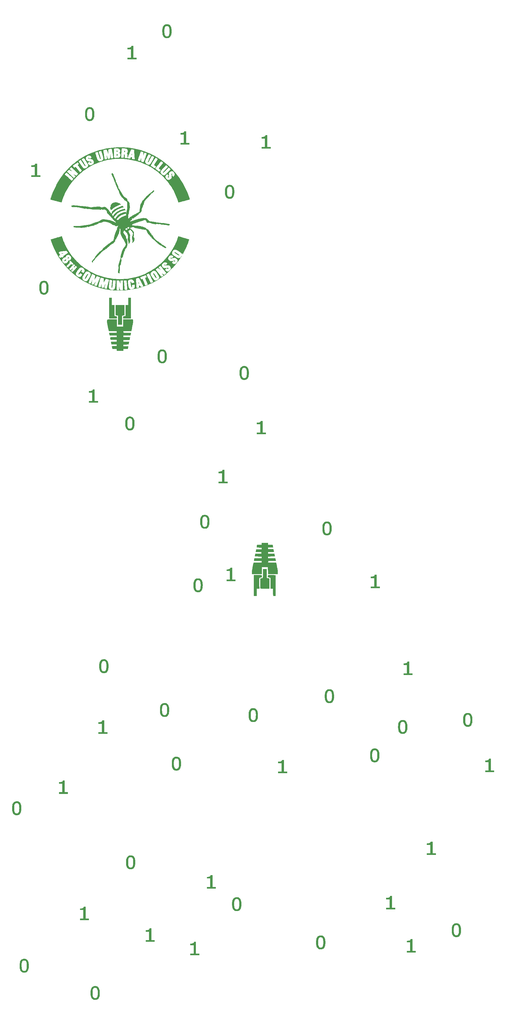
<source format=gbr>
G04 #@! TF.GenerationSoftware,KiCad,Pcbnew,(5.1.2)-1*
G04 #@! TF.CreationDate,2019-10-13T15:48:12+01:00*
G04 #@! TF.ProjectId,asdf,61736466-2e6b-4696-9361-645f70636258,rev?*
G04 #@! TF.SameCoordinates,Original*
G04 #@! TF.FileFunction,Legend,Top*
G04 #@! TF.FilePolarity,Positive*
%FSLAX46Y46*%
G04 Gerber Fmt 4.6, Leading zero omitted, Abs format (unit mm)*
G04 Created by KiCad (PCBNEW (5.1.2)-1) date 2019-10-13 15:48:12*
%MOMM*%
%LPD*%
G04 APERTURE LIST*
%ADD10C,0.010000*%
%ADD11O,2.300000X1.450000*%
%ADD12O,2.100000X2.100000*%
G04 APERTURE END LIST*
D10*
G36*
X-36947042Y114716691D02*
G01*
X-36875508Y114698976D01*
X-36804170Y114671896D01*
X-36747953Y114640916D01*
X-36723965Y114617123D01*
X-36709228Y114562599D01*
X-36703834Y114480075D01*
X-36708099Y114382913D01*
X-36716827Y114314390D01*
X-36735596Y114252561D01*
X-36772691Y114210425D01*
X-36835620Y114183166D01*
X-36931889Y114165971D01*
X-36951708Y114163744D01*
X-37084000Y114149731D01*
X-37082780Y114346574D01*
X-37079893Y114485527D01*
X-37072511Y114587194D01*
X-37059596Y114656483D01*
X-37040111Y114698300D01*
X-37013016Y114717552D01*
X-37003846Y114719578D01*
X-36947042Y114716691D01*
X-36947042Y114716691D01*
G37*
X-36947042Y114716691D02*
X-36875508Y114698976D01*
X-36804170Y114671896D01*
X-36747953Y114640916D01*
X-36723965Y114617123D01*
X-36709228Y114562599D01*
X-36703834Y114480075D01*
X-36708099Y114382913D01*
X-36716827Y114314390D01*
X-36735596Y114252561D01*
X-36772691Y114210425D01*
X-36835620Y114183166D01*
X-36931889Y114165971D01*
X-36951708Y114163744D01*
X-37084000Y114149731D01*
X-37082780Y114346574D01*
X-37079893Y114485527D01*
X-37072511Y114587194D01*
X-37059596Y114656483D01*
X-37040111Y114698300D01*
X-37013016Y114717552D01*
X-37003846Y114719578D01*
X-36947042Y114716691D01*
G36*
X-36964586Y113595884D02*
G01*
X-36929670Y113591318D01*
X-36822509Y113574940D01*
X-36748997Y113554928D01*
X-36700458Y113526922D01*
X-36668212Y113486568D01*
X-36651975Y113451887D01*
X-36628930Y113364649D01*
X-36619678Y113263541D01*
X-36624373Y113165375D01*
X-36643170Y113086965D01*
X-36648496Y113075403D01*
X-36691556Y113020893D01*
X-36758973Y112983192D01*
X-36857112Y112959575D01*
X-36940568Y112950474D01*
X-37082887Y112939725D01*
X-37071516Y113222987D01*
X-37066063Y113359202D01*
X-37060854Y113458631D01*
X-37053779Y113526757D01*
X-37042726Y113569064D01*
X-37025584Y113591032D01*
X-37000241Y113598144D01*
X-36964586Y113595884D01*
X-36964586Y113595884D01*
G37*
X-36964586Y113595884D02*
X-36929670Y113591318D01*
X-36822509Y113574940D01*
X-36748997Y113554928D01*
X-36700458Y113526922D01*
X-36668212Y113486568D01*
X-36651975Y113451887D01*
X-36628930Y113364649D01*
X-36619678Y113263541D01*
X-36624373Y113165375D01*
X-36643170Y113086965D01*
X-36648496Y113075403D01*
X-36691556Y113020893D01*
X-36758973Y112983192D01*
X-36857112Y112959575D01*
X-36940568Y112950474D01*
X-37082887Y112939725D01*
X-37071516Y113222987D01*
X-37066063Y113359202D01*
X-37060854Y113458631D01*
X-37053779Y113526757D01*
X-37042726Y113569064D01*
X-37025584Y113591032D01*
X-37000241Y113598144D01*
X-36964586Y113595884D01*
G36*
X-34428396Y114664537D02*
G01*
X-34348859Y114616838D01*
X-34298004Y114539674D01*
X-34277016Y114434896D01*
X-34287080Y114304352D01*
X-34288664Y114295910D01*
X-34310734Y114195237D01*
X-34335466Y114129322D01*
X-34370529Y114090885D01*
X-34423592Y114072648D01*
X-34502325Y114067331D01*
X-34529671Y114067166D01*
X-34617076Y114070701D01*
X-34680781Y114080367D01*
X-34709100Y114092566D01*
X-34722633Y114127748D01*
X-34730938Y114193219D01*
X-34733961Y114277250D01*
X-34731646Y114368116D01*
X-34723938Y114454088D01*
X-34711112Y114522250D01*
X-34679384Y114607346D01*
X-34636537Y114657172D01*
X-34574907Y114678649D01*
X-34535428Y114680921D01*
X-34428396Y114664537D01*
X-34428396Y114664537D01*
G37*
X-34428396Y114664537D02*
X-34348859Y114616838D01*
X-34298004Y114539674D01*
X-34277016Y114434896D01*
X-34287080Y114304352D01*
X-34288664Y114295910D01*
X-34310734Y114195237D01*
X-34335466Y114129322D01*
X-34370529Y114090885D01*
X-34423592Y114072648D01*
X-34502325Y114067331D01*
X-34529671Y114067166D01*
X-34617076Y114070701D01*
X-34680781Y114080367D01*
X-34709100Y114092566D01*
X-34722633Y114127748D01*
X-34730938Y114193219D01*
X-34733961Y114277250D01*
X-34731646Y114368116D01*
X-34723938Y114454088D01*
X-34711112Y114522250D01*
X-34679384Y114607346D01*
X-34636537Y114657172D01*
X-34574907Y114678649D01*
X-34535428Y114680921D01*
X-34428396Y114664537D01*
G36*
X-32135877Y113701425D02*
G01*
X-32134854Y113529472D01*
X-32136370Y113390357D01*
X-32140342Y113286631D01*
X-32146684Y113220843D01*
X-32152497Y113198716D01*
X-32192605Y113166070D01*
X-32259656Y113160101D01*
X-32346989Y113181278D01*
X-32393337Y113209632D01*
X-32416741Y113241638D01*
X-32419238Y113284448D01*
X-32407685Y113355752D01*
X-32381451Y113457880D01*
X-32339906Y113593162D01*
X-32282420Y113763929D01*
X-32252041Y113850546D01*
X-32141583Y114162416D01*
X-32135877Y113701425D01*
X-32135877Y113701425D01*
G37*
X-32135877Y113701425D02*
X-32134854Y113529472D01*
X-32136370Y113390357D01*
X-32140342Y113286631D01*
X-32146684Y113220843D01*
X-32152497Y113198716D01*
X-32192605Y113166070D01*
X-32259656Y113160101D01*
X-32346989Y113181278D01*
X-32393337Y113209632D01*
X-32416741Y113241638D01*
X-32419238Y113284448D01*
X-32407685Y113355752D01*
X-32381451Y113457880D01*
X-32339906Y113593162D01*
X-32282420Y113763929D01*
X-32252041Y113850546D01*
X-32141583Y114162416D01*
X-32135877Y113701425D01*
G36*
X-53640953Y82529677D02*
G01*
X-53600762Y82522834D01*
X-53594000Y82515862D01*
X-53611259Y82495908D01*
X-53658182Y82459779D01*
X-53727490Y82411971D01*
X-53811902Y82356979D01*
X-53904139Y82299299D01*
X-53996922Y82243426D01*
X-54082970Y82193855D01*
X-54155004Y82155083D01*
X-54205745Y82131604D01*
X-54224252Y82126666D01*
X-54252518Y82141826D01*
X-54286447Y82176695D01*
X-54326426Y82237297D01*
X-54361375Y82306908D01*
X-54385737Y82372243D01*
X-54393959Y82420017D01*
X-54392203Y82429611D01*
X-54367545Y82445002D01*
X-54310015Y82461287D01*
X-54227398Y82477627D01*
X-54127483Y82493179D01*
X-54018055Y82507102D01*
X-53906902Y82518555D01*
X-53801809Y82526696D01*
X-53710564Y82530684D01*
X-53640953Y82529677D01*
X-53640953Y82529677D01*
G37*
X-53640953Y82529677D02*
X-53600762Y82522834D01*
X-53594000Y82515862D01*
X-53611259Y82495908D01*
X-53658182Y82459779D01*
X-53727490Y82411971D01*
X-53811902Y82356979D01*
X-53904139Y82299299D01*
X-53996922Y82243426D01*
X-54082970Y82193855D01*
X-54155004Y82155083D01*
X-54205745Y82131604D01*
X-54224252Y82126666D01*
X-54252518Y82141826D01*
X-54286447Y82176695D01*
X-54326426Y82237297D01*
X-54361375Y82306908D01*
X-54385737Y82372243D01*
X-54393959Y82420017D01*
X-54392203Y82429611D01*
X-54367545Y82445002D01*
X-54310015Y82461287D01*
X-54227398Y82477627D01*
X-54127483Y82493179D01*
X-54018055Y82507102D01*
X-53906902Y82518555D01*
X-53801809Y82526696D01*
X-53710564Y82530684D01*
X-53640953Y82529677D01*
G36*
X-52069439Y81219649D02*
G01*
X-52051293Y81214185D01*
X-51982815Y81169696D01*
X-51939599Y81099315D01*
X-51928262Y81015157D01*
X-51931058Y80994051D01*
X-51966331Y80911788D01*
X-52033781Y80837636D01*
X-52123304Y80777617D01*
X-52224793Y80737757D01*
X-52328144Y80724078D01*
X-52376147Y80728711D01*
X-52441553Y80757896D01*
X-52478216Y80811197D01*
X-52486372Y80881869D01*
X-52466256Y80963170D01*
X-52418104Y81048354D01*
X-52362757Y81111684D01*
X-52264529Y81186445D01*
X-52165301Y81222912D01*
X-52069439Y81219649D01*
X-52069439Y81219649D01*
G37*
X-52069439Y81219649D02*
X-52051293Y81214185D01*
X-51982815Y81169696D01*
X-51939599Y81099315D01*
X-51928262Y81015157D01*
X-51931058Y80994051D01*
X-51966331Y80911788D01*
X-52033781Y80837636D01*
X-52123304Y80777617D01*
X-52224793Y80737757D01*
X-52328144Y80724078D01*
X-52376147Y80728711D01*
X-52441553Y80757896D01*
X-52478216Y80811197D01*
X-52486372Y80881869D01*
X-52466256Y80963170D01*
X-52418104Y81048354D01*
X-52362757Y81111684D01*
X-52264529Y81186445D01*
X-52165301Y81222912D01*
X-52069439Y81219649D01*
G36*
X-52936218Y80520420D02*
G01*
X-52891483Y80498888D01*
X-52861318Y80468498D01*
X-52819480Y80391540D01*
X-52817921Y80306604D01*
X-52855698Y80215335D01*
X-52931865Y80119378D01*
X-53045478Y80020380D01*
X-53165986Y79938042D01*
X-53255843Y79888211D01*
X-53324439Y79867544D01*
X-53381102Y79875933D01*
X-53435156Y79913273D01*
X-53456667Y79934728D01*
X-53512907Y80008479D01*
X-53533323Y80077445D01*
X-53517305Y80148416D01*
X-53464241Y80228180D01*
X-53426405Y80270559D01*
X-53317161Y80371650D01*
X-53204184Y80450832D01*
X-53095790Y80503152D01*
X-53001484Y80523613D01*
X-52936218Y80520420D01*
X-52936218Y80520420D01*
G37*
X-52936218Y80520420D02*
X-52891483Y80498888D01*
X-52861318Y80468498D01*
X-52819480Y80391540D01*
X-52817921Y80306604D01*
X-52855698Y80215335D01*
X-52931865Y80119378D01*
X-53045478Y80020380D01*
X-53165986Y79938042D01*
X-53255843Y79888211D01*
X-53324439Y79867544D01*
X-53381102Y79875933D01*
X-53435156Y79913273D01*
X-53456667Y79934728D01*
X-53512907Y80008479D01*
X-53533323Y80077445D01*
X-53517305Y80148416D01*
X-53464241Y80228180D01*
X-53426405Y80270559D01*
X-53317161Y80371650D01*
X-53204184Y80450832D01*
X-53095790Y80503152D01*
X-53001484Y80523613D01*
X-52936218Y80520420D01*
G36*
X-25344416Y76215213D02*
G01*
X-25282364Y76167108D01*
X-25211555Y76086560D01*
X-25177477Y76041802D01*
X-25088654Y75917941D01*
X-24994335Y75779792D01*
X-24897637Y75632553D01*
X-24801678Y75481424D01*
X-24709578Y75331604D01*
X-24624453Y75188289D01*
X-24549421Y75056680D01*
X-24487602Y74941975D01*
X-24442112Y74849372D01*
X-24416071Y74784070D01*
X-24411492Y74764717D01*
X-24408983Y74708099D01*
X-24424360Y74662840D01*
X-24464384Y74610053D01*
X-24468528Y74605309D01*
X-24530936Y74548709D01*
X-24590607Y74530857D01*
X-24657712Y74550186D01*
X-24693135Y74570656D01*
X-24733624Y74607340D01*
X-24792199Y74675122D01*
X-24865265Y74768742D01*
X-24949227Y74882937D01*
X-25040489Y75012447D01*
X-25135456Y75152011D01*
X-25230533Y75296366D01*
X-25322125Y75440253D01*
X-25406636Y75578410D01*
X-25480470Y75705575D01*
X-25526350Y75789946D01*
X-25574480Y75906398D01*
X-25594661Y76013650D01*
X-25587661Y76105907D01*
X-25554248Y76177377D01*
X-25495189Y76222268D01*
X-25467895Y76230785D01*
X-25404123Y76235048D01*
X-25344416Y76215213D01*
X-25344416Y76215213D01*
G37*
X-25344416Y76215213D02*
X-25282364Y76167108D01*
X-25211555Y76086560D01*
X-25177477Y76041802D01*
X-25088654Y75917941D01*
X-24994335Y75779792D01*
X-24897637Y75632553D01*
X-24801678Y75481424D01*
X-24709578Y75331604D01*
X-24624453Y75188289D01*
X-24549421Y75056680D01*
X-24487602Y74941975D01*
X-24442112Y74849372D01*
X-24416071Y74784070D01*
X-24411492Y74764717D01*
X-24408983Y74708099D01*
X-24424360Y74662840D01*
X-24464384Y74610053D01*
X-24468528Y74605309D01*
X-24530936Y74548709D01*
X-24590607Y74530857D01*
X-24657712Y74550186D01*
X-24693135Y74570656D01*
X-24733624Y74607340D01*
X-24792199Y74675122D01*
X-24865265Y74768742D01*
X-24949227Y74882937D01*
X-25040489Y75012447D01*
X-25135456Y75152011D01*
X-25230533Y75296366D01*
X-25322125Y75440253D01*
X-25406636Y75578410D01*
X-25480470Y75705575D01*
X-25526350Y75789946D01*
X-25574480Y75906398D01*
X-25594661Y76013650D01*
X-25587661Y76105907D01*
X-25554248Y76177377D01*
X-25495189Y76222268D01*
X-25467895Y76230785D01*
X-25404123Y76235048D01*
X-25344416Y76215213D01*
G36*
X-46012126Y75958476D02*
G01*
X-45955446Y75929744D01*
X-45928150Y75876985D01*
X-45923963Y75821195D01*
X-45930136Y75763704D01*
X-45947349Y75698244D01*
X-45977992Y75619360D01*
X-46024456Y75521597D01*
X-46089133Y75399501D01*
X-46174413Y75247617D01*
X-46178573Y75240345D01*
X-46308522Y75016089D01*
X-46421269Y74827663D01*
X-46518249Y74672882D01*
X-46600899Y74549567D01*
X-46670653Y74455535D01*
X-46728947Y74388604D01*
X-46755078Y74363897D01*
X-46830638Y74325115D01*
X-46920974Y74320738D01*
X-46984075Y74337759D01*
X-47030294Y74375313D01*
X-47048582Y74440202D01*
X-47038810Y74533360D01*
X-47000848Y74655723D01*
X-46934566Y74808227D01*
X-46912799Y74852690D01*
X-46855285Y74962998D01*
X-46785070Y75089988D01*
X-46706343Y75226799D01*
X-46623296Y75366570D01*
X-46540118Y75502442D01*
X-46461001Y75627554D01*
X-46390134Y75735045D01*
X-46331709Y75818055D01*
X-46294830Y75864386D01*
X-46242015Y75920590D01*
X-46201902Y75951450D01*
X-46160491Y75964474D01*
X-46103778Y75967166D01*
X-46103084Y75967166D01*
X-46012126Y75958476D01*
X-46012126Y75958476D01*
G37*
X-46012126Y75958476D02*
X-45955446Y75929744D01*
X-45928150Y75876985D01*
X-45923963Y75821195D01*
X-45930136Y75763704D01*
X-45947349Y75698244D01*
X-45977992Y75619360D01*
X-46024456Y75521597D01*
X-46089133Y75399501D01*
X-46174413Y75247617D01*
X-46178573Y75240345D01*
X-46308522Y75016089D01*
X-46421269Y74827663D01*
X-46518249Y74672882D01*
X-46600899Y74549567D01*
X-46670653Y74455535D01*
X-46728947Y74388604D01*
X-46755078Y74363897D01*
X-46830638Y74325115D01*
X-46920974Y74320738D01*
X-46984075Y74337759D01*
X-47030294Y74375313D01*
X-47048582Y74440202D01*
X-47038810Y74533360D01*
X-47000848Y74655723D01*
X-46934566Y74808227D01*
X-46912799Y74852690D01*
X-46855285Y74962998D01*
X-46785070Y75089988D01*
X-46706343Y75226799D01*
X-46623296Y75366570D01*
X-46540118Y75502442D01*
X-46461001Y75627554D01*
X-46390134Y75735045D01*
X-46331709Y75818055D01*
X-46294830Y75864386D01*
X-46242015Y75920590D01*
X-46201902Y75951450D01*
X-46160491Y75964474D01*
X-46103778Y75967166D01*
X-46103084Y75967166D01*
X-46012126Y75958476D01*
G36*
X-30210242Y73704779D02*
G01*
X-30178230Y73653407D01*
X-30138065Y73576570D01*
X-30092830Y73481454D01*
X-30045608Y73375246D01*
X-29999484Y73265132D01*
X-29957540Y73158298D01*
X-29922861Y73061931D01*
X-29898530Y72983216D01*
X-29887631Y72929340D01*
X-29887333Y72922579D01*
X-29904763Y72864516D01*
X-29949290Y72826186D01*
X-30009272Y72810254D01*
X-30073066Y72819384D01*
X-30129029Y72856240D01*
X-30136926Y72865454D01*
X-30162703Y72920156D01*
X-30186360Y73014743D01*
X-30207513Y73146806D01*
X-30225775Y73313931D01*
X-30240763Y73513708D01*
X-30240972Y73517125D01*
X-30245502Y73625804D01*
X-30243270Y73693842D01*
X-30234220Y73722394D01*
X-30231015Y73723500D01*
X-30210242Y73704779D01*
X-30210242Y73704779D01*
G37*
X-30210242Y73704779D02*
X-30178230Y73653407D01*
X-30138065Y73576570D01*
X-30092830Y73481454D01*
X-30045608Y73375246D01*
X-29999484Y73265132D01*
X-29957540Y73158298D01*
X-29922861Y73061931D01*
X-29898530Y72983216D01*
X-29887631Y72929340D01*
X-29887333Y72922579D01*
X-29904763Y72864516D01*
X-29949290Y72826186D01*
X-30009272Y72810254D01*
X-30073066Y72819384D01*
X-30129029Y72856240D01*
X-30136926Y72865454D01*
X-30162703Y72920156D01*
X-30186360Y73014743D01*
X-30207513Y73146806D01*
X-30225775Y73313931D01*
X-30240763Y73513708D01*
X-30240972Y73517125D01*
X-30245502Y73625804D01*
X-30243270Y73693842D01*
X-30234220Y73722394D01*
X-30231015Y73723500D01*
X-30210242Y73704779D01*
G36*
X-21122392Y154256356D02*
G01*
X-20886571Y154228635D01*
X-20675776Y154170509D01*
X-20489257Y154081080D01*
X-20326263Y153959450D01*
X-20186045Y153804722D01*
X-20067851Y153615996D01*
X-19970932Y153392374D01*
X-19894537Y153132959D01*
X-19837917Y152836853D01*
X-19819265Y152696333D01*
X-19806248Y152546353D01*
X-19798238Y152369276D01*
X-19795066Y152175294D01*
X-19796565Y151974601D01*
X-19802565Y151777388D01*
X-19812900Y151593848D01*
X-19827400Y151434173D01*
X-19841781Y151331083D01*
X-19904047Y151042454D01*
X-19985452Y150790846D01*
X-20086847Y150575100D01*
X-20209080Y150394057D01*
X-20353003Y150246559D01*
X-20519466Y150131448D01*
X-20709318Y150047564D01*
X-20804540Y150019196D01*
X-20908716Y149999288D01*
X-21038378Y149984672D01*
X-21178536Y149976102D01*
X-21314203Y149974331D01*
X-21430388Y149980112D01*
X-21473583Y149985583D01*
X-21701958Y150040238D01*
X-21902660Y150125372D01*
X-22077023Y150242196D01*
X-22226379Y150391917D01*
X-22352060Y150575745D01*
X-22455398Y150794890D01*
X-22498252Y150915438D01*
X-22552244Y151120208D01*
X-22593973Y151356985D01*
X-22623311Y151617215D01*
X-22640129Y151892349D01*
X-22643250Y152103014D01*
X-22058037Y152103014D01*
X-22054472Y151816422D01*
X-22043320Y151567962D01*
X-22023848Y151353991D01*
X-21995321Y151170866D01*
X-21957006Y151014944D01*
X-21908167Y150882581D01*
X-21848073Y150770135D01*
X-21775987Y150673962D01*
X-21768404Y150665445D01*
X-21672415Y150575344D01*
X-21568280Y150512883D01*
X-21446880Y150474518D01*
X-21299097Y150456705D01*
X-21225669Y150454486D01*
X-21107634Y150457291D01*
X-21014114Y150470015D01*
X-20927957Y150495095D01*
X-20920471Y150497858D01*
X-20791661Y150562304D01*
X-20682573Y150653285D01*
X-20591672Y150773485D01*
X-20517426Y150925591D01*
X-20458301Y151112287D01*
X-20412763Y151336260D01*
X-20402358Y151405166D01*
X-20393361Y151495415D01*
X-20386302Y151619511D01*
X-20381192Y151769012D01*
X-20378044Y151935478D01*
X-20376870Y152110465D01*
X-20377681Y152285532D01*
X-20380490Y152452236D01*
X-20385309Y152602137D01*
X-20392149Y152726792D01*
X-20400356Y152812817D01*
X-20443173Y153057395D01*
X-20502647Y153263996D01*
X-20579506Y153433865D01*
X-20674479Y153568249D01*
X-20788292Y153668391D01*
X-20921676Y153735537D01*
X-20944368Y153743140D01*
X-21065513Y153768271D01*
X-21204048Y153776469D01*
X-21345623Y153768540D01*
X-21475888Y153745290D01*
X-21580493Y153707526D01*
X-21580760Y153707388D01*
X-21686617Y153640976D01*
X-21777260Y153557143D01*
X-21853540Y153453028D01*
X-21916309Y153325774D01*
X-21966416Y153172518D01*
X-22004712Y152990404D01*
X-22032049Y152776569D01*
X-22049276Y152528156D01*
X-22057244Y152242304D01*
X-22058037Y152103014D01*
X-22643250Y152103014D01*
X-22644300Y152173834D01*
X-22635696Y152453121D01*
X-22614191Y152721658D01*
X-22579657Y152970893D01*
X-22532210Y153191350D01*
X-22463286Y153403664D01*
X-22374600Y153600517D01*
X-22270444Y153774152D01*
X-22155105Y153916813D01*
X-22103748Y153966168D01*
X-21937211Y154085067D01*
X-21743446Y154174020D01*
X-21526218Y154231912D01*
X-21289294Y154257630D01*
X-21122392Y154256356D01*
X-21122392Y154256356D01*
G37*
X-21122392Y154256356D02*
X-20886571Y154228635D01*
X-20675776Y154170509D01*
X-20489257Y154081080D01*
X-20326263Y153959450D01*
X-20186045Y153804722D01*
X-20067851Y153615996D01*
X-19970932Y153392374D01*
X-19894537Y153132959D01*
X-19837917Y152836853D01*
X-19819265Y152696333D01*
X-19806248Y152546353D01*
X-19798238Y152369276D01*
X-19795066Y152175294D01*
X-19796565Y151974601D01*
X-19802565Y151777388D01*
X-19812900Y151593848D01*
X-19827400Y151434173D01*
X-19841781Y151331083D01*
X-19904047Y151042454D01*
X-19985452Y150790846D01*
X-20086847Y150575100D01*
X-20209080Y150394057D01*
X-20353003Y150246559D01*
X-20519466Y150131448D01*
X-20709318Y150047564D01*
X-20804540Y150019196D01*
X-20908716Y149999288D01*
X-21038378Y149984672D01*
X-21178536Y149976102D01*
X-21314203Y149974331D01*
X-21430388Y149980112D01*
X-21473583Y149985583D01*
X-21701958Y150040238D01*
X-21902660Y150125372D01*
X-22077023Y150242196D01*
X-22226379Y150391917D01*
X-22352060Y150575745D01*
X-22455398Y150794890D01*
X-22498252Y150915438D01*
X-22552244Y151120208D01*
X-22593973Y151356985D01*
X-22623311Y151617215D01*
X-22640129Y151892349D01*
X-22643250Y152103014D01*
X-22058037Y152103014D01*
X-22054472Y151816422D01*
X-22043320Y151567962D01*
X-22023848Y151353991D01*
X-21995321Y151170866D01*
X-21957006Y151014944D01*
X-21908167Y150882581D01*
X-21848073Y150770135D01*
X-21775987Y150673962D01*
X-21768404Y150665445D01*
X-21672415Y150575344D01*
X-21568280Y150512883D01*
X-21446880Y150474518D01*
X-21299097Y150456705D01*
X-21225669Y150454486D01*
X-21107634Y150457291D01*
X-21014114Y150470015D01*
X-20927957Y150495095D01*
X-20920471Y150497858D01*
X-20791661Y150562304D01*
X-20682573Y150653285D01*
X-20591672Y150773485D01*
X-20517426Y150925591D01*
X-20458301Y151112287D01*
X-20412763Y151336260D01*
X-20402358Y151405166D01*
X-20393361Y151495415D01*
X-20386302Y151619511D01*
X-20381192Y151769012D01*
X-20378044Y151935478D01*
X-20376870Y152110465D01*
X-20377681Y152285532D01*
X-20380490Y152452236D01*
X-20385309Y152602137D01*
X-20392149Y152726792D01*
X-20400356Y152812817D01*
X-20443173Y153057395D01*
X-20502647Y153263996D01*
X-20579506Y153433865D01*
X-20674479Y153568249D01*
X-20788292Y153668391D01*
X-20921676Y153735537D01*
X-20944368Y153743140D01*
X-21065513Y153768271D01*
X-21204048Y153776469D01*
X-21345623Y153768540D01*
X-21475888Y153745290D01*
X-21580493Y153707526D01*
X-21580760Y153707388D01*
X-21686617Y153640976D01*
X-21777260Y153557143D01*
X-21853540Y153453028D01*
X-21916309Y153325774D01*
X-21966416Y153172518D01*
X-22004712Y152990404D01*
X-22032049Y152776569D01*
X-22049276Y152528156D01*
X-22057244Y152242304D01*
X-22058037Y152103014D01*
X-22643250Y152103014D01*
X-22644300Y152173834D01*
X-22635696Y152453121D01*
X-22614191Y152721658D01*
X-22579657Y152970893D01*
X-22532210Y153191350D01*
X-22463286Y153403664D01*
X-22374600Y153600517D01*
X-22270444Y153774152D01*
X-22155105Y153916813D01*
X-22103748Y153966168D01*
X-21937211Y154085067D01*
X-21743446Y154174020D01*
X-21526218Y154231912D01*
X-21289294Y154257630D01*
X-21122392Y154256356D01*
G36*
X-31813500Y143742833D02*
G01*
X-30797500Y143742833D01*
X-30797500Y143298333D01*
X-33549167Y143298333D01*
X-33549167Y143742833D01*
X-32490833Y143742833D01*
X-32490833Y146473333D01*
X-33549167Y146473333D01*
X-33549167Y146875500D01*
X-33391948Y146875500D01*
X-33167088Y146885321D01*
X-32964136Y146914000D01*
X-32787722Y146960360D01*
X-32642476Y147023225D01*
X-32544680Y147090770D01*
X-32462431Y147172749D01*
X-32410222Y147251761D01*
X-32379364Y147341929D01*
X-32373876Y147368356D01*
X-32359122Y147447000D01*
X-31813500Y147447000D01*
X-31813500Y143742833D01*
X-31813500Y143742833D01*
G37*
X-31813500Y143742833D02*
X-30797500Y143742833D01*
X-30797500Y143298333D01*
X-33549167Y143298333D01*
X-33549167Y143742833D01*
X-32490833Y143742833D01*
X-32490833Y146473333D01*
X-33549167Y146473333D01*
X-33549167Y146875500D01*
X-33391948Y146875500D01*
X-33167088Y146885321D01*
X-32964136Y146914000D01*
X-32787722Y146960360D01*
X-32642476Y147023225D01*
X-32544680Y147090770D01*
X-32462431Y147172749D01*
X-32410222Y147251761D01*
X-32379364Y147341929D01*
X-32373876Y147368356D01*
X-32359122Y147447000D01*
X-31813500Y147447000D01*
X-31813500Y143742833D01*
G36*
X-45400418Y128235292D02*
G01*
X-45270630Y128228302D01*
X-45167221Y128214239D01*
X-45157051Y128212023D01*
X-44943553Y128145510D01*
X-44755631Y128049553D01*
X-44592381Y127922955D01*
X-44452902Y127764519D01*
X-44336288Y127573047D01*
X-44241637Y127347344D01*
X-44168047Y127086211D01*
X-44122126Y126840468D01*
X-44099237Y126647911D01*
X-44083434Y126427806D01*
X-44075137Y126194409D01*
X-44074767Y125961977D01*
X-44082743Y125744767D01*
X-44087739Y125673032D01*
X-44123694Y125351595D01*
X-44177662Y125067311D01*
X-44250565Y124818603D01*
X-44343329Y124603890D01*
X-44456877Y124421597D01*
X-44592133Y124270143D01*
X-44750021Y124147952D01*
X-44931465Y124053445D01*
X-45063833Y124005695D01*
X-45164031Y123983929D01*
X-45293136Y123968834D01*
X-45438203Y123960741D01*
X-45586283Y123959980D01*
X-45724429Y123966881D01*
X-45839694Y123981775D01*
X-45857583Y123985456D01*
X-46061554Y124047013D01*
X-46241615Y124136726D01*
X-46398951Y124256186D01*
X-46534746Y124406985D01*
X-46650186Y124590714D01*
X-46746455Y124808964D01*
X-46824740Y125063326D01*
X-46886223Y125355392D01*
X-46888735Y125370166D01*
X-46898053Y125451214D01*
X-46905396Y125566617D01*
X-46910771Y125708445D01*
X-46914180Y125868765D01*
X-46915630Y126039646D01*
X-46915294Y126155624D01*
X-46351830Y126155624D01*
X-46349870Y125898177D01*
X-46339135Y125644254D01*
X-46333452Y125560666D01*
X-46303425Y125294321D01*
X-46255811Y125065734D01*
X-46190010Y124873894D01*
X-46105424Y124717783D01*
X-46001454Y124596388D01*
X-45877501Y124508694D01*
X-45732968Y124453686D01*
X-45673074Y124441234D01*
X-45591194Y124428159D01*
X-45533436Y124422116D01*
X-45482191Y124423027D01*
X-45419849Y124430812D01*
X-45363090Y124439837D01*
X-45191095Y124486603D01*
X-45044613Y124566558D01*
X-44924851Y124678928D01*
X-44869351Y124756623D01*
X-44822455Y124851854D01*
X-44777409Y124978397D01*
X-44737409Y125125250D01*
X-44705653Y125281414D01*
X-44693630Y125361337D01*
X-44680200Y125496866D01*
X-44670367Y125664453D01*
X-44664135Y125854102D01*
X-44661505Y126055813D01*
X-44662482Y126259591D01*
X-44667068Y126455436D01*
X-44675267Y126633351D01*
X-44687080Y126783339D01*
X-44693202Y126836227D01*
X-44735306Y127072891D01*
X-44795153Y127272370D01*
X-44873643Y127436319D01*
X-44971676Y127566391D01*
X-45090151Y127664242D01*
X-45166509Y127705926D01*
X-45219922Y127727219D01*
X-45276721Y127740819D01*
X-45348267Y127748287D01*
X-45445921Y127751182D01*
X-45497750Y127751410D01*
X-45608218Y127750106D01*
X-45688338Y127745043D01*
X-45750046Y127734484D01*
X-45805278Y127716689D01*
X-45841223Y127701387D01*
X-45970164Y127620282D01*
X-46081854Y127502837D01*
X-46174183Y127352245D01*
X-46245040Y127171699D01*
X-46278617Y127039629D01*
X-46308406Y126858599D01*
X-46330762Y126644888D01*
X-46345348Y126407545D01*
X-46351830Y126155624D01*
X-46915294Y126155624D01*
X-46915126Y126213158D01*
X-46912672Y126381368D01*
X-46908274Y126536345D01*
X-46901935Y126670158D01*
X-46893663Y126774875D01*
X-46887830Y126820083D01*
X-46827563Y127116367D01*
X-46748322Y127375569D01*
X-46649281Y127598857D01*
X-46529612Y127787395D01*
X-46388488Y127942349D01*
X-46225082Y128064887D01*
X-46038568Y128156172D01*
X-45910500Y128197710D01*
X-45811625Y128216418D01*
X-45684558Y128229091D01*
X-45542941Y128235468D01*
X-45400418Y128235292D01*
X-45400418Y128235292D01*
G37*
X-45400418Y128235292D02*
X-45270630Y128228302D01*
X-45167221Y128214239D01*
X-45157051Y128212023D01*
X-44943553Y128145510D01*
X-44755631Y128049553D01*
X-44592381Y127922955D01*
X-44452902Y127764519D01*
X-44336288Y127573047D01*
X-44241637Y127347344D01*
X-44168047Y127086211D01*
X-44122126Y126840468D01*
X-44099237Y126647911D01*
X-44083434Y126427806D01*
X-44075137Y126194409D01*
X-44074767Y125961977D01*
X-44082743Y125744767D01*
X-44087739Y125673032D01*
X-44123694Y125351595D01*
X-44177662Y125067311D01*
X-44250565Y124818603D01*
X-44343329Y124603890D01*
X-44456877Y124421597D01*
X-44592133Y124270143D01*
X-44750021Y124147952D01*
X-44931465Y124053445D01*
X-45063833Y124005695D01*
X-45164031Y123983929D01*
X-45293136Y123968834D01*
X-45438203Y123960741D01*
X-45586283Y123959980D01*
X-45724429Y123966881D01*
X-45839694Y123981775D01*
X-45857583Y123985456D01*
X-46061554Y124047013D01*
X-46241615Y124136726D01*
X-46398951Y124256186D01*
X-46534746Y124406985D01*
X-46650186Y124590714D01*
X-46746455Y124808964D01*
X-46824740Y125063326D01*
X-46886223Y125355392D01*
X-46888735Y125370166D01*
X-46898053Y125451214D01*
X-46905396Y125566617D01*
X-46910771Y125708445D01*
X-46914180Y125868765D01*
X-46915630Y126039646D01*
X-46915294Y126155624D01*
X-46351830Y126155624D01*
X-46349870Y125898177D01*
X-46339135Y125644254D01*
X-46333452Y125560666D01*
X-46303425Y125294321D01*
X-46255811Y125065734D01*
X-46190010Y124873894D01*
X-46105424Y124717783D01*
X-46001454Y124596388D01*
X-45877501Y124508694D01*
X-45732968Y124453686D01*
X-45673074Y124441234D01*
X-45591194Y124428159D01*
X-45533436Y124422116D01*
X-45482191Y124423027D01*
X-45419849Y124430812D01*
X-45363090Y124439837D01*
X-45191095Y124486603D01*
X-45044613Y124566558D01*
X-44924851Y124678928D01*
X-44869351Y124756623D01*
X-44822455Y124851854D01*
X-44777409Y124978397D01*
X-44737409Y125125250D01*
X-44705653Y125281414D01*
X-44693630Y125361337D01*
X-44680200Y125496866D01*
X-44670367Y125664453D01*
X-44664135Y125854102D01*
X-44661505Y126055813D01*
X-44662482Y126259591D01*
X-44667068Y126455436D01*
X-44675267Y126633351D01*
X-44687080Y126783339D01*
X-44693202Y126836227D01*
X-44735306Y127072891D01*
X-44795153Y127272370D01*
X-44873643Y127436319D01*
X-44971676Y127566391D01*
X-45090151Y127664242D01*
X-45166509Y127705926D01*
X-45219922Y127727219D01*
X-45276721Y127740819D01*
X-45348267Y127748287D01*
X-45445921Y127751182D01*
X-45497750Y127751410D01*
X-45608218Y127750106D01*
X-45688338Y127745043D01*
X-45750046Y127734484D01*
X-45805278Y127716689D01*
X-45841223Y127701387D01*
X-45970164Y127620282D01*
X-46081854Y127502837D01*
X-46174183Y127352245D01*
X-46245040Y127171699D01*
X-46278617Y127039629D01*
X-46308406Y126858599D01*
X-46330762Y126644888D01*
X-46345348Y126407545D01*
X-46351830Y126155624D01*
X-46915294Y126155624D01*
X-46915126Y126213158D01*
X-46912672Y126381368D01*
X-46908274Y126536345D01*
X-46901935Y126670158D01*
X-46893663Y126774875D01*
X-46887830Y126820083D01*
X-46827563Y127116367D01*
X-46748322Y127375569D01*
X-46649281Y127598857D01*
X-46529612Y127787395D01*
X-46388488Y127942349D01*
X-46225082Y128064887D01*
X-46038568Y128156172D01*
X-45910500Y128197710D01*
X-45811625Y128216418D01*
X-45684558Y128229091D01*
X-45542941Y128235468D01*
X-45400418Y128235292D01*
G36*
X-15218833Y116988166D02*
G01*
X-14181667Y116988166D01*
X-14181667Y116543666D01*
X-16933333Y116543666D01*
X-16933333Y116988166D01*
X-15896167Y116988166D01*
X-15896167Y119718666D01*
X-16933333Y119718666D01*
X-16933333Y120095866D01*
X-16748125Y120108992D01*
X-16599022Y120122863D01*
X-16450816Y120142581D01*
X-16313333Y120166396D01*
X-16196399Y120192561D01*
X-16109838Y120219328D01*
X-16096175Y120224978D01*
X-15990199Y120286719D01*
X-15897412Y120368623D01*
X-15825086Y120461812D01*
X-15780493Y120557411D01*
X-15769632Y120623541D01*
X-15767991Y120642955D01*
X-15758991Y120656213D01*
X-15735843Y120664491D01*
X-15691758Y120668960D01*
X-15619950Y120670794D01*
X-15513629Y120671165D01*
X-15494000Y120671166D01*
X-15218833Y120671166D01*
X-15218833Y116988166D01*
X-15218833Y116988166D01*
G37*
X-15218833Y116988166D02*
X-14181667Y116988166D01*
X-14181667Y116543666D01*
X-16933333Y116543666D01*
X-16933333Y116988166D01*
X-15896167Y116988166D01*
X-15896167Y119718666D01*
X-16933333Y119718666D01*
X-16933333Y120095866D01*
X-16748125Y120108992D01*
X-16599022Y120122863D01*
X-16450816Y120142581D01*
X-16313333Y120166396D01*
X-16196399Y120192561D01*
X-16109838Y120219328D01*
X-16096175Y120224978D01*
X-15990199Y120286719D01*
X-15897412Y120368623D01*
X-15825086Y120461812D01*
X-15780493Y120557411D01*
X-15769632Y120623541D01*
X-15767991Y120642955D01*
X-15758991Y120656213D01*
X-15735843Y120664491D01*
X-15691758Y120668960D01*
X-15619950Y120670794D01*
X-15513629Y120671165D01*
X-15494000Y120671166D01*
X-15218833Y120671166D01*
X-15218833Y116988166D01*
G36*
X10308167Y115739333D02*
G01*
X11345333Y115739333D01*
X11345333Y115294833D01*
X8593667Y115294833D01*
X8593667Y115739333D01*
X9630833Y115739333D01*
X9630833Y118469833D01*
X8593667Y118469833D01*
X8593667Y118872000D01*
X8715930Y118872000D01*
X8861221Y118878129D01*
X9021374Y118894886D01*
X9178471Y118919825D01*
X9314599Y118950500D01*
X9336298Y118956681D01*
X9457103Y119007318D01*
X9566228Y119080549D01*
X9656800Y119169204D01*
X9721944Y119266113D01*
X9754786Y119364107D01*
X9757368Y119395875D01*
X9759009Y119415288D01*
X9768009Y119428547D01*
X9791157Y119436824D01*
X9835242Y119441293D01*
X9907050Y119443127D01*
X10013371Y119443498D01*
X10033000Y119443500D01*
X10308167Y119443500D01*
X10308167Y115739333D01*
X10308167Y115739333D01*
G37*
X10308167Y115739333D02*
X11345333Y115739333D01*
X11345333Y115294833D01*
X8593667Y115294833D01*
X8593667Y115739333D01*
X9630833Y115739333D01*
X9630833Y118469833D01*
X8593667Y118469833D01*
X8593667Y118872000D01*
X8715930Y118872000D01*
X8861221Y118878129D01*
X9021374Y118894886D01*
X9178471Y118919825D01*
X9314599Y118950500D01*
X9336298Y118956681D01*
X9457103Y119007318D01*
X9566228Y119080549D01*
X9656800Y119169204D01*
X9721944Y119266113D01*
X9754786Y119364107D01*
X9757368Y119395875D01*
X9759009Y119415288D01*
X9768009Y119428547D01*
X9791157Y119436824D01*
X9835242Y119441293D01*
X9907050Y119443127D01*
X10013371Y119443498D01*
X10033000Y119443500D01*
X10308167Y119443500D01*
X10308167Y115739333D01*
G36*
X-62039500Y106828166D02*
G01*
X-61023500Y106828166D01*
X-61023500Y106383666D01*
X-63775167Y106383666D01*
X-63775167Y106828166D01*
X-62716833Y106828166D01*
X-62716833Y109558666D01*
X-63775167Y109558666D01*
X-63775167Y109935866D01*
X-63589958Y109949513D01*
X-63388255Y109967306D01*
X-63222732Y109989169D01*
X-63087300Y110016860D01*
X-62975869Y110052137D01*
X-62882349Y110096758D01*
X-62800651Y110152481D01*
X-62756904Y110190008D01*
X-62689829Y110258449D01*
X-62648707Y110320590D01*
X-62623286Y110392064D01*
X-62622599Y110394750D01*
X-62595791Y110500583D01*
X-62317646Y110506489D01*
X-62039500Y110512395D01*
X-62039500Y106828166D01*
X-62039500Y106828166D01*
G37*
X-62039500Y106828166D02*
X-61023500Y106828166D01*
X-61023500Y106383666D01*
X-63775167Y106383666D01*
X-63775167Y106828166D01*
X-62716833Y106828166D01*
X-62716833Y109558666D01*
X-63775167Y109558666D01*
X-63775167Y109935866D01*
X-63589958Y109949513D01*
X-63388255Y109967306D01*
X-63222732Y109989169D01*
X-63087300Y110016860D01*
X-62975869Y110052137D01*
X-62882349Y110096758D01*
X-62800651Y110152481D01*
X-62756904Y110190008D01*
X-62689829Y110258449D01*
X-62648707Y110320590D01*
X-62623286Y110392064D01*
X-62622599Y110394750D01*
X-62595791Y110500583D01*
X-62317646Y110506489D01*
X-62039500Y110512395D01*
X-62039500Y106828166D01*
G36*
X-1328532Y103825562D02*
G01*
X-1103506Y103783100D01*
X-903461Y103713058D01*
X-727530Y103614187D01*
X-574843Y103485239D01*
X-444534Y103324965D01*
X-335735Y103132116D01*
X-247578Y102905444D01*
X-179194Y102643700D01*
X-129716Y102345635D01*
X-101702Y102060361D01*
X-91456Y101839644D01*
X-90616Y101605101D01*
X-98606Y101367957D01*
X-114850Y101139443D01*
X-138774Y100930785D01*
X-168305Y100760170D01*
X-240675Y100487260D01*
X-334118Y100250676D01*
X-449266Y100049673D01*
X-586749Y99883506D01*
X-747201Y99751430D01*
X-931252Y99652700D01*
X-1139533Y99586571D01*
X-1168566Y99580301D01*
X-1302327Y99561124D01*
X-1459427Y99551411D01*
X-1621880Y99551440D01*
X-1771698Y99561488D01*
X-1834162Y99570006D01*
X-2044078Y99623162D01*
X-2231032Y99709070D01*
X-2395570Y99828441D01*
X-2538239Y99981988D01*
X-2659584Y100170425D01*
X-2760152Y100394464D01*
X-2840488Y100654818D01*
X-2901138Y100952199D01*
X-2903328Y100965921D01*
X-2913452Y101056777D01*
X-2921371Y101181553D01*
X-2927081Y101331896D01*
X-2930579Y101499450D01*
X-2931505Y101627007D01*
X-2365465Y101627007D01*
X-2362318Y101400545D01*
X-2352992Y101187048D01*
X-2337313Y100995680D01*
X-2327119Y100911747D01*
X-2285488Y100698223D01*
X-2223912Y100509332D01*
X-2144372Y100349065D01*
X-2048848Y100221419D01*
X-1939902Y100130745D01*
X-1796579Y100065165D01*
X-1632636Y100029177D01*
X-1458614Y100023717D01*
X-1285053Y100049720D01*
X-1224057Y100067178D01*
X-1129794Y100112570D01*
X-1031244Y100183814D01*
X-943116Y100268930D01*
X-889657Y100339521D01*
X-828299Y100459612D01*
X-778078Y100604751D01*
X-738543Y100777827D01*
X-709245Y100981730D01*
X-689734Y101219351D01*
X-679561Y101493578D01*
X-677747Y101701626D01*
X-682366Y102003590D01*
X-696291Y102266930D01*
X-720417Y102494511D01*
X-755640Y102689196D01*
X-802856Y102853852D01*
X-862960Y102991344D01*
X-936848Y103104536D01*
X-1025417Y103196293D01*
X-1129560Y103269481D01*
X-1175643Y103294131D01*
X-1228413Y103317769D01*
X-1279516Y103333012D01*
X-1340488Y103341637D01*
X-1422865Y103345420D01*
X-1513417Y103346155D01*
X-1620026Y103345242D01*
X-1696287Y103341073D01*
X-1754164Y103331654D01*
X-1805623Y103314993D01*
X-1862629Y103289095D01*
X-1866065Y103287411D01*
X-2003923Y103196342D01*
X-2118255Y103070119D01*
X-2209013Y102908815D01*
X-2276151Y102712502D01*
X-2294577Y102633042D01*
X-2319727Y102479219D01*
X-2339564Y102292540D01*
X-2353915Y102082169D01*
X-2362607Y101857270D01*
X-2365465Y101627007D01*
X-2931505Y101627007D01*
X-2931860Y101675859D01*
X-2930920Y101852770D01*
X-2927757Y102021826D01*
X-2922365Y102174673D01*
X-2914742Y102302955D01*
X-2904883Y102398319D01*
X-2903989Y102404333D01*
X-2845670Y102700525D01*
X-2767027Y102962294D01*
X-2668443Y103188879D01*
X-2550301Y103379523D01*
X-2412982Y103533466D01*
X-2285130Y103632558D01*
X-2109381Y103723129D01*
X-1908152Y103788565D01*
X-1691425Y103826851D01*
X-1469181Y103835974D01*
X-1328532Y103825562D01*
X-1328532Y103825562D01*
G37*
X-1328532Y103825562D02*
X-1103506Y103783100D01*
X-903461Y103713058D01*
X-727530Y103614187D01*
X-574843Y103485239D01*
X-444534Y103324965D01*
X-335735Y103132116D01*
X-247578Y102905444D01*
X-179194Y102643700D01*
X-129716Y102345635D01*
X-101702Y102060361D01*
X-91456Y101839644D01*
X-90616Y101605101D01*
X-98606Y101367957D01*
X-114850Y101139443D01*
X-138774Y100930785D01*
X-168305Y100760170D01*
X-240675Y100487260D01*
X-334118Y100250676D01*
X-449266Y100049673D01*
X-586749Y99883506D01*
X-747201Y99751430D01*
X-931252Y99652700D01*
X-1139533Y99586571D01*
X-1168566Y99580301D01*
X-1302327Y99561124D01*
X-1459427Y99551411D01*
X-1621880Y99551440D01*
X-1771698Y99561488D01*
X-1834162Y99570006D01*
X-2044078Y99623162D01*
X-2231032Y99709070D01*
X-2395570Y99828441D01*
X-2538239Y99981988D01*
X-2659584Y100170425D01*
X-2760152Y100394464D01*
X-2840488Y100654818D01*
X-2901138Y100952199D01*
X-2903328Y100965921D01*
X-2913452Y101056777D01*
X-2921371Y101181553D01*
X-2927081Y101331896D01*
X-2930579Y101499450D01*
X-2931505Y101627007D01*
X-2365465Y101627007D01*
X-2362318Y101400545D01*
X-2352992Y101187048D01*
X-2337313Y100995680D01*
X-2327119Y100911747D01*
X-2285488Y100698223D01*
X-2223912Y100509332D01*
X-2144372Y100349065D01*
X-2048848Y100221419D01*
X-1939902Y100130745D01*
X-1796579Y100065165D01*
X-1632636Y100029177D01*
X-1458614Y100023717D01*
X-1285053Y100049720D01*
X-1224057Y100067178D01*
X-1129794Y100112570D01*
X-1031244Y100183814D01*
X-943116Y100268930D01*
X-889657Y100339521D01*
X-828299Y100459612D01*
X-778078Y100604751D01*
X-738543Y100777827D01*
X-709245Y100981730D01*
X-689734Y101219351D01*
X-679561Y101493578D01*
X-677747Y101701626D01*
X-682366Y102003590D01*
X-696291Y102266930D01*
X-720417Y102494511D01*
X-755640Y102689196D01*
X-802856Y102853852D01*
X-862960Y102991344D01*
X-936848Y103104536D01*
X-1025417Y103196293D01*
X-1129560Y103269481D01*
X-1175643Y103294131D01*
X-1228413Y103317769D01*
X-1279516Y103333012D01*
X-1340488Y103341637D01*
X-1422865Y103345420D01*
X-1513417Y103346155D01*
X-1620026Y103345242D01*
X-1696287Y103341073D01*
X-1754164Y103331654D01*
X-1805623Y103314993D01*
X-1862629Y103289095D01*
X-1866065Y103287411D01*
X-2003923Y103196342D01*
X-2118255Y103070119D01*
X-2209013Y102908815D01*
X-2276151Y102712502D01*
X-2294577Y102633042D01*
X-2319727Y102479219D01*
X-2339564Y102292540D01*
X-2353915Y102082169D01*
X-2362607Y101857270D01*
X-2365465Y101627007D01*
X-2931505Y101627007D01*
X-2931860Y101675859D01*
X-2930920Y101852770D01*
X-2927757Y102021826D01*
X-2922365Y102174673D01*
X-2914742Y102302955D01*
X-2904883Y102398319D01*
X-2903989Y102404333D01*
X-2845670Y102700525D01*
X-2767027Y102962294D01*
X-2668443Y103188879D01*
X-2550301Y103379523D01*
X-2412982Y103533466D01*
X-2285130Y103632558D01*
X-2109381Y103723129D01*
X-1908152Y103788565D01*
X-1691425Y103826851D01*
X-1469181Y103835974D01*
X-1328532Y103825562D01*
G36*
X-34756850Y115712546D02*
G01*
X-33800504Y115649164D01*
X-32852057Y115547455D01*
X-32691917Y115526346D01*
X-31771236Y115380820D01*
X-30851592Y115194230D01*
X-29936167Y114967691D01*
X-29028144Y114702319D01*
X-28130705Y114399228D01*
X-27247033Y114059534D01*
X-26380310Y113684353D01*
X-25533720Y113274800D01*
X-24710444Y112831990D01*
X-24267583Y112573984D01*
X-24138980Y112496319D01*
X-24009472Y112417027D01*
X-23888333Y112341864D01*
X-23784838Y112276585D01*
X-23708260Y112226945D01*
X-23706667Y112225885D01*
X-23618817Y112168396D01*
X-23533081Y112114018D01*
X-23462557Y112070988D01*
X-23436603Y112056032D01*
X-23375380Y112015641D01*
X-23326728Y111972489D01*
X-23314406Y111957079D01*
X-23280546Y111920792D01*
X-23251914Y111908166D01*
X-23216778Y111895508D01*
X-23151987Y111859263D01*
X-23061152Y111802030D01*
X-22947883Y111726408D01*
X-22815790Y111634993D01*
X-22668484Y111530384D01*
X-22509573Y111415178D01*
X-22342669Y111291974D01*
X-22171382Y111163369D01*
X-21999321Y111031962D01*
X-21830098Y110900349D01*
X-21667321Y110771130D01*
X-21629473Y110740647D01*
X-21285420Y110455274D01*
X-20924112Y110141678D01*
X-20552508Y109806359D01*
X-20177571Y109455816D01*
X-19806262Y109096549D01*
X-19445541Y108735057D01*
X-19128047Y108405083D01*
X-18564848Y107781257D01*
X-18018215Y107121309D01*
X-17490443Y106428970D01*
X-16983829Y105707975D01*
X-16500671Y104962056D01*
X-16043265Y104194947D01*
X-15613907Y103410380D01*
X-15214894Y102612090D01*
X-14848523Y101803809D01*
X-14517090Y100989270D01*
X-14439466Y100783768D01*
X-14360417Y100568491D01*
X-14283574Y100354149D01*
X-14211160Y100147254D01*
X-14145396Y99954315D01*
X-14088504Y99781846D01*
X-14042706Y99636356D01*
X-14012398Y99532357D01*
X-13989806Y99449957D01*
X-13970640Y99380360D01*
X-13958369Y99336160D01*
X-13956906Y99330975D01*
X-13966270Y99294023D01*
X-14009909Y99262337D01*
X-14067905Y99237811D01*
X-14162488Y99204619D01*
X-14289671Y99163811D01*
X-14445470Y99116434D01*
X-14625902Y99063536D01*
X-14826980Y99006165D01*
X-15044721Y98945368D01*
X-15275139Y98882194D01*
X-15514252Y98817690D01*
X-15758073Y98752904D01*
X-16002618Y98688884D01*
X-16243903Y98626678D01*
X-16477943Y98567334D01*
X-16700753Y98511899D01*
X-16908350Y98461421D01*
X-17096748Y98416948D01*
X-17261962Y98379529D01*
X-17400009Y98350210D01*
X-17506904Y98330040D01*
X-17578661Y98320066D01*
X-17596457Y98319166D01*
X-17670646Y98319166D01*
X-17833814Y98811291D01*
X-18127713Y99645282D01*
X-18445203Y100445204D01*
X-18786972Y101212594D01*
X-19153710Y101948988D01*
X-19546107Y102655923D01*
X-19602088Y102750877D01*
X-19709450Y102930427D01*
X-19807143Y103090602D01*
X-19899484Y103237770D01*
X-19990788Y103378301D01*
X-20085374Y103518561D01*
X-20187557Y103664919D01*
X-20301653Y103823745D01*
X-20431979Y104001405D01*
X-20582853Y104204268D01*
X-20629321Y104266393D01*
X-20891880Y104611569D01*
X-21141952Y104928102D01*
X-21387066Y105224614D01*
X-21634754Y105509728D01*
X-21892546Y105792068D01*
X-22167971Y106080256D01*
X-22468561Y106382916D01*
X-22476452Y106390711D01*
X-21625915Y106390711D01*
X-21618312Y106328610D01*
X-21604575Y106268928D01*
X-21550684Y106112317D01*
X-21467331Y105965409D01*
X-21348864Y105818331D01*
X-21342747Y105811692D01*
X-21186601Y105665374D01*
X-21028026Y105560939D01*
X-20867344Y105498479D01*
X-20704879Y105478087D01*
X-20540954Y105499854D01*
X-20413258Y105545715D01*
X-20313819Y105598963D01*
X-20206108Y105669296D01*
X-20101001Y105748382D01*
X-20009376Y105827891D01*
X-19942110Y105899490D01*
X-19929789Y105916020D01*
X-19887435Y105989738D01*
X-19850427Y106074681D01*
X-19841499Y106101149D01*
X-19824854Y106186383D01*
X-19814654Y106306330D01*
X-19810948Y106453857D01*
X-19813784Y106621831D01*
X-19823209Y106803116D01*
X-19835741Y106955166D01*
X-19847541Y107100883D01*
X-19850535Y107211693D01*
X-19843934Y107294257D01*
X-19826948Y107355238D01*
X-19798789Y107401297D01*
X-19780617Y107420489D01*
X-19725657Y107453540D01*
X-19651898Y107475381D01*
X-19574976Y107483759D01*
X-19510530Y107476417D01*
X-19484026Y107463257D01*
X-19458162Y107417024D01*
X-19450026Y107344265D01*
X-19458088Y107256151D01*
X-19480814Y107163854D01*
X-19516673Y107078545D01*
X-19542439Y107037277D01*
X-19568148Y106996619D01*
X-19570102Y106963698D01*
X-19549407Y106916683D01*
X-19548626Y106915171D01*
X-19515168Y106863788D01*
X-19463529Y106799347D01*
X-19401240Y106729615D01*
X-19335830Y106662357D01*
X-19274830Y106605337D01*
X-19225771Y106566321D01*
X-19197404Y106553000D01*
X-19160753Y106570514D01*
X-19110746Y106617894D01*
X-19053463Y106687397D01*
X-18994981Y106771282D01*
X-18941379Y106861803D01*
X-18916645Y106910630D01*
X-18864245Y107069240D01*
X-18849747Y107236859D01*
X-18873656Y107402720D01*
X-18890986Y107457796D01*
X-18952690Y107580207D01*
X-19047365Y107707007D01*
X-19167457Y107830348D01*
X-19305412Y107942383D01*
X-19439384Y108027495D01*
X-19570511Y108076543D01*
X-19712851Y108087173D01*
X-19862480Y108060501D01*
X-20015473Y107997642D01*
X-20167904Y107899712D01*
X-20301414Y107782465D01*
X-20378642Y107698651D01*
X-20444303Y107615098D01*
X-20488826Y107544177D01*
X-20493837Y107533750D01*
X-20526250Y107427467D01*
X-20544829Y107287105D01*
X-20549345Y107118675D01*
X-20539566Y106928188D01*
X-20522934Y106776129D01*
X-20502231Y106603733D01*
X-20491922Y106467058D01*
X-20493197Y106360504D01*
X-20507247Y106278473D01*
X-20535261Y106215364D01*
X-20578429Y106165578D01*
X-20637942Y106123516D01*
X-20664825Y106108533D01*
X-20723415Y106079119D01*
X-20762106Y106068640D01*
X-20798053Y106075562D01*
X-20837403Y106093091D01*
X-20912809Y106145955D01*
X-20965803Y106216527D01*
X-20989024Y106293173D01*
X-20987222Y106329852D01*
X-20968821Y106376459D01*
X-20930880Y106442601D01*
X-20880982Y106515309D01*
X-20871488Y106527868D01*
X-20814614Y106607245D01*
X-20785347Y106662481D01*
X-20780941Y106698947D01*
X-20782085Y106702682D01*
X-20801132Y106733107D01*
X-20842529Y106787537D01*
X-20900335Y106858483D01*
X-20968610Y106938460D01*
X-20974485Y106945181D01*
X-21152309Y107148279D01*
X-21287593Y107014681D01*
X-21420000Y106870841D01*
X-21516375Y106734978D01*
X-21580638Y106601064D01*
X-21602735Y106529921D01*
X-21620773Y106450760D01*
X-21625915Y106390711D01*
X-22476452Y106390711D01*
X-22534561Y106448110D01*
X-23081049Y106967994D01*
X-23633600Y107456205D01*
X-24179533Y107902084D01*
X-23153891Y107902084D01*
X-23135521Y107788215D01*
X-23121953Y107744365D01*
X-23070022Y107632119D01*
X-22988911Y107507036D01*
X-22885843Y107377884D01*
X-22768045Y107253430D01*
X-22642739Y107142443D01*
X-22597043Y107107369D01*
X-22445473Y107020020D01*
X-22283502Y106970318D01*
X-22117612Y106959083D01*
X-21954279Y106987135D01*
X-21875750Y107016082D01*
X-21835195Y107037571D01*
X-21786754Y107070579D01*
X-21728172Y107117284D01*
X-21657193Y107179869D01*
X-21571565Y107260512D01*
X-21469031Y107361394D01*
X-21347338Y107484695D01*
X-21204230Y107632595D01*
X-21037454Y107807274D01*
X-20844754Y108010913D01*
X-20822356Y108034666D01*
X-20701146Y108163218D01*
X-20585004Y108286326D01*
X-20478212Y108399456D01*
X-20385056Y108498072D01*
X-20309817Y108577639D01*
X-20256778Y108633623D01*
X-20237535Y108653859D01*
X-20141542Y108754468D01*
X-20267813Y108883745D01*
X-20356458Y108970871D01*
X-20442510Y109048945D01*
X-20519648Y109112790D01*
X-20581554Y109157233D01*
X-20621910Y109177098D01*
X-20626694Y109177666D01*
X-20648669Y109163092D01*
X-20695556Y109122155D01*
X-20762952Y109059037D01*
X-20846457Y108977921D01*
X-20941671Y108882987D01*
X-21010986Y108812541D01*
X-21232785Y108585589D01*
X-21427042Y108387241D01*
X-21595634Y108215666D01*
X-21740442Y108069030D01*
X-21863342Y107945500D01*
X-21966214Y107843243D01*
X-22050937Y107760425D01*
X-22119389Y107695213D01*
X-22173448Y107645774D01*
X-22214993Y107610276D01*
X-22245903Y107586884D01*
X-22268057Y107573766D01*
X-22283332Y107569088D01*
X-22285328Y107569000D01*
X-22330348Y107584653D01*
X-22387248Y107624528D01*
X-22445017Y107677996D01*
X-22492640Y107734429D01*
X-22519106Y107783199D01*
X-22521333Y107796760D01*
X-22506530Y107830905D01*
X-22463044Y107893254D01*
X-22392256Y107982215D01*
X-22295553Y108096190D01*
X-22174316Y108233584D01*
X-22029930Y108392804D01*
X-21863778Y108572253D01*
X-21677243Y108770337D01*
X-21672954Y108774858D01*
X-21558889Y108895099D01*
X-21445141Y109015103D01*
X-21337801Y109128434D01*
X-21242960Y109228659D01*
X-21166711Y109309343D01*
X-21126117Y109352391D01*
X-20969151Y109519117D01*
X-21178637Y109729392D01*
X-21283199Y109830682D01*
X-21362100Y109898839D01*
X-21415676Y109934139D01*
X-21435370Y109939666D01*
X-21465223Y109931126D01*
X-21508424Y109904193D01*
X-21567049Y109856897D01*
X-21643172Y109787268D01*
X-21738870Y109693338D01*
X-21856217Y109573137D01*
X-21997289Y109424695D01*
X-22149030Y109262333D01*
X-22332016Y109064913D01*
X-22488247Y108895142D01*
X-22620204Y108750053D01*
X-22730368Y108626678D01*
X-22821221Y108522050D01*
X-22895243Y108433201D01*
X-22954915Y108357166D01*
X-23002720Y108290975D01*
X-23041137Y108231663D01*
X-23072648Y108176261D01*
X-23095908Y108129916D01*
X-23141038Y108010772D01*
X-23153891Y107902084D01*
X-24179533Y107902084D01*
X-24198889Y107917892D01*
X-24783596Y108358209D01*
X-25394396Y108782307D01*
X-25771509Y109024330D01*
X-24743833Y109024330D01*
X-24729290Y108995321D01*
X-24691019Y108948154D01*
X-24637061Y108892656D01*
X-24632708Y108888528D01*
X-24572863Y108834750D01*
X-24491764Y108765688D01*
X-24394444Y108685271D01*
X-24285936Y108597431D01*
X-24171275Y108506099D01*
X-24055495Y108415207D01*
X-23943629Y108328685D01*
X-23840711Y108250465D01*
X-23751774Y108184477D01*
X-23681853Y108134652D01*
X-23635981Y108104922D01*
X-23620651Y108098166D01*
X-23600757Y108113273D01*
X-23559424Y108154457D01*
X-23502597Y108215513D01*
X-23436225Y108290237D01*
X-23432990Y108293958D01*
X-23367492Y108371116D01*
X-23313632Y108437864D01*
X-23276851Y108487220D01*
X-23262592Y108512204D01*
X-23262567Y108512564D01*
X-23278215Y108533633D01*
X-23321183Y108574470D01*
X-23385023Y108629315D01*
X-23463284Y108692409D01*
X-23468542Y108696521D01*
X-23559037Y108769034D01*
X-23646765Y108842555D01*
X-23720870Y108907808D01*
X-23765354Y108950163D01*
X-23855792Y109042662D01*
X-23752506Y109189539D01*
X-23716969Y109238133D01*
X-23658625Y109315555D01*
X-23580878Y109417389D01*
X-23487130Y109539218D01*
X-23380785Y109676625D01*
X-23265245Y109825196D01*
X-23143913Y109980513D01*
X-23093340Y110045044D01*
X-22975030Y110196188D01*
X-22864824Y110337600D01*
X-22765486Y110465691D01*
X-22679777Y110576871D01*
X-22610457Y110667552D01*
X-22560289Y110734143D01*
X-22532035Y110773055D01*
X-22526830Y110781374D01*
X-22525656Y110802871D01*
X-22539793Y110830719D01*
X-22573104Y110868914D01*
X-22629449Y110921451D01*
X-22712692Y110992325D01*
X-22799827Y111063757D01*
X-23004237Y111229731D01*
X-23075158Y111150907D01*
X-23109302Y111110920D01*
X-23167057Y111040850D01*
X-23245868Y110943897D01*
X-23343180Y110823255D01*
X-23456439Y110682122D01*
X-23583089Y110523695D01*
X-23720576Y110351171D01*
X-23866345Y110167747D01*
X-24017842Y109976619D01*
X-24172510Y109780985D01*
X-24327796Y109584042D01*
X-24358421Y109545135D01*
X-24456247Y109419799D01*
X-24544932Y109304217D01*
X-24621205Y109202809D01*
X-24681793Y109119998D01*
X-24723426Y109060204D01*
X-24742829Y109027849D01*
X-24743833Y109024330D01*
X-25771509Y109024330D01*
X-26037968Y109195337D01*
X-26310167Y109361064D01*
X-26853353Y109671356D01*
X-27284607Y109895783D01*
X-26236083Y109895783D01*
X-26183167Y109853956D01*
X-26130648Y109815790D01*
X-26052072Y109763043D01*
X-25952892Y109699006D01*
X-25838564Y109626969D01*
X-25714541Y109550226D01*
X-25586278Y109472066D01*
X-25459230Y109395783D01*
X-25338850Y109324666D01*
X-25230594Y109262008D01*
X-25139916Y109211100D01*
X-25072269Y109175234D01*
X-25033110Y109157702D01*
X-25027392Y109156500D01*
X-24998376Y109171484D01*
X-24958143Y109208752D01*
X-24946750Y109221681D01*
X-24907151Y109274302D01*
X-24861406Y109343372D01*
X-24815014Y109419387D01*
X-24773474Y109492844D01*
X-24742286Y109554242D01*
X-24726950Y109594076D01*
X-24726572Y109602132D01*
X-24745700Y109620094D01*
X-24794325Y109656843D01*
X-24866454Y109708094D01*
X-24956090Y109769561D01*
X-25029659Y109818769D01*
X-25139054Y109891761D01*
X-25217765Y109946273D01*
X-25270756Y109986652D01*
X-25302993Y110017250D01*
X-25319442Y110042416D01*
X-25325067Y110066498D01*
X-25325393Y110077833D01*
X-25315708Y110115276D01*
X-25286296Y110178349D01*
X-25235988Y110269138D01*
X-25163616Y110389728D01*
X-25068011Y110542203D01*
X-25044506Y110579043D01*
X-24933818Y110752962D01*
X-24823214Y110928382D01*
X-24715022Y111101478D01*
X-24611567Y111268428D01*
X-24515178Y111425407D01*
X-24428179Y111568594D01*
X-24352898Y111694165D01*
X-24291662Y111798295D01*
X-24246796Y111877163D01*
X-24220627Y111926945D01*
X-24214667Y111942752D01*
X-24231347Y111963383D01*
X-24276131Y112000873D01*
X-24341136Y112049789D01*
X-24418477Y112104697D01*
X-24500273Y112160163D01*
X-24578638Y112210753D01*
X-24645689Y112251033D01*
X-24693544Y112275569D01*
X-24702236Y112278817D01*
X-24743940Y112283595D01*
X-24762618Y112275557D01*
X-24817202Y112199033D01*
X-24889856Y112092358D01*
X-24977624Y111960226D01*
X-25077550Y111807331D01*
X-25186679Y111638367D01*
X-25302055Y111458028D01*
X-25420721Y111271009D01*
X-25539721Y111082004D01*
X-25656101Y110895707D01*
X-25766903Y110716812D01*
X-25869172Y110550013D01*
X-25959952Y110400004D01*
X-26036287Y110271480D01*
X-26095221Y110169135D01*
X-26132830Y110099580D01*
X-26236083Y109895783D01*
X-27284607Y109895783D01*
X-27430509Y109971711D01*
X-28033785Y110258771D01*
X-28655330Y110529176D01*
X-29287294Y110779567D01*
X-29921829Y111006585D01*
X-30143468Y111077131D01*
X-27990259Y111077131D01*
X-27981753Y111008734D01*
X-27962800Y110946678D01*
X-27934368Y110888201D01*
X-27930948Y110882286D01*
X-27810909Y110717129D01*
X-27657319Y110569598D01*
X-27477030Y110444678D01*
X-27276892Y110347356D01*
X-27128323Y110298231D01*
X-27014394Y110273114D01*
X-26921373Y110268383D01*
X-26832420Y110285263D01*
X-26730691Y110324981D01*
X-26724921Y110327610D01*
X-26648274Y110367440D01*
X-26575362Y110416453D01*
X-26503922Y110477807D01*
X-26431689Y110554659D01*
X-26356400Y110650167D01*
X-26275790Y110767488D01*
X-26187596Y110909779D01*
X-26089554Y111080199D01*
X-25979399Y111281903D01*
X-25854869Y111518051D01*
X-25811695Y111601250D01*
X-25736867Y111747129D01*
X-25658395Y111902240D01*
X-25581994Y112055139D01*
X-25513378Y112194382D01*
X-25458263Y112308527D01*
X-25454524Y112316409D01*
X-25316337Y112608235D01*
X-25415469Y112671103D01*
X-25487827Y112711721D01*
X-25576584Y112753904D01*
X-25671294Y112793586D01*
X-25761511Y112826701D01*
X-25836792Y112849184D01*
X-25886688Y112856969D01*
X-25891882Y112856540D01*
X-25905446Y112852545D01*
X-25920279Y112842639D01*
X-25938111Y112823817D01*
X-25960677Y112793072D01*
X-25989708Y112747399D01*
X-26026938Y112683791D01*
X-26074099Y112599243D01*
X-26132923Y112490747D01*
X-26205143Y112355299D01*
X-26292492Y112189891D01*
X-26396703Y111991519D01*
X-26459480Y111871766D01*
X-26571710Y111657787D01*
X-26666449Y111478290D01*
X-26745824Y111330247D01*
X-26811963Y111210627D01*
X-26866996Y111116400D01*
X-26913050Y111044538D01*
X-26952253Y110992011D01*
X-26986734Y110955789D01*
X-27018621Y110932842D01*
X-27050041Y110920141D01*
X-27083125Y110914657D01*
X-27119999Y110913359D01*
X-27132763Y110913333D01*
X-27209849Y110924287D01*
X-27259039Y110958659D01*
X-27280828Y111018712D01*
X-27275708Y111106710D01*
X-27244172Y111224917D01*
X-27217024Y111300308D01*
X-27190305Y111363341D01*
X-27146807Y111458145D01*
X-27089394Y111578993D01*
X-27020928Y111720154D01*
X-26944273Y111875900D01*
X-26862292Y112040502D01*
X-26777848Y112208230D01*
X-26693803Y112373355D01*
X-26613022Y112530149D01*
X-26538367Y112672883D01*
X-26472701Y112795827D01*
X-26437824Y112859482D01*
X-26393833Y112943000D01*
X-26360500Y113014630D01*
X-26341735Y113065419D01*
X-26339578Y113084454D01*
X-26366921Y113115193D01*
X-26424592Y113156642D01*
X-26503481Y113204121D01*
X-26594479Y113252953D01*
X-26688476Y113298459D01*
X-26776363Y113335960D01*
X-26849031Y113360777D01*
X-26892450Y113368408D01*
X-26905864Y113368609D01*
X-26917813Y113366604D01*
X-26930510Y113358747D01*
X-26946167Y113341396D01*
X-26966996Y113310907D01*
X-26995212Y113263635D01*
X-27033025Y113195939D01*
X-27082649Y113104173D01*
X-27146297Y112984694D01*
X-27226180Y112833858D01*
X-27287919Y112717162D01*
X-27437088Y112433528D01*
X-27566136Y112183839D01*
X-27676031Y111965337D01*
X-27767739Y111775259D01*
X-27842229Y111610846D01*
X-27900468Y111469337D01*
X-27943423Y111347972D01*
X-27972061Y111243989D01*
X-27987351Y111154629D01*
X-27990259Y111077131D01*
X-30143468Y111077131D01*
X-30551083Y111206871D01*
X-30776333Y111272214D01*
X-31518412Y111467896D01*
X-32245182Y111630866D01*
X-32291870Y111639388D01*
X-30247167Y111639388D01*
X-30229522Y111611866D01*
X-30188958Y111587506D01*
X-30134823Y111567091D01*
X-30059321Y111540193D01*
X-29972114Y111510059D01*
X-29882866Y111479938D01*
X-29801240Y111453078D01*
X-29736898Y111432728D01*
X-29699504Y111422135D01*
X-29694634Y111421333D01*
X-29682830Y111440495D01*
X-29661167Y111493593D01*
X-29632049Y111574043D01*
X-29597882Y111675264D01*
X-29568992Y111765291D01*
X-29491482Y112010603D01*
X-29425355Y112216589D01*
X-29370160Y112384571D01*
X-29325445Y112515868D01*
X-29290758Y112611801D01*
X-29265647Y112673690D01*
X-29249659Y112702856D01*
X-29247178Y112705103D01*
X-29240225Y112695646D01*
X-29235744Y112655595D01*
X-29233715Y112582623D01*
X-29234118Y112474405D01*
X-29236932Y112328615D01*
X-29242138Y112142927D01*
X-29242257Y112139102D01*
X-29247152Y111977745D01*
X-29251642Y111822447D01*
X-29255532Y111680586D01*
X-29258624Y111559544D01*
X-29260721Y111466701D01*
X-29261601Y111412860D01*
X-29262917Y111266803D01*
X-29146500Y111225318D01*
X-29027695Y111184480D01*
X-28912168Y111147442D01*
X-28808595Y111116749D01*
X-28725651Y111094948D01*
X-28672011Y111084586D01*
X-28665389Y111084105D01*
X-28626883Y111095902D01*
X-28591002Y111138673D01*
X-28573389Y111170492D01*
X-28537603Y111247747D01*
X-28489819Y111362157D01*
X-28431168Y111510634D01*
X-28362782Y111690086D01*
X-28285793Y111897424D01*
X-28201333Y112129558D01*
X-28110534Y112383399D01*
X-28014527Y112655855D01*
X-27914444Y112943838D01*
X-27811417Y113244256D01*
X-27780653Y113334729D01*
X-27659275Y113692375D01*
X-27704433Y113726438D01*
X-27754688Y113755798D01*
X-27829472Y113789273D01*
X-27919303Y113823774D01*
X-28014700Y113856211D01*
X-28106181Y113883494D01*
X-28184264Y113902532D01*
X-28239467Y113910236D01*
X-28259346Y113907276D01*
X-28271437Y113884290D01*
X-28293238Y113828035D01*
X-28322161Y113745750D01*
X-28355618Y113644672D01*
X-28374625Y113584929D01*
X-28445332Y113359761D01*
X-28504530Y113171807D01*
X-28553321Y113017868D01*
X-28592802Y112894746D01*
X-28624075Y112799242D01*
X-28648239Y112728159D01*
X-28666394Y112678296D01*
X-28679640Y112646456D01*
X-28689076Y112629441D01*
X-28695803Y112624052D01*
X-28700920Y112627090D01*
X-28702913Y112630215D01*
X-28706367Y112658103D01*
X-28708140Y112722137D01*
X-28708379Y112816170D01*
X-28707233Y112934056D01*
X-28704852Y113069647D01*
X-28701383Y113216797D01*
X-28696977Y113369357D01*
X-28691782Y113521182D01*
X-28685947Y113666124D01*
X-28679621Y113798035D01*
X-28672952Y113910770D01*
X-28671332Y113934071D01*
X-28660343Y114086725D01*
X-28940463Y114174751D01*
X-29046587Y114208311D01*
X-29141317Y114238658D01*
X-29215714Y114262900D01*
X-29260841Y114278148D01*
X-29266440Y114280192D01*
X-29295837Y114285720D01*
X-29319299Y114270352D01*
X-29345580Y114226357D01*
X-29359196Y114198262D01*
X-29402023Y114102028D01*
X-29453683Y113976834D01*
X-29512642Y113827101D01*
X-29577366Y113657250D01*
X-29646321Y113471701D01*
X-29717973Y113274877D01*
X-29790786Y113071198D01*
X-29863228Y112865085D01*
X-29933764Y112660959D01*
X-30000859Y112463242D01*
X-30062980Y112276354D01*
X-30118592Y112104718D01*
X-30166162Y111952753D01*
X-30204154Y111824881D01*
X-30231035Y111725523D01*
X-30245270Y111659100D01*
X-30247167Y111639388D01*
X-32291870Y111639388D01*
X-32964118Y111762092D01*
X-33682696Y111862545D01*
X-34408391Y111933194D01*
X-35148680Y111975010D01*
X-35911037Y111988961D01*
X-36279667Y111986159D01*
X-36855999Y111971192D01*
X-37401313Y111943876D01*
X-37925425Y111903013D01*
X-38438154Y111847410D01*
X-38949318Y111775869D01*
X-39468736Y111687195D01*
X-40006225Y111580192D01*
X-40483934Y111474098D01*
X-40660241Y111430798D01*
X-40865467Y111376239D01*
X-41091036Y111313023D01*
X-41328372Y111243749D01*
X-41568898Y111171019D01*
X-41804038Y111097433D01*
X-42025215Y111025593D01*
X-42223853Y110958099D01*
X-42391376Y110897552D01*
X-42415950Y110888211D01*
X-42517366Y110850248D01*
X-42614674Y110815434D01*
X-42694965Y110788304D01*
X-42735500Y110775934D01*
X-42796334Y110755587D01*
X-42889989Y110719646D01*
X-43010972Y110670513D01*
X-43153788Y110610596D01*
X-43312942Y110542298D01*
X-43482941Y110468024D01*
X-43658290Y110390179D01*
X-43833495Y110311169D01*
X-44003062Y110233397D01*
X-44161496Y110159270D01*
X-44303303Y110091191D01*
X-44331954Y110077151D01*
X-44585614Y109950635D01*
X-44823617Y109828111D01*
X-45051594Y109706259D01*
X-45275174Y109581758D01*
X-45499986Y109451288D01*
X-45731661Y109311528D01*
X-45975826Y109159158D01*
X-46238113Y108990857D01*
X-46524150Y108803306D01*
X-46778333Y108634182D01*
X-47200407Y108339949D01*
X-47634164Y108015014D01*
X-48071632Y107666169D01*
X-48504835Y107300205D01*
X-48925801Y106923911D01*
X-49326553Y106544080D01*
X-49699120Y106167502D01*
X-49798995Y106061755D01*
X-50387661Y105403664D01*
X-50945078Y104723761D01*
X-51469922Y104024196D01*
X-51960868Y103307121D01*
X-52416591Y102574687D01*
X-52835767Y101829047D01*
X-53217071Y101072350D01*
X-53559180Y100306749D01*
X-53860768Y99534395D01*
X-53920452Y99366916D01*
X-54002500Y99133262D01*
X-54072169Y98936499D01*
X-54130783Y98773469D01*
X-54179668Y98641010D01*
X-54220151Y98535961D01*
X-54253558Y98455162D01*
X-54281213Y98395452D01*
X-54304442Y98353670D01*
X-54324573Y98326657D01*
X-54342929Y98311250D01*
X-54360838Y98304289D01*
X-54366583Y98303342D01*
X-54394899Y98307388D01*
X-54460148Y98320982D01*
X-54558258Y98343153D01*
X-54685158Y98372931D01*
X-54836775Y98409345D01*
X-55009037Y98451426D01*
X-55197872Y98498204D01*
X-55399207Y98548707D01*
X-55446083Y98560552D01*
X-55724092Y98631080D01*
X-56011061Y98704213D01*
X-56300962Y98778396D01*
X-56587766Y98852072D01*
X-56865445Y98923686D01*
X-57127969Y98991682D01*
X-57369310Y99054504D01*
X-57583440Y99110597D01*
X-57764330Y99158405D01*
X-57810796Y99170788D01*
X-57864715Y99193082D01*
X-57897987Y99221474D01*
X-57900827Y99227475D01*
X-57900712Y99269866D01*
X-57886426Y99347870D01*
X-57859262Y99457693D01*
X-57820513Y99595540D01*
X-57771471Y99757616D01*
X-57713428Y99940127D01*
X-57647679Y100139278D01*
X-57575514Y100351274D01*
X-57498227Y100572321D01*
X-57417111Y100798623D01*
X-57333458Y101026387D01*
X-57248561Y101251818D01*
X-57163712Y101471120D01*
X-57080205Y101680500D01*
X-56999331Y101876162D01*
X-56995281Y101885750D01*
X-56598050Y102774433D01*
X-56166283Y103644114D01*
X-55701387Y104492513D01*
X-55204772Y105317348D01*
X-54677844Y106116337D01*
X-54122013Y106887198D01*
X-53898471Y107170955D01*
X-53213000Y107170955D01*
X-53204741Y107153508D01*
X-53179053Y107121733D01*
X-53134568Y107074361D01*
X-53069917Y107010123D01*
X-52983732Y106927749D01*
X-52874647Y106825969D01*
X-52741291Y106703516D01*
X-52582298Y106559118D01*
X-52396300Y106391507D01*
X-52181929Y106199414D01*
X-51937815Y105981569D01*
X-51775322Y105836922D01*
X-51637919Y105715022D01*
X-51510298Y105602407D01*
X-51395927Y105502091D01*
X-51298272Y105417087D01*
X-51220803Y105350411D01*
X-51166985Y105305077D01*
X-51140286Y105284099D01*
X-51138141Y105283000D01*
X-51118836Y105297382D01*
X-51076313Y105336713D01*
X-51016530Y105395266D01*
X-50945444Y105467315D01*
X-50932916Y105480234D01*
X-50839513Y105577567D01*
X-50773267Y105650265D01*
X-50731584Y105703811D01*
X-50711870Y105743687D01*
X-50711531Y105775377D01*
X-50727975Y105804361D01*
X-50758607Y105836124D01*
X-50762722Y105840014D01*
X-50911291Y105978762D01*
X-51081391Y106135254D01*
X-51275170Y106311430D01*
X-51494772Y106509234D01*
X-51742346Y106730607D01*
X-52017083Y106974871D01*
X-52162654Y107104028D01*
X-52300077Y107226032D01*
X-52425750Y107337678D01*
X-52536067Y107435759D01*
X-52627424Y107517072D01*
X-52696218Y107578409D01*
X-52738842Y107616567D01*
X-52749577Y107626283D01*
X-52804738Y107676913D01*
X-53008869Y107437910D01*
X-53080749Y107351952D01*
X-53141541Y107275822D01*
X-53186361Y107215909D01*
X-53210323Y107178602D01*
X-53213000Y107170955D01*
X-53898471Y107170955D01*
X-53538687Y107627651D01*
X-53213228Y108013500D01*
X-53184950Y108045250D01*
X-52496452Y108045250D01*
X-51748768Y107323948D01*
X-51508308Y107092118D01*
X-51296686Y106888420D01*
X-51112412Y106711445D01*
X-50953997Y106559787D01*
X-50819952Y106432039D01*
X-50708789Y106326794D01*
X-50619019Y106242647D01*
X-50549153Y106178189D01*
X-50497702Y106132015D01*
X-50463178Y106102717D01*
X-50444090Y106088889D01*
X-50439985Y106087333D01*
X-50419346Y106101169D01*
X-50374304Y106139141D01*
X-50310876Y106195946D01*
X-50235078Y106266280D01*
X-50209412Y106290569D01*
X-50132107Y106365225D01*
X-50067255Y106430050D01*
X-50020429Y106479302D01*
X-49997204Y106507240D01*
X-49995667Y106510730D01*
X-50010885Y106528696D01*
X-50053805Y106570803D01*
X-50120326Y106633250D01*
X-50206350Y106712237D01*
X-50307774Y106803964D01*
X-50420498Y106904629D01*
X-50424292Y106907996D01*
X-50571430Y107038871D01*
X-50689462Y107144706D01*
X-50781210Y107228259D01*
X-50849498Y107292287D01*
X-50897148Y107339545D01*
X-50926984Y107372792D01*
X-50941829Y107394783D01*
X-50944505Y107408276D01*
X-50941667Y107413222D01*
X-50929800Y107417176D01*
X-50906271Y107413674D01*
X-50867634Y107401218D01*
X-50810445Y107378313D01*
X-50731258Y107343463D01*
X-50626629Y107295171D01*
X-50493111Y107231940D01*
X-50327260Y107152276D01*
X-50207333Y107094288D01*
X-49667583Y106832854D01*
X-49430499Y107079218D01*
X-49350482Y107163122D01*
X-49281867Y107236509D01*
X-49229616Y107293956D01*
X-49198690Y107330040D01*
X-49192374Y107339486D01*
X-49207047Y107355505D01*
X-49249364Y107397892D01*
X-49316349Y107463786D01*
X-49405027Y107550322D01*
X-49512424Y107654636D01*
X-49635564Y107773864D01*
X-49771472Y107905143D01*
X-49917172Y108045608D01*
X-50069690Y108192396D01*
X-50226050Y108342644D01*
X-50383277Y108493487D01*
X-50538396Y108642061D01*
X-50688432Y108785502D01*
X-50830409Y108920948D01*
X-50961353Y109045533D01*
X-51078289Y109156395D01*
X-51162017Y109235411D01*
X-51238284Y109307189D01*
X-51464415Y109091288D01*
X-51543463Y109014431D01*
X-51609623Y108947446D01*
X-51657671Y108895838D01*
X-51682380Y108865111D01*
X-51684482Y108859532D01*
X-51667454Y108841267D01*
X-51623497Y108799569D01*
X-51557499Y108738921D01*
X-51474353Y108663809D01*
X-51378948Y108578721D01*
X-51360917Y108562750D01*
X-51187772Y108408721D01*
X-51034242Y108270456D01*
X-50902213Y108149734D01*
X-50793573Y108048329D01*
X-50710209Y107968018D01*
X-50654007Y107910578D01*
X-50626856Y107877785D01*
X-50625569Y107870560D01*
X-50648143Y107878147D01*
X-50704222Y107902415D01*
X-50789358Y107941285D01*
X-50899107Y107992679D01*
X-51029022Y108054517D01*
X-51174658Y108124720D01*
X-51309184Y108190248D01*
X-51974750Y108515952D01*
X-52048833Y108456022D01*
X-52094159Y108417311D01*
X-52160715Y108357925D01*
X-52239068Y108286375D01*
X-52309684Y108220671D01*
X-52496452Y108045250D01*
X-53184950Y108045250D01*
X-53124893Y108112680D01*
X-53010075Y108236819D01*
X-52872964Y108381698D01*
X-52717748Y108543096D01*
X-52548617Y108716794D01*
X-52369758Y108898572D01*
X-52185361Y109084211D01*
X-51999615Y109269491D01*
X-51816708Y109450193D01*
X-51640830Y109622097D01*
X-51476170Y109780983D01*
X-51473494Y109783523D01*
X-50677345Y109783523D01*
X-50623509Y109712387D01*
X-50561758Y109633584D01*
X-50497825Y109554079D01*
X-50437445Y109480836D01*
X-50386351Y109420818D01*
X-50350278Y109380992D01*
X-50335369Y109368166D01*
X-50310703Y109380443D01*
X-50266013Y109411745D01*
X-50236702Y109434597D01*
X-50139536Y109508217D01*
X-50050373Y109566794D01*
X-49976678Y109605890D01*
X-49925919Y109621072D01*
X-49922731Y109621113D01*
X-49902336Y109609728D01*
X-49865410Y109575091D01*
X-49810561Y109515572D01*
X-49736393Y109429536D01*
X-49641515Y109315352D01*
X-49524532Y109171386D01*
X-49384051Y108996006D01*
X-49313065Y108906738D01*
X-49145350Y108695829D01*
X-49001722Y108516168D01*
X-48880305Y108365566D01*
X-48779221Y108241838D01*
X-48696594Y108142794D01*
X-48630546Y108066248D01*
X-48579201Y108010012D01*
X-48540680Y107971898D01*
X-48513107Y107949718D01*
X-48494605Y107941285D01*
X-48485734Y107942561D01*
X-48457097Y107961052D01*
X-48404782Y107996635D01*
X-48339644Y108041917D01*
X-48333788Y108046030D01*
X-48249469Y108110366D01*
X-48171914Y108178637D01*
X-48107104Y108244478D01*
X-48061017Y108301524D01*
X-48039633Y108343409D01*
X-48040746Y108357986D01*
X-48064293Y108392456D01*
X-48110599Y108455785D01*
X-48176284Y108543537D01*
X-48257967Y108651272D01*
X-48352268Y108774552D01*
X-48455806Y108908939D01*
X-48565201Y109049995D01*
X-48673130Y109188250D01*
X-48824740Y109382626D01*
X-48959779Y109557442D01*
X-49076745Y109710683D01*
X-49174137Y109840338D01*
X-49250452Y109944394D01*
X-49304189Y110020838D01*
X-49333847Y110067657D01*
X-49339500Y110081316D01*
X-49324484Y110105677D01*
X-49283994Y110150671D01*
X-49224871Y110209580D01*
X-49153956Y110275690D01*
X-49078090Y110342282D01*
X-49048458Y110367081D01*
X-49005913Y110404847D01*
X-48981751Y110431543D01*
X-48979667Y110436323D01*
X-48991936Y110456988D01*
X-49025302Y110503807D01*
X-49074600Y110569730D01*
X-49131826Y110644064D01*
X-49191875Y110721164D01*
X-49241607Y110785150D01*
X-49275706Y110829172D01*
X-49288793Y110846286D01*
X-49308141Y110838839D01*
X-49356694Y110809523D01*
X-49429638Y110761663D01*
X-49522154Y110698580D01*
X-49629427Y110623597D01*
X-49746640Y110540039D01*
X-49868978Y110451227D01*
X-49975926Y110372203D01*
X-50169115Y110226677D01*
X-50332790Y110100199D01*
X-50465993Y109993572D01*
X-50567768Y109907598D01*
X-50637157Y109843082D01*
X-50673204Y109800825D01*
X-50677345Y109783523D01*
X-51473494Y109783523D01*
X-51326915Y109922632D01*
X-51212750Y110028658D01*
X-50580233Y110581664D01*
X-49912406Y111114446D01*
X-49761939Y111224221D01*
X-48845061Y111224221D01*
X-48844839Y111219799D01*
X-48828987Y111190595D01*
X-48792720Y111130424D01*
X-48738871Y111043695D01*
X-48670274Y110934819D01*
X-48589762Y110808207D01*
X-48500169Y110668269D01*
X-48404328Y110519416D01*
X-48305072Y110366058D01*
X-48205234Y110212605D01*
X-48107648Y110063468D01*
X-48015148Y109923059D01*
X-47930566Y109795786D01*
X-47917437Y109776160D01*
X-47830267Y109647862D01*
X-47747135Y109528994D01*
X-47671932Y109424850D01*
X-47608545Y109340722D01*
X-47560866Y109281905D01*
X-47534331Y109254784D01*
X-47401073Y109171024D01*
X-47266857Y109121622D01*
X-47123814Y109105380D01*
X-46964076Y109121101D01*
X-46841833Y109149457D01*
X-46646667Y109224834D01*
X-46458585Y109341867D01*
X-46319146Y109459819D01*
X-46208034Y109575001D01*
X-46130936Y109680526D01*
X-46083536Y109784712D01*
X-46061520Y109895874D01*
X-46058667Y109961831D01*
X-46060820Y110041950D01*
X-46069435Y110111184D01*
X-46087741Y110178853D01*
X-46118969Y110254279D01*
X-46166350Y110346784D01*
X-46233114Y110465689D01*
X-46233561Y110466468D01*
X-46303138Y110585332D01*
X-46385586Y110722115D01*
X-46478034Y110872394D01*
X-46577611Y111031747D01*
X-46681446Y111195750D01*
X-46786669Y111359979D01*
X-46890408Y111520012D01*
X-46989794Y111671425D01*
X-47081954Y111809796D01*
X-47164020Y111930701D01*
X-47233118Y112029717D01*
X-47286380Y112102421D01*
X-47320934Y112144389D01*
X-47325448Y112148796D01*
X-47350544Y112168913D01*
X-47374346Y112174722D01*
X-47408104Y112164229D01*
X-47463066Y112135438D01*
X-47491851Y112119285D01*
X-47606774Y112051860D01*
X-47710358Y111986055D01*
X-47797331Y111925705D01*
X-47862419Y111874648D01*
X-47900349Y111836722D01*
X-47907016Y111817158D01*
X-47891965Y111793676D01*
X-47856724Y111739265D01*
X-47804237Y111658451D01*
X-47737445Y111555759D01*
X-47659292Y111435716D01*
X-47572719Y111302847D01*
X-47532671Y111241416D01*
X-47368425Y110989037D01*
X-47226364Y110769324D01*
X-47105220Y110579702D01*
X-47003720Y110417599D01*
X-46920593Y110280439D01*
X-46854568Y110165650D01*
X-46804373Y110070658D01*
X-46768738Y109992888D01*
X-46746390Y109929767D01*
X-46736059Y109878721D01*
X-46736474Y109837177D01*
X-46746362Y109802560D01*
X-46764454Y109772296D01*
X-46789476Y109743812D01*
X-46791803Y109741470D01*
X-46829467Y109709881D01*
X-46867967Y109692325D01*
X-46909320Y109690865D01*
X-46955541Y109707562D01*
X-47008646Y109744480D01*
X-47070652Y109803681D01*
X-47143573Y109887229D01*
X-47229425Y109997185D01*
X-47330226Y110135612D01*
X-47447989Y110304573D01*
X-47584732Y110506130D01*
X-47683798Y110654175D01*
X-47790302Y110813631D01*
X-47892772Y110966444D01*
X-47988083Y111107999D01*
X-48073111Y111233681D01*
X-48144734Y111338876D01*
X-48199827Y111418970D01*
X-48235266Y111469347D01*
X-48239789Y111475543D01*
X-48326550Y111592987D01*
X-48446733Y111525733D01*
X-48537128Y111471785D01*
X-48626957Y111412371D01*
X-48709443Y111352699D01*
X-48777807Y111297978D01*
X-48825272Y111253416D01*
X-48845061Y111224221D01*
X-49761939Y111224221D01*
X-49211942Y111625475D01*
X-48481511Y112113226D01*
X-48364960Y112184435D01*
X-46615319Y112184435D01*
X-46592002Y112029611D01*
X-46542580Y111875749D01*
X-46469934Y111731235D01*
X-46376942Y111604453D01*
X-46266483Y111503786D01*
X-46235432Y111483033D01*
X-46158020Y111442634D01*
X-46059038Y111405225D01*
X-45933440Y111369383D01*
X-45776182Y111333688D01*
X-45582221Y111296717D01*
X-45561250Y111293007D01*
X-45390953Y111262044D01*
X-45257186Y111234978D01*
X-45154517Y111210106D01*
X-45077515Y111185726D01*
X-45020749Y111160134D01*
X-44978787Y111131627D01*
X-44948042Y111100716D01*
X-44902167Y111017608D01*
X-44892078Y110928944D01*
X-44914195Y110844103D01*
X-44964933Y110772465D01*
X-45040710Y110723410D01*
X-45097824Y110708565D01*
X-45175758Y110706726D01*
X-45236836Y110729092D01*
X-45290459Y110781489D01*
X-45339689Y110858377D01*
X-45389548Y110943552D01*
X-45429193Y110995267D01*
X-45468422Y111017360D01*
X-45517039Y111013674D01*
X-45584845Y110988048D01*
X-45624833Y110970108D01*
X-45771770Y110901123D01*
X-45880381Y110845133D01*
X-45952304Y110801177D01*
X-45989181Y110768297D01*
X-45995167Y110753383D01*
X-45981891Y110699154D01*
X-45946230Y110623033D01*
X-45894434Y110534309D01*
X-45832753Y110442269D01*
X-45767437Y110356202D01*
X-45704736Y110285394D01*
X-45650900Y110239134D01*
X-45647780Y110237151D01*
X-45565969Y110194417D01*
X-45469549Y110155445D01*
X-45374529Y110125831D01*
X-45296920Y110111174D01*
X-45285658Y110110546D01*
X-45233643Y110115432D01*
X-45157161Y110129740D01*
X-45072205Y110150447D01*
X-45067035Y110151869D01*
X-44868110Y110223318D01*
X-44690629Y110319701D01*
X-44538566Y110437256D01*
X-44415894Y110572221D01*
X-44326585Y110720835D01*
X-44274614Y110879337D01*
X-44269847Y110906544D01*
X-44269247Y111017830D01*
X-44294864Y111149143D01*
X-44342723Y111290835D01*
X-44408851Y111433256D01*
X-44489275Y111566758D01*
X-44580019Y111681691D01*
X-44596009Y111698508D01*
X-44667142Y111766409D01*
X-44729347Y111811348D01*
X-44799545Y111843888D01*
X-44862750Y111865021D01*
X-45072305Y111922030D01*
X-45279824Y111962095D01*
X-45505487Y111988990D01*
X-45542789Y111992173D01*
X-45693365Y112009115D01*
X-45806431Y112034052D01*
X-45886507Y112069926D01*
X-45938114Y112119677D01*
X-45965772Y112186246D01*
X-45974000Y112272574D01*
X-45974000Y112272710D01*
X-45960376Y112364687D01*
X-45921239Y112427147D01*
X-45859194Y112456609D01*
X-45835025Y112458500D01*
X-45776480Y112450962D01*
X-45720039Y112424660D01*
X-45657008Y112374059D01*
X-45582417Y112297690D01*
X-45476583Y112182390D01*
X-45254333Y112310821D01*
X-45164054Y112364256D01*
X-45084572Y112413629D01*
X-45024725Y112453297D01*
X-44994035Y112476930D01*
X-44975927Y112498181D01*
X-44972368Y112520035D01*
X-44986498Y112551929D01*
X-45021460Y112603300D01*
X-45048357Y112640083D01*
X-45155977Y112769641D01*
X-45268151Y112874418D01*
X-45377965Y112948484D01*
X-45439195Y112975494D01*
X-45596780Y113008108D01*
X-45767969Y113006202D01*
X-45944359Y112971419D01*
X-46117549Y112905404D01*
X-46276681Y112811561D01*
X-46397797Y112713682D01*
X-46488198Y112611475D01*
X-46558666Y112492237D01*
X-46572123Y112463439D01*
X-46609652Y112331839D01*
X-46615319Y112184435D01*
X-48364960Y112184435D01*
X-47723786Y112576171D01*
X-46941438Y113012782D01*
X-46137138Y113421532D01*
X-45313558Y113800893D01*
X-45030331Y113918354D01*
X-43632167Y113918354D01*
X-43629368Y113885257D01*
X-43619126Y113834231D01*
X-43600387Y113760676D01*
X-43572094Y113659990D01*
X-43533189Y113527574D01*
X-43488929Y113379789D01*
X-43432409Y113194078D01*
X-43367177Y112983195D01*
X-43297933Y112762120D01*
X-43229380Y112545833D01*
X-43166218Y112349314D01*
X-43146319Y112288167D01*
X-43092958Y112125293D01*
X-43050296Y111997220D01*
X-43015972Y111898481D01*
X-42987623Y111823607D01*
X-42962888Y111767133D01*
X-42939404Y111723590D01*
X-42914808Y111687511D01*
X-42886740Y111653429D01*
X-42858573Y111622149D01*
X-42787313Y111551946D01*
X-42707954Y111485411D01*
X-42641917Y111439655D01*
X-42593104Y111412086D01*
X-42552190Y111394407D01*
X-42508270Y111384901D01*
X-42450435Y111381855D01*
X-42367780Y111383553D01*
X-42301583Y111386141D01*
X-42190125Y111393540D01*
X-42079125Y111405701D01*
X-41984610Y111420655D01*
X-41941750Y111430348D01*
X-41797162Y111480819D01*
X-41657748Y111549616D01*
X-41532249Y111630923D01*
X-41429408Y111718926D01*
X-41357967Y111807807D01*
X-41348207Y111825195D01*
X-41317980Y111894848D01*
X-41296742Y111972052D01*
X-41285022Y112059573D01*
X-41283353Y112160177D01*
X-41292264Y112276631D01*
X-41312287Y112411701D01*
X-41343951Y112568155D01*
X-41387789Y112748758D01*
X-41444330Y112956278D01*
X-41514106Y113193480D01*
X-41597647Y113463131D01*
X-41695484Y113767999D01*
X-41757012Y113956041D01*
X-41810639Y114117079D01*
X-41853633Y114241371D01*
X-41887520Y114332723D01*
X-41913828Y114394937D01*
X-41934082Y114431820D01*
X-41949809Y114447174D01*
X-41954437Y114448166D01*
X-41996636Y114441663D01*
X-42067987Y114424291D01*
X-42157720Y114399261D01*
X-42255062Y114369780D01*
X-42349244Y114339060D01*
X-42429492Y114310307D01*
X-42464391Y114296236D01*
X-42528912Y114263447D01*
X-42556752Y114235057D01*
X-42557670Y114217792D01*
X-42549675Y114190714D01*
X-42530791Y114127531D01*
X-42502348Y114032670D01*
X-42465677Y113910557D01*
X-42422106Y113765620D01*
X-42372966Y113602285D01*
X-42319587Y113424979D01*
X-42293062Y113336916D01*
X-42215599Y113079331D01*
X-42149747Y112859134D01*
X-42094697Y112673245D01*
X-42049643Y112518582D01*
X-42013777Y112392063D01*
X-41986290Y112290606D01*
X-41966374Y112211130D01*
X-41953223Y112150554D01*
X-41946027Y112105795D01*
X-41943980Y112073773D01*
X-41946272Y112051404D01*
X-41951975Y112035836D01*
X-42000880Y111983688D01*
X-42075549Y111946954D01*
X-42160250Y111932665D01*
X-42181148Y111933423D01*
X-42230399Y111941881D01*
X-42263730Y111964198D01*
X-42294222Y112011148D01*
X-42307802Y112037721D01*
X-42333149Y112092202D01*
X-42361637Y112160523D01*
X-42394410Y112246001D01*
X-42432610Y112351951D01*
X-42477381Y112481688D01*
X-42529866Y112638530D01*
X-42591209Y112825791D01*
X-42662554Y113046788D01*
X-42745043Y113304836D01*
X-42748519Y113315750D01*
X-42803926Y113488165D01*
X-42856400Y113648439D01*
X-42904354Y113791945D01*
X-42946198Y113914052D01*
X-42980344Y114010132D01*
X-43005202Y114075554D01*
X-43019184Y114105691D01*
X-43019962Y114106625D01*
X-43037576Y114116895D01*
X-43066862Y114118755D01*
X-43114608Y114111017D01*
X-43187602Y114092491D01*
X-43292632Y114061989D01*
X-43317574Y114054499D01*
X-43420519Y114022435D01*
X-43510575Y113992445D01*
X-43578968Y113967588D01*
X-43616924Y113950923D01*
X-43619667Y113949163D01*
X-43628582Y113938123D01*
X-43632167Y113918354D01*
X-45030331Y113918354D01*
X-44473369Y114149339D01*
X-43619243Y114465342D01*
X-43211750Y114602876D01*
X-42805529Y114725978D01*
X-41145429Y114725978D01*
X-41144464Y114704068D01*
X-41140649Y114666220D01*
X-41133612Y114609912D01*
X-41122980Y114532624D01*
X-41108379Y114431834D01*
X-41089437Y114305021D01*
X-41065781Y114149664D01*
X-41037038Y113963242D01*
X-41002835Y113743233D01*
X-40962798Y113487117D01*
X-40916556Y113192373D01*
X-40903506Y113109329D01*
X-40869840Y112894774D01*
X-40838241Y112692659D01*
X-40809310Y112506873D01*
X-40783645Y112341306D01*
X-40761847Y112199846D01*
X-40744517Y112086383D01*
X-40732255Y112004805D01*
X-40725661Y111959002D01*
X-40724667Y111950454D01*
X-40716073Y111936669D01*
X-40686984Y111931027D01*
X-40632436Y111933841D01*
X-40547465Y111945425D01*
X-40427107Y111966091D01*
X-40400682Y111970914D01*
X-40277906Y111994937D01*
X-40191336Y112016163D01*
X-40135167Y112037043D01*
X-40103599Y112060027D01*
X-40090827Y112087564D01*
X-40089667Y112102247D01*
X-40093352Y112133220D01*
X-40103809Y112200562D01*
X-40120139Y112299011D01*
X-40141446Y112423303D01*
X-40166830Y112568175D01*
X-40195394Y112728364D01*
X-40215029Y112837044D01*
X-40256300Y113065586D01*
X-40290044Y113255618D01*
X-40316707Y113410208D01*
X-40336732Y113532421D01*
X-40350565Y113625325D01*
X-40358650Y113691986D01*
X-40361431Y113735470D01*
X-40359354Y113758844D01*
X-40352862Y113765175D01*
X-40349389Y113763786D01*
X-40339833Y113750789D01*
X-40323206Y113718061D01*
X-40298541Y113663241D01*
X-40264869Y113583968D01*
X-40221224Y113477878D01*
X-40166638Y113342612D01*
X-40100144Y113175806D01*
X-40020774Y112975099D01*
X-39927561Y112738129D01*
X-39888440Y112638416D01*
X-39819954Y112467125D01*
X-39763034Y112332795D01*
X-39715990Y112232181D01*
X-39677133Y112162041D01*
X-39644773Y112119129D01*
X-39617220Y112100204D01*
X-39607233Y112098623D01*
X-39573983Y112102035D01*
X-39513242Y112111014D01*
X-39436129Y112123620D01*
X-39353763Y112137910D01*
X-39277262Y112151943D01*
X-39217745Y112163780D01*
X-39186331Y112171477D01*
X-39184233Y112172473D01*
X-39178177Y112197204D01*
X-39170767Y112259154D01*
X-39162350Y112353243D01*
X-39153273Y112474391D01*
X-39143883Y112617518D01*
X-39134528Y112777543D01*
X-39125555Y112949388D01*
X-39117311Y113127972D01*
X-39114759Y113188750D01*
X-39106043Y113389977D01*
X-39097798Y113552381D01*
X-39089675Y113679464D01*
X-39081325Y113774730D01*
X-39072398Y113841679D01*
X-39062543Y113883815D01*
X-39051412Y113904641D01*
X-39042903Y113908416D01*
X-39033466Y113904583D01*
X-39024214Y113890698D01*
X-39014514Y113863187D01*
X-39003736Y113818476D01*
X-38991246Y113752988D01*
X-38976414Y113663150D01*
X-38958606Y113545386D01*
X-38937192Y113396120D01*
X-38911539Y113211779D01*
X-38883286Y113005454D01*
X-38859224Y112830606D01*
X-38836578Y112669289D01*
X-38816047Y112526242D01*
X-38798330Y112406203D01*
X-38784127Y112313908D01*
X-38774137Y112254095D01*
X-38769059Y112231503D01*
X-38769058Y112231502D01*
X-38741228Y112228035D01*
X-38681925Y112234310D01*
X-38600321Y112248232D01*
X-38505589Y112267706D01*
X-38410042Y112289906D01*
X-33464500Y112289906D01*
X-33444862Y112276308D01*
X-33391790Y112260569D01*
X-33314043Y112243950D01*
X-33220386Y112227713D01*
X-33119577Y112213121D01*
X-33020380Y112201435D01*
X-32931555Y112193918D01*
X-32861865Y112191830D01*
X-32820069Y112196435D01*
X-32818779Y112196898D01*
X-32799980Y112220719D01*
X-32773072Y112275755D01*
X-32742269Y112352724D01*
X-32722778Y112408251D01*
X-32680875Y112521802D01*
X-32638372Y112600507D01*
X-32587993Y112647908D01*
X-32522466Y112667547D01*
X-32434515Y112662966D01*
X-32316866Y112637708D01*
X-32274458Y112626565D01*
X-32224020Y112606746D01*
X-32186433Y112574074D01*
X-32158833Y112522021D01*
X-32138356Y112444058D01*
X-32122138Y112333657D01*
X-32114501Y112261910D01*
X-32105018Y112173034D01*
X-32095941Y112101331D01*
X-32088555Y112056322D01*
X-32085369Y112045980D01*
X-32059714Y112037928D01*
X-32001663Y112027050D01*
X-31920953Y112014626D01*
X-31827322Y112001939D01*
X-31730507Y111990271D01*
X-31640246Y111980902D01*
X-31566276Y111975115D01*
X-31538182Y111973960D01*
X-31421615Y111971666D01*
X-31446517Y112294458D01*
X-31452856Y112383179D01*
X-31461055Y112508172D01*
X-31470753Y112663434D01*
X-31481592Y112842962D01*
X-31493215Y113040753D01*
X-31505261Y113250803D01*
X-31517374Y113467111D01*
X-31526471Y113633250D01*
X-31537815Y113840547D01*
X-31548839Y114038125D01*
X-31559269Y114221308D01*
X-31568828Y114385418D01*
X-31577240Y114525778D01*
X-31584229Y114637710D01*
X-31589520Y114716536D01*
X-31592746Y114756728D01*
X-31603968Y114864207D01*
X-31904526Y114910597D01*
X-32020889Y114927561D01*
X-32130050Y114941681D01*
X-32221405Y114951707D01*
X-32284350Y114956389D01*
X-32294734Y114956577D01*
X-32354531Y114951992D01*
X-32393572Y114931977D01*
X-32430425Y114886088D01*
X-32436608Y114876791D01*
X-32455721Y114840005D01*
X-32487994Y114768836D01*
X-32531788Y114667401D01*
X-32585468Y114539819D01*
X-32647399Y114390208D01*
X-32715942Y114222685D01*
X-32789463Y114041369D01*
X-32866326Y113850378D01*
X-32944892Y113653829D01*
X-33023527Y113455840D01*
X-33100595Y113260529D01*
X-33174458Y113072015D01*
X-33243481Y112894416D01*
X-33306028Y112731848D01*
X-33360462Y112588431D01*
X-33405146Y112468282D01*
X-33438446Y112375519D01*
X-33458724Y112314260D01*
X-33464500Y112289906D01*
X-38410042Y112289906D01*
X-38406900Y112290636D01*
X-38313425Y112314928D01*
X-38234338Y112338485D01*
X-38178809Y112359214D01*
X-38158902Y112370887D01*
X-38156222Y112383140D01*
X-38156958Y112413316D01*
X-38161426Y112463602D01*
X-38169943Y112536186D01*
X-38182827Y112633255D01*
X-38200394Y112756997D01*
X-38222962Y112909598D01*
X-38250847Y113093248D01*
X-38284367Y113310132D01*
X-38323839Y113562440D01*
X-38369580Y113852357D01*
X-38416502Y114148088D01*
X-38447349Y114342578D01*
X-38476042Y114524410D01*
X-38501911Y114689276D01*
X-38524287Y114832868D01*
X-38542502Y114950875D01*
X-38555885Y115038989D01*
X-38563767Y115092900D01*
X-38565667Y115108366D01*
X-38586295Y115119430D01*
X-38647983Y115121429D01*
X-38729708Y115116232D01*
X-38799897Y115108603D01*
X-38892868Y115096328D01*
X-39000661Y115080703D01*
X-39115321Y115063025D01*
X-39228887Y115044589D01*
X-39333401Y115026692D01*
X-39420907Y115010630D01*
X-39483444Y114997700D01*
X-39513056Y114989196D01*
X-39514073Y114988482D01*
X-39517436Y114965976D01*
X-39522856Y114906235D01*
X-39529972Y114814292D01*
X-39538423Y114695174D01*
X-39547847Y114553914D01*
X-39557883Y114395542D01*
X-39564438Y114287884D01*
X-39575096Y114118688D01*
X-39586002Y113961170D01*
X-39596699Y113820806D01*
X-39606734Y113703067D01*
X-39615652Y113613429D01*
X-39622997Y113557363D01*
X-39626404Y113542261D01*
X-39644238Y113506419D01*
X-39662893Y113506391D01*
X-39676270Y113518459D01*
X-39690551Y113544986D01*
X-39717490Y113606323D01*
X-39755116Y113697554D01*
X-39801459Y113813761D01*
X-39854549Y113950029D01*
X-39912415Y114101442D01*
X-39951135Y114204259D01*
X-40010520Y114362021D01*
X-40065763Y114507173D01*
X-40114997Y114634930D01*
X-40156351Y114740505D01*
X-40187957Y114819112D01*
X-40207947Y114865966D01*
X-40213865Y114877165D01*
X-40237510Y114877763D01*
X-40295472Y114872271D01*
X-40380358Y114861823D01*
X-40484772Y114847555D01*
X-40601321Y114830600D01*
X-40722608Y114812093D01*
X-40841240Y114793169D01*
X-40949822Y114774962D01*
X-41040959Y114758607D01*
X-41107258Y114745238D01*
X-41141322Y114735989D01*
X-41143917Y114734471D01*
X-41145429Y114725978D01*
X-42805529Y114725978D01*
X-42322767Y114872275D01*
X-41413992Y115105779D01*
X-40694238Y115259249D01*
X-37783640Y115259249D01*
X-37772236Y114139333D01*
X-37768563Y113802084D01*
X-37764809Y113505594D01*
X-37760931Y113248286D01*
X-37756889Y113028585D01*
X-37752639Y112844916D01*
X-37748139Y112695703D01*
X-37743347Y112579372D01*
X-37738222Y112494346D01*
X-37732721Y112439050D01*
X-37726801Y112411909D01*
X-37725973Y112410325D01*
X-37701265Y112403963D01*
X-37640932Y112399925D01*
X-37551611Y112398044D01*
X-37439937Y112398155D01*
X-37312546Y112400091D01*
X-37176074Y112403687D01*
X-37037156Y112408775D01*
X-36902428Y112415191D01*
X-36778527Y112422769D01*
X-36672087Y112431340D01*
X-36607750Y112438317D01*
X-36575184Y112443965D01*
X-35545043Y112443965D01*
X-35430813Y112430250D01*
X-35360581Y112424447D01*
X-35263033Y112419821D01*
X-35153182Y112416969D01*
X-35081783Y112416350D01*
X-34846982Y112416166D01*
X-34832592Y112760125D01*
X-34823612Y112937043D01*
X-34812313Y113099439D01*
X-34799310Y113240989D01*
X-34785217Y113355371D01*
X-34770648Y113436263D01*
X-34764850Y113457743D01*
X-34736793Y113483477D01*
X-34682450Y113492633D01*
X-34613472Y113487427D01*
X-34541507Y113470074D01*
X-34478205Y113442789D01*
X-34435215Y113407786D01*
X-34426854Y113393480D01*
X-34421933Y113362702D01*
X-34416264Y113296209D01*
X-34410240Y113200603D01*
X-34404257Y113082487D01*
X-34398709Y112948463D01*
X-34396467Y112884934D01*
X-34390241Y112719017D01*
X-34383802Y112591697D01*
X-34376821Y112499239D01*
X-34368966Y112437908D01*
X-34359908Y112403968D01*
X-34353118Y112394764D01*
X-34320483Y112385081D01*
X-34255170Y112373088D01*
X-34166682Y112360031D01*
X-34064525Y112347157D01*
X-33958204Y112335710D01*
X-33857222Y112326938D01*
X-33813750Y112324060D01*
X-33744964Y112319738D01*
X-33690391Y112315680D01*
X-33674124Y112314148D01*
X-33660240Y112316989D01*
X-33651203Y112333563D01*
X-33646382Y112370357D01*
X-33645148Y112433856D01*
X-33646868Y112530546D01*
X-33648250Y112580208D01*
X-33658938Y112853478D01*
X-33673899Y113085960D01*
X-33693374Y113279008D01*
X-33717600Y113433974D01*
X-33746817Y113552212D01*
X-33781263Y113635075D01*
X-33821178Y113683915D01*
X-33845478Y113696743D01*
X-33874914Y113711501D01*
X-33883375Y113734911D01*
X-33868918Y113773073D01*
X-33829597Y113832084D01*
X-33782715Y113893572D01*
X-33677915Y114057173D01*
X-33610380Y114228987D01*
X-33580099Y114403982D01*
X-33587059Y114577126D01*
X-33631248Y114743387D01*
X-33712654Y114897733D01*
X-33785313Y114989059D01*
X-33844419Y115047627D01*
X-33906834Y115095893D01*
X-33977673Y115135231D01*
X-34062048Y115167014D01*
X-34165073Y115192614D01*
X-34291861Y115213405D01*
X-34447525Y115230759D01*
X-34637178Y115246049D01*
X-34776833Y115255265D01*
X-34950330Y115265041D01*
X-35086190Y115270007D01*
X-35188880Y115269769D01*
X-35262865Y115263935D01*
X-35312611Y115252109D01*
X-35342584Y115233898D01*
X-35357251Y115208908D01*
X-35358545Y115203948D01*
X-35363961Y115165170D01*
X-35371656Y115088836D01*
X-35381299Y114979641D01*
X-35392558Y114842283D01*
X-35405102Y114681458D01*
X-35418599Y114501862D01*
X-35432719Y114308192D01*
X-35447129Y114105143D01*
X-35461499Y113897413D01*
X-35475497Y113689697D01*
X-35488791Y113486692D01*
X-35501050Y113293095D01*
X-35511943Y113113602D01*
X-35521139Y112952908D01*
X-35528306Y112815712D01*
X-35530756Y112763441D01*
X-35545043Y112443965D01*
X-36575184Y112443965D01*
X-36448894Y112465867D01*
X-36322870Y112505755D01*
X-36221075Y112561649D01*
X-36134904Y112637212D01*
X-36130959Y112641455D01*
X-36029759Y112782279D01*
X-35961504Y112948807D01*
X-35926613Y113139648D01*
X-35923972Y113329041D01*
X-35938423Y113461172D01*
X-35969493Y113570510D01*
X-36023078Y113669884D01*
X-36105070Y113772125D01*
X-36148794Y113818391D01*
X-36267625Y113940032D01*
X-36170089Y114040641D01*
X-36084838Y114139191D01*
X-36028628Y114233558D01*
X-35993030Y114339257D01*
X-35983417Y114384224D01*
X-35975327Y114518912D01*
X-35996554Y114662001D01*
X-36042902Y114804009D01*
X-36110179Y114935450D01*
X-36194190Y115046839D01*
X-36290740Y115128694D01*
X-36319996Y115145306D01*
X-36375303Y115169720D01*
X-36438440Y115189646D01*
X-36514532Y115205668D01*
X-36608705Y115218370D01*
X-36726081Y115228335D01*
X-36871787Y115236149D01*
X-37050946Y115242395D01*
X-37206278Y115246310D01*
X-37783640Y115259249D01*
X-40694238Y115259249D01*
X-40488502Y115303117D01*
X-39549374Y115464020D01*
X-38599685Y115588217D01*
X-37642512Y115675438D01*
X-36680930Y115725413D01*
X-35718017Y115737873D01*
X-34756850Y115712546D01*
X-34756850Y115712546D01*
G37*
X-34756850Y115712546D02*
X-33800504Y115649164D01*
X-32852057Y115547455D01*
X-32691917Y115526346D01*
X-31771236Y115380820D01*
X-30851592Y115194230D01*
X-29936167Y114967691D01*
X-29028144Y114702319D01*
X-28130705Y114399228D01*
X-27247033Y114059534D01*
X-26380310Y113684353D01*
X-25533720Y113274800D01*
X-24710444Y112831990D01*
X-24267583Y112573984D01*
X-24138980Y112496319D01*
X-24009472Y112417027D01*
X-23888333Y112341864D01*
X-23784838Y112276585D01*
X-23708260Y112226945D01*
X-23706667Y112225885D01*
X-23618817Y112168396D01*
X-23533081Y112114018D01*
X-23462557Y112070988D01*
X-23436603Y112056032D01*
X-23375380Y112015641D01*
X-23326728Y111972489D01*
X-23314406Y111957079D01*
X-23280546Y111920792D01*
X-23251914Y111908166D01*
X-23216778Y111895508D01*
X-23151987Y111859263D01*
X-23061152Y111802030D01*
X-22947883Y111726408D01*
X-22815790Y111634993D01*
X-22668484Y111530384D01*
X-22509573Y111415178D01*
X-22342669Y111291974D01*
X-22171382Y111163369D01*
X-21999321Y111031962D01*
X-21830098Y110900349D01*
X-21667321Y110771130D01*
X-21629473Y110740647D01*
X-21285420Y110455274D01*
X-20924112Y110141678D01*
X-20552508Y109806359D01*
X-20177571Y109455816D01*
X-19806262Y109096549D01*
X-19445541Y108735057D01*
X-19128047Y108405083D01*
X-18564848Y107781257D01*
X-18018215Y107121309D01*
X-17490443Y106428970D01*
X-16983829Y105707975D01*
X-16500671Y104962056D01*
X-16043265Y104194947D01*
X-15613907Y103410380D01*
X-15214894Y102612090D01*
X-14848523Y101803809D01*
X-14517090Y100989270D01*
X-14439466Y100783768D01*
X-14360417Y100568491D01*
X-14283574Y100354149D01*
X-14211160Y100147254D01*
X-14145396Y99954315D01*
X-14088504Y99781846D01*
X-14042706Y99636356D01*
X-14012398Y99532357D01*
X-13989806Y99449957D01*
X-13970640Y99380360D01*
X-13958369Y99336160D01*
X-13956906Y99330975D01*
X-13966270Y99294023D01*
X-14009909Y99262337D01*
X-14067905Y99237811D01*
X-14162488Y99204619D01*
X-14289671Y99163811D01*
X-14445470Y99116434D01*
X-14625902Y99063536D01*
X-14826980Y99006165D01*
X-15044721Y98945368D01*
X-15275139Y98882194D01*
X-15514252Y98817690D01*
X-15758073Y98752904D01*
X-16002618Y98688884D01*
X-16243903Y98626678D01*
X-16477943Y98567334D01*
X-16700753Y98511899D01*
X-16908350Y98461421D01*
X-17096748Y98416948D01*
X-17261962Y98379529D01*
X-17400009Y98350210D01*
X-17506904Y98330040D01*
X-17578661Y98320066D01*
X-17596457Y98319166D01*
X-17670646Y98319166D01*
X-17833814Y98811291D01*
X-18127713Y99645282D01*
X-18445203Y100445204D01*
X-18786972Y101212594D01*
X-19153710Y101948988D01*
X-19546107Y102655923D01*
X-19602088Y102750877D01*
X-19709450Y102930427D01*
X-19807143Y103090602D01*
X-19899484Y103237770D01*
X-19990788Y103378301D01*
X-20085374Y103518561D01*
X-20187557Y103664919D01*
X-20301653Y103823745D01*
X-20431979Y104001405D01*
X-20582853Y104204268D01*
X-20629321Y104266393D01*
X-20891880Y104611569D01*
X-21141952Y104928102D01*
X-21387066Y105224614D01*
X-21634754Y105509728D01*
X-21892546Y105792068D01*
X-22167971Y106080256D01*
X-22468561Y106382916D01*
X-22476452Y106390711D01*
X-21625915Y106390711D01*
X-21618312Y106328610D01*
X-21604575Y106268928D01*
X-21550684Y106112317D01*
X-21467331Y105965409D01*
X-21348864Y105818331D01*
X-21342747Y105811692D01*
X-21186601Y105665374D01*
X-21028026Y105560939D01*
X-20867344Y105498479D01*
X-20704879Y105478087D01*
X-20540954Y105499854D01*
X-20413258Y105545715D01*
X-20313819Y105598963D01*
X-20206108Y105669296D01*
X-20101001Y105748382D01*
X-20009376Y105827891D01*
X-19942110Y105899490D01*
X-19929789Y105916020D01*
X-19887435Y105989738D01*
X-19850427Y106074681D01*
X-19841499Y106101149D01*
X-19824854Y106186383D01*
X-19814654Y106306330D01*
X-19810948Y106453857D01*
X-19813784Y106621831D01*
X-19823209Y106803116D01*
X-19835741Y106955166D01*
X-19847541Y107100883D01*
X-19850535Y107211693D01*
X-19843934Y107294257D01*
X-19826948Y107355238D01*
X-19798789Y107401297D01*
X-19780617Y107420489D01*
X-19725657Y107453540D01*
X-19651898Y107475381D01*
X-19574976Y107483759D01*
X-19510530Y107476417D01*
X-19484026Y107463257D01*
X-19458162Y107417024D01*
X-19450026Y107344265D01*
X-19458088Y107256151D01*
X-19480814Y107163854D01*
X-19516673Y107078545D01*
X-19542439Y107037277D01*
X-19568148Y106996619D01*
X-19570102Y106963698D01*
X-19549407Y106916683D01*
X-19548626Y106915171D01*
X-19515168Y106863788D01*
X-19463529Y106799347D01*
X-19401240Y106729615D01*
X-19335830Y106662357D01*
X-19274830Y106605337D01*
X-19225771Y106566321D01*
X-19197404Y106553000D01*
X-19160753Y106570514D01*
X-19110746Y106617894D01*
X-19053463Y106687397D01*
X-18994981Y106771282D01*
X-18941379Y106861803D01*
X-18916645Y106910630D01*
X-18864245Y107069240D01*
X-18849747Y107236859D01*
X-18873656Y107402720D01*
X-18890986Y107457796D01*
X-18952690Y107580207D01*
X-19047365Y107707007D01*
X-19167457Y107830348D01*
X-19305412Y107942383D01*
X-19439384Y108027495D01*
X-19570511Y108076543D01*
X-19712851Y108087173D01*
X-19862480Y108060501D01*
X-20015473Y107997642D01*
X-20167904Y107899712D01*
X-20301414Y107782465D01*
X-20378642Y107698651D01*
X-20444303Y107615098D01*
X-20488826Y107544177D01*
X-20493837Y107533750D01*
X-20526250Y107427467D01*
X-20544829Y107287105D01*
X-20549345Y107118675D01*
X-20539566Y106928188D01*
X-20522934Y106776129D01*
X-20502231Y106603733D01*
X-20491922Y106467058D01*
X-20493197Y106360504D01*
X-20507247Y106278473D01*
X-20535261Y106215364D01*
X-20578429Y106165578D01*
X-20637942Y106123516D01*
X-20664825Y106108533D01*
X-20723415Y106079119D01*
X-20762106Y106068640D01*
X-20798053Y106075562D01*
X-20837403Y106093091D01*
X-20912809Y106145955D01*
X-20965803Y106216527D01*
X-20989024Y106293173D01*
X-20987222Y106329852D01*
X-20968821Y106376459D01*
X-20930880Y106442601D01*
X-20880982Y106515309D01*
X-20871488Y106527868D01*
X-20814614Y106607245D01*
X-20785347Y106662481D01*
X-20780941Y106698947D01*
X-20782085Y106702682D01*
X-20801132Y106733107D01*
X-20842529Y106787537D01*
X-20900335Y106858483D01*
X-20968610Y106938460D01*
X-20974485Y106945181D01*
X-21152309Y107148279D01*
X-21287593Y107014681D01*
X-21420000Y106870841D01*
X-21516375Y106734978D01*
X-21580638Y106601064D01*
X-21602735Y106529921D01*
X-21620773Y106450760D01*
X-21625915Y106390711D01*
X-22476452Y106390711D01*
X-22534561Y106448110D01*
X-23081049Y106967994D01*
X-23633600Y107456205D01*
X-24179533Y107902084D01*
X-23153891Y107902084D01*
X-23135521Y107788215D01*
X-23121953Y107744365D01*
X-23070022Y107632119D01*
X-22988911Y107507036D01*
X-22885843Y107377884D01*
X-22768045Y107253430D01*
X-22642739Y107142443D01*
X-22597043Y107107369D01*
X-22445473Y107020020D01*
X-22283502Y106970318D01*
X-22117612Y106959083D01*
X-21954279Y106987135D01*
X-21875750Y107016082D01*
X-21835195Y107037571D01*
X-21786754Y107070579D01*
X-21728172Y107117284D01*
X-21657193Y107179869D01*
X-21571565Y107260512D01*
X-21469031Y107361394D01*
X-21347338Y107484695D01*
X-21204230Y107632595D01*
X-21037454Y107807274D01*
X-20844754Y108010913D01*
X-20822356Y108034666D01*
X-20701146Y108163218D01*
X-20585004Y108286326D01*
X-20478212Y108399456D01*
X-20385056Y108498072D01*
X-20309817Y108577639D01*
X-20256778Y108633623D01*
X-20237535Y108653859D01*
X-20141542Y108754468D01*
X-20267813Y108883745D01*
X-20356458Y108970871D01*
X-20442510Y109048945D01*
X-20519648Y109112790D01*
X-20581554Y109157233D01*
X-20621910Y109177098D01*
X-20626694Y109177666D01*
X-20648669Y109163092D01*
X-20695556Y109122155D01*
X-20762952Y109059037D01*
X-20846457Y108977921D01*
X-20941671Y108882987D01*
X-21010986Y108812541D01*
X-21232785Y108585589D01*
X-21427042Y108387241D01*
X-21595634Y108215666D01*
X-21740442Y108069030D01*
X-21863342Y107945500D01*
X-21966214Y107843243D01*
X-22050937Y107760425D01*
X-22119389Y107695213D01*
X-22173448Y107645774D01*
X-22214993Y107610276D01*
X-22245903Y107586884D01*
X-22268057Y107573766D01*
X-22283332Y107569088D01*
X-22285328Y107569000D01*
X-22330348Y107584653D01*
X-22387248Y107624528D01*
X-22445017Y107677996D01*
X-22492640Y107734429D01*
X-22519106Y107783199D01*
X-22521333Y107796760D01*
X-22506530Y107830905D01*
X-22463044Y107893254D01*
X-22392256Y107982215D01*
X-22295553Y108096190D01*
X-22174316Y108233584D01*
X-22029930Y108392804D01*
X-21863778Y108572253D01*
X-21677243Y108770337D01*
X-21672954Y108774858D01*
X-21558889Y108895099D01*
X-21445141Y109015103D01*
X-21337801Y109128434D01*
X-21242960Y109228659D01*
X-21166711Y109309343D01*
X-21126117Y109352391D01*
X-20969151Y109519117D01*
X-21178637Y109729392D01*
X-21283199Y109830682D01*
X-21362100Y109898839D01*
X-21415676Y109934139D01*
X-21435370Y109939666D01*
X-21465223Y109931126D01*
X-21508424Y109904193D01*
X-21567049Y109856897D01*
X-21643172Y109787268D01*
X-21738870Y109693338D01*
X-21856217Y109573137D01*
X-21997289Y109424695D01*
X-22149030Y109262333D01*
X-22332016Y109064913D01*
X-22488247Y108895142D01*
X-22620204Y108750053D01*
X-22730368Y108626678D01*
X-22821221Y108522050D01*
X-22895243Y108433201D01*
X-22954915Y108357166D01*
X-23002720Y108290975D01*
X-23041137Y108231663D01*
X-23072648Y108176261D01*
X-23095908Y108129916D01*
X-23141038Y108010772D01*
X-23153891Y107902084D01*
X-24179533Y107902084D01*
X-24198889Y107917892D01*
X-24783596Y108358209D01*
X-25394396Y108782307D01*
X-25771509Y109024330D01*
X-24743833Y109024330D01*
X-24729290Y108995321D01*
X-24691019Y108948154D01*
X-24637061Y108892656D01*
X-24632708Y108888528D01*
X-24572863Y108834750D01*
X-24491764Y108765688D01*
X-24394444Y108685271D01*
X-24285936Y108597431D01*
X-24171275Y108506099D01*
X-24055495Y108415207D01*
X-23943629Y108328685D01*
X-23840711Y108250465D01*
X-23751774Y108184477D01*
X-23681853Y108134652D01*
X-23635981Y108104922D01*
X-23620651Y108098166D01*
X-23600757Y108113273D01*
X-23559424Y108154457D01*
X-23502597Y108215513D01*
X-23436225Y108290237D01*
X-23432990Y108293958D01*
X-23367492Y108371116D01*
X-23313632Y108437864D01*
X-23276851Y108487220D01*
X-23262592Y108512204D01*
X-23262567Y108512564D01*
X-23278215Y108533633D01*
X-23321183Y108574470D01*
X-23385023Y108629315D01*
X-23463284Y108692409D01*
X-23468542Y108696521D01*
X-23559037Y108769034D01*
X-23646765Y108842555D01*
X-23720870Y108907808D01*
X-23765354Y108950163D01*
X-23855792Y109042662D01*
X-23752506Y109189539D01*
X-23716969Y109238133D01*
X-23658625Y109315555D01*
X-23580878Y109417389D01*
X-23487130Y109539218D01*
X-23380785Y109676625D01*
X-23265245Y109825196D01*
X-23143913Y109980513D01*
X-23093340Y110045044D01*
X-22975030Y110196188D01*
X-22864824Y110337600D01*
X-22765486Y110465691D01*
X-22679777Y110576871D01*
X-22610457Y110667552D01*
X-22560289Y110734143D01*
X-22532035Y110773055D01*
X-22526830Y110781374D01*
X-22525656Y110802871D01*
X-22539793Y110830719D01*
X-22573104Y110868914D01*
X-22629449Y110921451D01*
X-22712692Y110992325D01*
X-22799827Y111063757D01*
X-23004237Y111229731D01*
X-23075158Y111150907D01*
X-23109302Y111110920D01*
X-23167057Y111040850D01*
X-23245868Y110943897D01*
X-23343180Y110823255D01*
X-23456439Y110682122D01*
X-23583089Y110523695D01*
X-23720576Y110351171D01*
X-23866345Y110167747D01*
X-24017842Y109976619D01*
X-24172510Y109780985D01*
X-24327796Y109584042D01*
X-24358421Y109545135D01*
X-24456247Y109419799D01*
X-24544932Y109304217D01*
X-24621205Y109202809D01*
X-24681793Y109119998D01*
X-24723426Y109060204D01*
X-24742829Y109027849D01*
X-24743833Y109024330D01*
X-25771509Y109024330D01*
X-26037968Y109195337D01*
X-26310167Y109361064D01*
X-26853353Y109671356D01*
X-27284607Y109895783D01*
X-26236083Y109895783D01*
X-26183167Y109853956D01*
X-26130648Y109815790D01*
X-26052072Y109763043D01*
X-25952892Y109699006D01*
X-25838564Y109626969D01*
X-25714541Y109550226D01*
X-25586278Y109472066D01*
X-25459230Y109395783D01*
X-25338850Y109324666D01*
X-25230594Y109262008D01*
X-25139916Y109211100D01*
X-25072269Y109175234D01*
X-25033110Y109157702D01*
X-25027392Y109156500D01*
X-24998376Y109171484D01*
X-24958143Y109208752D01*
X-24946750Y109221681D01*
X-24907151Y109274302D01*
X-24861406Y109343372D01*
X-24815014Y109419387D01*
X-24773474Y109492844D01*
X-24742286Y109554242D01*
X-24726950Y109594076D01*
X-24726572Y109602132D01*
X-24745700Y109620094D01*
X-24794325Y109656843D01*
X-24866454Y109708094D01*
X-24956090Y109769561D01*
X-25029659Y109818769D01*
X-25139054Y109891761D01*
X-25217765Y109946273D01*
X-25270756Y109986652D01*
X-25302993Y110017250D01*
X-25319442Y110042416D01*
X-25325067Y110066498D01*
X-25325393Y110077833D01*
X-25315708Y110115276D01*
X-25286296Y110178349D01*
X-25235988Y110269138D01*
X-25163616Y110389728D01*
X-25068011Y110542203D01*
X-25044506Y110579043D01*
X-24933818Y110752962D01*
X-24823214Y110928382D01*
X-24715022Y111101478D01*
X-24611567Y111268428D01*
X-24515178Y111425407D01*
X-24428179Y111568594D01*
X-24352898Y111694165D01*
X-24291662Y111798295D01*
X-24246796Y111877163D01*
X-24220627Y111926945D01*
X-24214667Y111942752D01*
X-24231347Y111963383D01*
X-24276131Y112000873D01*
X-24341136Y112049789D01*
X-24418477Y112104697D01*
X-24500273Y112160163D01*
X-24578638Y112210753D01*
X-24645689Y112251033D01*
X-24693544Y112275569D01*
X-24702236Y112278817D01*
X-24743940Y112283595D01*
X-24762618Y112275557D01*
X-24817202Y112199033D01*
X-24889856Y112092358D01*
X-24977624Y111960226D01*
X-25077550Y111807331D01*
X-25186679Y111638367D01*
X-25302055Y111458028D01*
X-25420721Y111271009D01*
X-25539721Y111082004D01*
X-25656101Y110895707D01*
X-25766903Y110716812D01*
X-25869172Y110550013D01*
X-25959952Y110400004D01*
X-26036287Y110271480D01*
X-26095221Y110169135D01*
X-26132830Y110099580D01*
X-26236083Y109895783D01*
X-27284607Y109895783D01*
X-27430509Y109971711D01*
X-28033785Y110258771D01*
X-28655330Y110529176D01*
X-29287294Y110779567D01*
X-29921829Y111006585D01*
X-30143468Y111077131D01*
X-27990259Y111077131D01*
X-27981753Y111008734D01*
X-27962800Y110946678D01*
X-27934368Y110888201D01*
X-27930948Y110882286D01*
X-27810909Y110717129D01*
X-27657319Y110569598D01*
X-27477030Y110444678D01*
X-27276892Y110347356D01*
X-27128323Y110298231D01*
X-27014394Y110273114D01*
X-26921373Y110268383D01*
X-26832420Y110285263D01*
X-26730691Y110324981D01*
X-26724921Y110327610D01*
X-26648274Y110367440D01*
X-26575362Y110416453D01*
X-26503922Y110477807D01*
X-26431689Y110554659D01*
X-26356400Y110650167D01*
X-26275790Y110767488D01*
X-26187596Y110909779D01*
X-26089554Y111080199D01*
X-25979399Y111281903D01*
X-25854869Y111518051D01*
X-25811695Y111601250D01*
X-25736867Y111747129D01*
X-25658395Y111902240D01*
X-25581994Y112055139D01*
X-25513378Y112194382D01*
X-25458263Y112308527D01*
X-25454524Y112316409D01*
X-25316337Y112608235D01*
X-25415469Y112671103D01*
X-25487827Y112711721D01*
X-25576584Y112753904D01*
X-25671294Y112793586D01*
X-25761511Y112826701D01*
X-25836792Y112849184D01*
X-25886688Y112856969D01*
X-25891882Y112856540D01*
X-25905446Y112852545D01*
X-25920279Y112842639D01*
X-25938111Y112823817D01*
X-25960677Y112793072D01*
X-25989708Y112747399D01*
X-26026938Y112683791D01*
X-26074099Y112599243D01*
X-26132923Y112490747D01*
X-26205143Y112355299D01*
X-26292492Y112189891D01*
X-26396703Y111991519D01*
X-26459480Y111871766D01*
X-26571710Y111657787D01*
X-26666449Y111478290D01*
X-26745824Y111330247D01*
X-26811963Y111210627D01*
X-26866996Y111116400D01*
X-26913050Y111044538D01*
X-26952253Y110992011D01*
X-26986734Y110955789D01*
X-27018621Y110932842D01*
X-27050041Y110920141D01*
X-27083125Y110914657D01*
X-27119999Y110913359D01*
X-27132763Y110913333D01*
X-27209849Y110924287D01*
X-27259039Y110958659D01*
X-27280828Y111018712D01*
X-27275708Y111106710D01*
X-27244172Y111224917D01*
X-27217024Y111300308D01*
X-27190305Y111363341D01*
X-27146807Y111458145D01*
X-27089394Y111578993D01*
X-27020928Y111720154D01*
X-26944273Y111875900D01*
X-26862292Y112040502D01*
X-26777848Y112208230D01*
X-26693803Y112373355D01*
X-26613022Y112530149D01*
X-26538367Y112672883D01*
X-26472701Y112795827D01*
X-26437824Y112859482D01*
X-26393833Y112943000D01*
X-26360500Y113014630D01*
X-26341735Y113065419D01*
X-26339578Y113084454D01*
X-26366921Y113115193D01*
X-26424592Y113156642D01*
X-26503481Y113204121D01*
X-26594479Y113252953D01*
X-26688476Y113298459D01*
X-26776363Y113335960D01*
X-26849031Y113360777D01*
X-26892450Y113368408D01*
X-26905864Y113368609D01*
X-26917813Y113366604D01*
X-26930510Y113358747D01*
X-26946167Y113341396D01*
X-26966996Y113310907D01*
X-26995212Y113263635D01*
X-27033025Y113195939D01*
X-27082649Y113104173D01*
X-27146297Y112984694D01*
X-27226180Y112833858D01*
X-27287919Y112717162D01*
X-27437088Y112433528D01*
X-27566136Y112183839D01*
X-27676031Y111965337D01*
X-27767739Y111775259D01*
X-27842229Y111610846D01*
X-27900468Y111469337D01*
X-27943423Y111347972D01*
X-27972061Y111243989D01*
X-27987351Y111154629D01*
X-27990259Y111077131D01*
X-30143468Y111077131D01*
X-30551083Y111206871D01*
X-30776333Y111272214D01*
X-31518412Y111467896D01*
X-32245182Y111630866D01*
X-32291870Y111639388D01*
X-30247167Y111639388D01*
X-30229522Y111611866D01*
X-30188958Y111587506D01*
X-30134823Y111567091D01*
X-30059321Y111540193D01*
X-29972114Y111510059D01*
X-29882866Y111479938D01*
X-29801240Y111453078D01*
X-29736898Y111432728D01*
X-29699504Y111422135D01*
X-29694634Y111421333D01*
X-29682830Y111440495D01*
X-29661167Y111493593D01*
X-29632049Y111574043D01*
X-29597882Y111675264D01*
X-29568992Y111765291D01*
X-29491482Y112010603D01*
X-29425355Y112216589D01*
X-29370160Y112384571D01*
X-29325445Y112515868D01*
X-29290758Y112611801D01*
X-29265647Y112673690D01*
X-29249659Y112702856D01*
X-29247178Y112705103D01*
X-29240225Y112695646D01*
X-29235744Y112655595D01*
X-29233715Y112582623D01*
X-29234118Y112474405D01*
X-29236932Y112328615D01*
X-29242138Y112142927D01*
X-29242257Y112139102D01*
X-29247152Y111977745D01*
X-29251642Y111822447D01*
X-29255532Y111680586D01*
X-29258624Y111559544D01*
X-29260721Y111466701D01*
X-29261601Y111412860D01*
X-29262917Y111266803D01*
X-29146500Y111225318D01*
X-29027695Y111184480D01*
X-28912168Y111147442D01*
X-28808595Y111116749D01*
X-28725651Y111094948D01*
X-28672011Y111084586D01*
X-28665389Y111084105D01*
X-28626883Y111095902D01*
X-28591002Y111138673D01*
X-28573389Y111170492D01*
X-28537603Y111247747D01*
X-28489819Y111362157D01*
X-28431168Y111510634D01*
X-28362782Y111690086D01*
X-28285793Y111897424D01*
X-28201333Y112129558D01*
X-28110534Y112383399D01*
X-28014527Y112655855D01*
X-27914444Y112943838D01*
X-27811417Y113244256D01*
X-27780653Y113334729D01*
X-27659275Y113692375D01*
X-27704433Y113726438D01*
X-27754688Y113755798D01*
X-27829472Y113789273D01*
X-27919303Y113823774D01*
X-28014700Y113856211D01*
X-28106181Y113883494D01*
X-28184264Y113902532D01*
X-28239467Y113910236D01*
X-28259346Y113907276D01*
X-28271437Y113884290D01*
X-28293238Y113828035D01*
X-28322161Y113745750D01*
X-28355618Y113644672D01*
X-28374625Y113584929D01*
X-28445332Y113359761D01*
X-28504530Y113171807D01*
X-28553321Y113017868D01*
X-28592802Y112894746D01*
X-28624075Y112799242D01*
X-28648239Y112728159D01*
X-28666394Y112678296D01*
X-28679640Y112646456D01*
X-28689076Y112629441D01*
X-28695803Y112624052D01*
X-28700920Y112627090D01*
X-28702913Y112630215D01*
X-28706367Y112658103D01*
X-28708140Y112722137D01*
X-28708379Y112816170D01*
X-28707233Y112934056D01*
X-28704852Y113069647D01*
X-28701383Y113216797D01*
X-28696977Y113369357D01*
X-28691782Y113521182D01*
X-28685947Y113666124D01*
X-28679621Y113798035D01*
X-28672952Y113910770D01*
X-28671332Y113934071D01*
X-28660343Y114086725D01*
X-28940463Y114174751D01*
X-29046587Y114208311D01*
X-29141317Y114238658D01*
X-29215714Y114262900D01*
X-29260841Y114278148D01*
X-29266440Y114280192D01*
X-29295837Y114285720D01*
X-29319299Y114270352D01*
X-29345580Y114226357D01*
X-29359196Y114198262D01*
X-29402023Y114102028D01*
X-29453683Y113976834D01*
X-29512642Y113827101D01*
X-29577366Y113657250D01*
X-29646321Y113471701D01*
X-29717973Y113274877D01*
X-29790786Y113071198D01*
X-29863228Y112865085D01*
X-29933764Y112660959D01*
X-30000859Y112463242D01*
X-30062980Y112276354D01*
X-30118592Y112104718D01*
X-30166162Y111952753D01*
X-30204154Y111824881D01*
X-30231035Y111725523D01*
X-30245270Y111659100D01*
X-30247167Y111639388D01*
X-32291870Y111639388D01*
X-32964118Y111762092D01*
X-33682696Y111862545D01*
X-34408391Y111933194D01*
X-35148680Y111975010D01*
X-35911037Y111988961D01*
X-36279667Y111986159D01*
X-36855999Y111971192D01*
X-37401313Y111943876D01*
X-37925425Y111903013D01*
X-38438154Y111847410D01*
X-38949318Y111775869D01*
X-39468736Y111687195D01*
X-40006225Y111580192D01*
X-40483934Y111474098D01*
X-40660241Y111430798D01*
X-40865467Y111376239D01*
X-41091036Y111313023D01*
X-41328372Y111243749D01*
X-41568898Y111171019D01*
X-41804038Y111097433D01*
X-42025215Y111025593D01*
X-42223853Y110958099D01*
X-42391376Y110897552D01*
X-42415950Y110888211D01*
X-42517366Y110850248D01*
X-42614674Y110815434D01*
X-42694965Y110788304D01*
X-42735500Y110775934D01*
X-42796334Y110755587D01*
X-42889989Y110719646D01*
X-43010972Y110670513D01*
X-43153788Y110610596D01*
X-43312942Y110542298D01*
X-43482941Y110468024D01*
X-43658290Y110390179D01*
X-43833495Y110311169D01*
X-44003062Y110233397D01*
X-44161496Y110159270D01*
X-44303303Y110091191D01*
X-44331954Y110077151D01*
X-44585614Y109950635D01*
X-44823617Y109828111D01*
X-45051594Y109706259D01*
X-45275174Y109581758D01*
X-45499986Y109451288D01*
X-45731661Y109311528D01*
X-45975826Y109159158D01*
X-46238113Y108990857D01*
X-46524150Y108803306D01*
X-46778333Y108634182D01*
X-47200407Y108339949D01*
X-47634164Y108015014D01*
X-48071632Y107666169D01*
X-48504835Y107300205D01*
X-48925801Y106923911D01*
X-49326553Y106544080D01*
X-49699120Y106167502D01*
X-49798995Y106061755D01*
X-50387661Y105403664D01*
X-50945078Y104723761D01*
X-51469922Y104024196D01*
X-51960868Y103307121D01*
X-52416591Y102574687D01*
X-52835767Y101829047D01*
X-53217071Y101072350D01*
X-53559180Y100306749D01*
X-53860768Y99534395D01*
X-53920452Y99366916D01*
X-54002500Y99133262D01*
X-54072169Y98936499D01*
X-54130783Y98773469D01*
X-54179668Y98641010D01*
X-54220151Y98535961D01*
X-54253558Y98455162D01*
X-54281213Y98395452D01*
X-54304442Y98353670D01*
X-54324573Y98326657D01*
X-54342929Y98311250D01*
X-54360838Y98304289D01*
X-54366583Y98303342D01*
X-54394899Y98307388D01*
X-54460148Y98320982D01*
X-54558258Y98343153D01*
X-54685158Y98372931D01*
X-54836775Y98409345D01*
X-55009037Y98451426D01*
X-55197872Y98498204D01*
X-55399207Y98548707D01*
X-55446083Y98560552D01*
X-55724092Y98631080D01*
X-56011061Y98704213D01*
X-56300962Y98778396D01*
X-56587766Y98852072D01*
X-56865445Y98923686D01*
X-57127969Y98991682D01*
X-57369310Y99054504D01*
X-57583440Y99110597D01*
X-57764330Y99158405D01*
X-57810796Y99170788D01*
X-57864715Y99193082D01*
X-57897987Y99221474D01*
X-57900827Y99227475D01*
X-57900712Y99269866D01*
X-57886426Y99347870D01*
X-57859262Y99457693D01*
X-57820513Y99595540D01*
X-57771471Y99757616D01*
X-57713428Y99940127D01*
X-57647679Y100139278D01*
X-57575514Y100351274D01*
X-57498227Y100572321D01*
X-57417111Y100798623D01*
X-57333458Y101026387D01*
X-57248561Y101251818D01*
X-57163712Y101471120D01*
X-57080205Y101680500D01*
X-56999331Y101876162D01*
X-56995281Y101885750D01*
X-56598050Y102774433D01*
X-56166283Y103644114D01*
X-55701387Y104492513D01*
X-55204772Y105317348D01*
X-54677844Y106116337D01*
X-54122013Y106887198D01*
X-53898471Y107170955D01*
X-53213000Y107170955D01*
X-53204741Y107153508D01*
X-53179053Y107121733D01*
X-53134568Y107074361D01*
X-53069917Y107010123D01*
X-52983732Y106927749D01*
X-52874647Y106825969D01*
X-52741291Y106703516D01*
X-52582298Y106559118D01*
X-52396300Y106391507D01*
X-52181929Y106199414D01*
X-51937815Y105981569D01*
X-51775322Y105836922D01*
X-51637919Y105715022D01*
X-51510298Y105602407D01*
X-51395927Y105502091D01*
X-51298272Y105417087D01*
X-51220803Y105350411D01*
X-51166985Y105305077D01*
X-51140286Y105284099D01*
X-51138141Y105283000D01*
X-51118836Y105297382D01*
X-51076313Y105336713D01*
X-51016530Y105395266D01*
X-50945444Y105467315D01*
X-50932916Y105480234D01*
X-50839513Y105577567D01*
X-50773267Y105650265D01*
X-50731584Y105703811D01*
X-50711870Y105743687D01*
X-50711531Y105775377D01*
X-50727975Y105804361D01*
X-50758607Y105836124D01*
X-50762722Y105840014D01*
X-50911291Y105978762D01*
X-51081391Y106135254D01*
X-51275170Y106311430D01*
X-51494772Y106509234D01*
X-51742346Y106730607D01*
X-52017083Y106974871D01*
X-52162654Y107104028D01*
X-52300077Y107226032D01*
X-52425750Y107337678D01*
X-52536067Y107435759D01*
X-52627424Y107517072D01*
X-52696218Y107578409D01*
X-52738842Y107616567D01*
X-52749577Y107626283D01*
X-52804738Y107676913D01*
X-53008869Y107437910D01*
X-53080749Y107351952D01*
X-53141541Y107275822D01*
X-53186361Y107215909D01*
X-53210323Y107178602D01*
X-53213000Y107170955D01*
X-53898471Y107170955D01*
X-53538687Y107627651D01*
X-53213228Y108013500D01*
X-53184950Y108045250D01*
X-52496452Y108045250D01*
X-51748768Y107323948D01*
X-51508308Y107092118D01*
X-51296686Y106888420D01*
X-51112412Y106711445D01*
X-50953997Y106559787D01*
X-50819952Y106432039D01*
X-50708789Y106326794D01*
X-50619019Y106242647D01*
X-50549153Y106178189D01*
X-50497702Y106132015D01*
X-50463178Y106102717D01*
X-50444090Y106088889D01*
X-50439985Y106087333D01*
X-50419346Y106101169D01*
X-50374304Y106139141D01*
X-50310876Y106195946D01*
X-50235078Y106266280D01*
X-50209412Y106290569D01*
X-50132107Y106365225D01*
X-50067255Y106430050D01*
X-50020429Y106479302D01*
X-49997204Y106507240D01*
X-49995667Y106510730D01*
X-50010885Y106528696D01*
X-50053805Y106570803D01*
X-50120326Y106633250D01*
X-50206350Y106712237D01*
X-50307774Y106803964D01*
X-50420498Y106904629D01*
X-50424292Y106907996D01*
X-50571430Y107038871D01*
X-50689462Y107144706D01*
X-50781210Y107228259D01*
X-50849498Y107292287D01*
X-50897148Y107339545D01*
X-50926984Y107372792D01*
X-50941829Y107394783D01*
X-50944505Y107408276D01*
X-50941667Y107413222D01*
X-50929800Y107417176D01*
X-50906271Y107413674D01*
X-50867634Y107401218D01*
X-50810445Y107378313D01*
X-50731258Y107343463D01*
X-50626629Y107295171D01*
X-50493111Y107231940D01*
X-50327260Y107152276D01*
X-50207333Y107094288D01*
X-49667583Y106832854D01*
X-49430499Y107079218D01*
X-49350482Y107163122D01*
X-49281867Y107236509D01*
X-49229616Y107293956D01*
X-49198690Y107330040D01*
X-49192374Y107339486D01*
X-49207047Y107355505D01*
X-49249364Y107397892D01*
X-49316349Y107463786D01*
X-49405027Y107550322D01*
X-49512424Y107654636D01*
X-49635564Y107773864D01*
X-49771472Y107905143D01*
X-49917172Y108045608D01*
X-50069690Y108192396D01*
X-50226050Y108342644D01*
X-50383277Y108493487D01*
X-50538396Y108642061D01*
X-50688432Y108785502D01*
X-50830409Y108920948D01*
X-50961353Y109045533D01*
X-51078289Y109156395D01*
X-51162017Y109235411D01*
X-51238284Y109307189D01*
X-51464415Y109091288D01*
X-51543463Y109014431D01*
X-51609623Y108947446D01*
X-51657671Y108895838D01*
X-51682380Y108865111D01*
X-51684482Y108859532D01*
X-51667454Y108841267D01*
X-51623497Y108799569D01*
X-51557499Y108738921D01*
X-51474353Y108663809D01*
X-51378948Y108578721D01*
X-51360917Y108562750D01*
X-51187772Y108408721D01*
X-51034242Y108270456D01*
X-50902213Y108149734D01*
X-50793573Y108048329D01*
X-50710209Y107968018D01*
X-50654007Y107910578D01*
X-50626856Y107877785D01*
X-50625569Y107870560D01*
X-50648143Y107878147D01*
X-50704222Y107902415D01*
X-50789358Y107941285D01*
X-50899107Y107992679D01*
X-51029022Y108054517D01*
X-51174658Y108124720D01*
X-51309184Y108190248D01*
X-51974750Y108515952D01*
X-52048833Y108456022D01*
X-52094159Y108417311D01*
X-52160715Y108357925D01*
X-52239068Y108286375D01*
X-52309684Y108220671D01*
X-52496452Y108045250D01*
X-53184950Y108045250D01*
X-53124893Y108112680D01*
X-53010075Y108236819D01*
X-52872964Y108381698D01*
X-52717748Y108543096D01*
X-52548617Y108716794D01*
X-52369758Y108898572D01*
X-52185361Y109084211D01*
X-51999615Y109269491D01*
X-51816708Y109450193D01*
X-51640830Y109622097D01*
X-51476170Y109780983D01*
X-51473494Y109783523D01*
X-50677345Y109783523D01*
X-50623509Y109712387D01*
X-50561758Y109633584D01*
X-50497825Y109554079D01*
X-50437445Y109480836D01*
X-50386351Y109420818D01*
X-50350278Y109380992D01*
X-50335369Y109368166D01*
X-50310703Y109380443D01*
X-50266013Y109411745D01*
X-50236702Y109434597D01*
X-50139536Y109508217D01*
X-50050373Y109566794D01*
X-49976678Y109605890D01*
X-49925919Y109621072D01*
X-49922731Y109621113D01*
X-49902336Y109609728D01*
X-49865410Y109575091D01*
X-49810561Y109515572D01*
X-49736393Y109429536D01*
X-49641515Y109315352D01*
X-49524532Y109171386D01*
X-49384051Y108996006D01*
X-49313065Y108906738D01*
X-49145350Y108695829D01*
X-49001722Y108516168D01*
X-48880305Y108365566D01*
X-48779221Y108241838D01*
X-48696594Y108142794D01*
X-48630546Y108066248D01*
X-48579201Y108010012D01*
X-48540680Y107971898D01*
X-48513107Y107949718D01*
X-48494605Y107941285D01*
X-48485734Y107942561D01*
X-48457097Y107961052D01*
X-48404782Y107996635D01*
X-48339644Y108041917D01*
X-48333788Y108046030D01*
X-48249469Y108110366D01*
X-48171914Y108178637D01*
X-48107104Y108244478D01*
X-48061017Y108301524D01*
X-48039633Y108343409D01*
X-48040746Y108357986D01*
X-48064293Y108392456D01*
X-48110599Y108455785D01*
X-48176284Y108543537D01*
X-48257967Y108651272D01*
X-48352268Y108774552D01*
X-48455806Y108908939D01*
X-48565201Y109049995D01*
X-48673130Y109188250D01*
X-48824740Y109382626D01*
X-48959779Y109557442D01*
X-49076745Y109710683D01*
X-49174137Y109840338D01*
X-49250452Y109944394D01*
X-49304189Y110020838D01*
X-49333847Y110067657D01*
X-49339500Y110081316D01*
X-49324484Y110105677D01*
X-49283994Y110150671D01*
X-49224871Y110209580D01*
X-49153956Y110275690D01*
X-49078090Y110342282D01*
X-49048458Y110367081D01*
X-49005913Y110404847D01*
X-48981751Y110431543D01*
X-48979667Y110436323D01*
X-48991936Y110456988D01*
X-49025302Y110503807D01*
X-49074600Y110569730D01*
X-49131826Y110644064D01*
X-49191875Y110721164D01*
X-49241607Y110785150D01*
X-49275706Y110829172D01*
X-49288793Y110846286D01*
X-49308141Y110838839D01*
X-49356694Y110809523D01*
X-49429638Y110761663D01*
X-49522154Y110698580D01*
X-49629427Y110623597D01*
X-49746640Y110540039D01*
X-49868978Y110451227D01*
X-49975926Y110372203D01*
X-50169115Y110226677D01*
X-50332790Y110100199D01*
X-50465993Y109993572D01*
X-50567768Y109907598D01*
X-50637157Y109843082D01*
X-50673204Y109800825D01*
X-50677345Y109783523D01*
X-51473494Y109783523D01*
X-51326915Y109922632D01*
X-51212750Y110028658D01*
X-50580233Y110581664D01*
X-49912406Y111114446D01*
X-49761939Y111224221D01*
X-48845061Y111224221D01*
X-48844839Y111219799D01*
X-48828987Y111190595D01*
X-48792720Y111130424D01*
X-48738871Y111043695D01*
X-48670274Y110934819D01*
X-48589762Y110808207D01*
X-48500169Y110668269D01*
X-48404328Y110519416D01*
X-48305072Y110366058D01*
X-48205234Y110212605D01*
X-48107648Y110063468D01*
X-48015148Y109923059D01*
X-47930566Y109795786D01*
X-47917437Y109776160D01*
X-47830267Y109647862D01*
X-47747135Y109528994D01*
X-47671932Y109424850D01*
X-47608545Y109340722D01*
X-47560866Y109281905D01*
X-47534331Y109254784D01*
X-47401073Y109171024D01*
X-47266857Y109121622D01*
X-47123814Y109105380D01*
X-46964076Y109121101D01*
X-46841833Y109149457D01*
X-46646667Y109224834D01*
X-46458585Y109341867D01*
X-46319146Y109459819D01*
X-46208034Y109575001D01*
X-46130936Y109680526D01*
X-46083536Y109784712D01*
X-46061520Y109895874D01*
X-46058667Y109961831D01*
X-46060820Y110041950D01*
X-46069435Y110111184D01*
X-46087741Y110178853D01*
X-46118969Y110254279D01*
X-46166350Y110346784D01*
X-46233114Y110465689D01*
X-46233561Y110466468D01*
X-46303138Y110585332D01*
X-46385586Y110722115D01*
X-46478034Y110872394D01*
X-46577611Y111031747D01*
X-46681446Y111195750D01*
X-46786669Y111359979D01*
X-46890408Y111520012D01*
X-46989794Y111671425D01*
X-47081954Y111809796D01*
X-47164020Y111930701D01*
X-47233118Y112029717D01*
X-47286380Y112102421D01*
X-47320934Y112144389D01*
X-47325448Y112148796D01*
X-47350544Y112168913D01*
X-47374346Y112174722D01*
X-47408104Y112164229D01*
X-47463066Y112135438D01*
X-47491851Y112119285D01*
X-47606774Y112051860D01*
X-47710358Y111986055D01*
X-47797331Y111925705D01*
X-47862419Y111874648D01*
X-47900349Y111836722D01*
X-47907016Y111817158D01*
X-47891965Y111793676D01*
X-47856724Y111739265D01*
X-47804237Y111658451D01*
X-47737445Y111555759D01*
X-47659292Y111435716D01*
X-47572719Y111302847D01*
X-47532671Y111241416D01*
X-47368425Y110989037D01*
X-47226364Y110769324D01*
X-47105220Y110579702D01*
X-47003720Y110417599D01*
X-46920593Y110280439D01*
X-46854568Y110165650D01*
X-46804373Y110070658D01*
X-46768738Y109992888D01*
X-46746390Y109929767D01*
X-46736059Y109878721D01*
X-46736474Y109837177D01*
X-46746362Y109802560D01*
X-46764454Y109772296D01*
X-46789476Y109743812D01*
X-46791803Y109741470D01*
X-46829467Y109709881D01*
X-46867967Y109692325D01*
X-46909320Y109690865D01*
X-46955541Y109707562D01*
X-47008646Y109744480D01*
X-47070652Y109803681D01*
X-47143573Y109887229D01*
X-47229425Y109997185D01*
X-47330226Y110135612D01*
X-47447989Y110304573D01*
X-47584732Y110506130D01*
X-47683798Y110654175D01*
X-47790302Y110813631D01*
X-47892772Y110966444D01*
X-47988083Y111107999D01*
X-48073111Y111233681D01*
X-48144734Y111338876D01*
X-48199827Y111418970D01*
X-48235266Y111469347D01*
X-48239789Y111475543D01*
X-48326550Y111592987D01*
X-48446733Y111525733D01*
X-48537128Y111471785D01*
X-48626957Y111412371D01*
X-48709443Y111352699D01*
X-48777807Y111297978D01*
X-48825272Y111253416D01*
X-48845061Y111224221D01*
X-49761939Y111224221D01*
X-49211942Y111625475D01*
X-48481511Y112113226D01*
X-48364960Y112184435D01*
X-46615319Y112184435D01*
X-46592002Y112029611D01*
X-46542580Y111875749D01*
X-46469934Y111731235D01*
X-46376942Y111604453D01*
X-46266483Y111503786D01*
X-46235432Y111483033D01*
X-46158020Y111442634D01*
X-46059038Y111405225D01*
X-45933440Y111369383D01*
X-45776182Y111333688D01*
X-45582221Y111296717D01*
X-45561250Y111293007D01*
X-45390953Y111262044D01*
X-45257186Y111234978D01*
X-45154517Y111210106D01*
X-45077515Y111185726D01*
X-45020749Y111160134D01*
X-44978787Y111131627D01*
X-44948042Y111100716D01*
X-44902167Y111017608D01*
X-44892078Y110928944D01*
X-44914195Y110844103D01*
X-44964933Y110772465D01*
X-45040710Y110723410D01*
X-45097824Y110708565D01*
X-45175758Y110706726D01*
X-45236836Y110729092D01*
X-45290459Y110781489D01*
X-45339689Y110858377D01*
X-45389548Y110943552D01*
X-45429193Y110995267D01*
X-45468422Y111017360D01*
X-45517039Y111013674D01*
X-45584845Y110988048D01*
X-45624833Y110970108D01*
X-45771770Y110901123D01*
X-45880381Y110845133D01*
X-45952304Y110801177D01*
X-45989181Y110768297D01*
X-45995167Y110753383D01*
X-45981891Y110699154D01*
X-45946230Y110623033D01*
X-45894434Y110534309D01*
X-45832753Y110442269D01*
X-45767437Y110356202D01*
X-45704736Y110285394D01*
X-45650900Y110239134D01*
X-45647780Y110237151D01*
X-45565969Y110194417D01*
X-45469549Y110155445D01*
X-45374529Y110125831D01*
X-45296920Y110111174D01*
X-45285658Y110110546D01*
X-45233643Y110115432D01*
X-45157161Y110129740D01*
X-45072205Y110150447D01*
X-45067035Y110151869D01*
X-44868110Y110223318D01*
X-44690629Y110319701D01*
X-44538566Y110437256D01*
X-44415894Y110572221D01*
X-44326585Y110720835D01*
X-44274614Y110879337D01*
X-44269847Y110906544D01*
X-44269247Y111017830D01*
X-44294864Y111149143D01*
X-44342723Y111290835D01*
X-44408851Y111433256D01*
X-44489275Y111566758D01*
X-44580019Y111681691D01*
X-44596009Y111698508D01*
X-44667142Y111766409D01*
X-44729347Y111811348D01*
X-44799545Y111843888D01*
X-44862750Y111865021D01*
X-45072305Y111922030D01*
X-45279824Y111962095D01*
X-45505487Y111988990D01*
X-45542789Y111992173D01*
X-45693365Y112009115D01*
X-45806431Y112034052D01*
X-45886507Y112069926D01*
X-45938114Y112119677D01*
X-45965772Y112186246D01*
X-45974000Y112272574D01*
X-45974000Y112272710D01*
X-45960376Y112364687D01*
X-45921239Y112427147D01*
X-45859194Y112456609D01*
X-45835025Y112458500D01*
X-45776480Y112450962D01*
X-45720039Y112424660D01*
X-45657008Y112374059D01*
X-45582417Y112297690D01*
X-45476583Y112182390D01*
X-45254333Y112310821D01*
X-45164054Y112364256D01*
X-45084572Y112413629D01*
X-45024725Y112453297D01*
X-44994035Y112476930D01*
X-44975927Y112498181D01*
X-44972368Y112520035D01*
X-44986498Y112551929D01*
X-45021460Y112603300D01*
X-45048357Y112640083D01*
X-45155977Y112769641D01*
X-45268151Y112874418D01*
X-45377965Y112948484D01*
X-45439195Y112975494D01*
X-45596780Y113008108D01*
X-45767969Y113006202D01*
X-45944359Y112971419D01*
X-46117549Y112905404D01*
X-46276681Y112811561D01*
X-46397797Y112713682D01*
X-46488198Y112611475D01*
X-46558666Y112492237D01*
X-46572123Y112463439D01*
X-46609652Y112331839D01*
X-46615319Y112184435D01*
X-48364960Y112184435D01*
X-47723786Y112576171D01*
X-46941438Y113012782D01*
X-46137138Y113421532D01*
X-45313558Y113800893D01*
X-45030331Y113918354D01*
X-43632167Y113918354D01*
X-43629368Y113885257D01*
X-43619126Y113834231D01*
X-43600387Y113760676D01*
X-43572094Y113659990D01*
X-43533189Y113527574D01*
X-43488929Y113379789D01*
X-43432409Y113194078D01*
X-43367177Y112983195D01*
X-43297933Y112762120D01*
X-43229380Y112545833D01*
X-43166218Y112349314D01*
X-43146319Y112288167D01*
X-43092958Y112125293D01*
X-43050296Y111997220D01*
X-43015972Y111898481D01*
X-42987623Y111823607D01*
X-42962888Y111767133D01*
X-42939404Y111723590D01*
X-42914808Y111687511D01*
X-42886740Y111653429D01*
X-42858573Y111622149D01*
X-42787313Y111551946D01*
X-42707954Y111485411D01*
X-42641917Y111439655D01*
X-42593104Y111412086D01*
X-42552190Y111394407D01*
X-42508270Y111384901D01*
X-42450435Y111381855D01*
X-42367780Y111383553D01*
X-42301583Y111386141D01*
X-42190125Y111393540D01*
X-42079125Y111405701D01*
X-41984610Y111420655D01*
X-41941750Y111430348D01*
X-41797162Y111480819D01*
X-41657748Y111549616D01*
X-41532249Y111630923D01*
X-41429408Y111718926D01*
X-41357967Y111807807D01*
X-41348207Y111825195D01*
X-41317980Y111894848D01*
X-41296742Y111972052D01*
X-41285022Y112059573D01*
X-41283353Y112160177D01*
X-41292264Y112276631D01*
X-41312287Y112411701D01*
X-41343951Y112568155D01*
X-41387789Y112748758D01*
X-41444330Y112956278D01*
X-41514106Y113193480D01*
X-41597647Y113463131D01*
X-41695484Y113767999D01*
X-41757012Y113956041D01*
X-41810639Y114117079D01*
X-41853633Y114241371D01*
X-41887520Y114332723D01*
X-41913828Y114394937D01*
X-41934082Y114431820D01*
X-41949809Y114447174D01*
X-41954437Y114448166D01*
X-41996636Y114441663D01*
X-42067987Y114424291D01*
X-42157720Y114399261D01*
X-42255062Y114369780D01*
X-42349244Y114339060D01*
X-42429492Y114310307D01*
X-42464391Y114296236D01*
X-42528912Y114263447D01*
X-42556752Y114235057D01*
X-42557670Y114217792D01*
X-42549675Y114190714D01*
X-42530791Y114127531D01*
X-42502348Y114032670D01*
X-42465677Y113910557D01*
X-42422106Y113765620D01*
X-42372966Y113602285D01*
X-42319587Y113424979D01*
X-42293062Y113336916D01*
X-42215599Y113079331D01*
X-42149747Y112859134D01*
X-42094697Y112673245D01*
X-42049643Y112518582D01*
X-42013777Y112392063D01*
X-41986290Y112290606D01*
X-41966374Y112211130D01*
X-41953223Y112150554D01*
X-41946027Y112105795D01*
X-41943980Y112073773D01*
X-41946272Y112051404D01*
X-41951975Y112035836D01*
X-42000880Y111983688D01*
X-42075549Y111946954D01*
X-42160250Y111932665D01*
X-42181148Y111933423D01*
X-42230399Y111941881D01*
X-42263730Y111964198D01*
X-42294222Y112011148D01*
X-42307802Y112037721D01*
X-42333149Y112092202D01*
X-42361637Y112160523D01*
X-42394410Y112246001D01*
X-42432610Y112351951D01*
X-42477381Y112481688D01*
X-42529866Y112638530D01*
X-42591209Y112825791D01*
X-42662554Y113046788D01*
X-42745043Y113304836D01*
X-42748519Y113315750D01*
X-42803926Y113488165D01*
X-42856400Y113648439D01*
X-42904354Y113791945D01*
X-42946198Y113914052D01*
X-42980344Y114010132D01*
X-43005202Y114075554D01*
X-43019184Y114105691D01*
X-43019962Y114106625D01*
X-43037576Y114116895D01*
X-43066862Y114118755D01*
X-43114608Y114111017D01*
X-43187602Y114092491D01*
X-43292632Y114061989D01*
X-43317574Y114054499D01*
X-43420519Y114022435D01*
X-43510575Y113992445D01*
X-43578968Y113967588D01*
X-43616924Y113950923D01*
X-43619667Y113949163D01*
X-43628582Y113938123D01*
X-43632167Y113918354D01*
X-45030331Y113918354D01*
X-44473369Y114149339D01*
X-43619243Y114465342D01*
X-43211750Y114602876D01*
X-42805529Y114725978D01*
X-41145429Y114725978D01*
X-41144464Y114704068D01*
X-41140649Y114666220D01*
X-41133612Y114609912D01*
X-41122980Y114532624D01*
X-41108379Y114431834D01*
X-41089437Y114305021D01*
X-41065781Y114149664D01*
X-41037038Y113963242D01*
X-41002835Y113743233D01*
X-40962798Y113487117D01*
X-40916556Y113192373D01*
X-40903506Y113109329D01*
X-40869840Y112894774D01*
X-40838241Y112692659D01*
X-40809310Y112506873D01*
X-40783645Y112341306D01*
X-40761847Y112199846D01*
X-40744517Y112086383D01*
X-40732255Y112004805D01*
X-40725661Y111959002D01*
X-40724667Y111950454D01*
X-40716073Y111936669D01*
X-40686984Y111931027D01*
X-40632436Y111933841D01*
X-40547465Y111945425D01*
X-40427107Y111966091D01*
X-40400682Y111970914D01*
X-40277906Y111994937D01*
X-40191336Y112016163D01*
X-40135167Y112037043D01*
X-40103599Y112060027D01*
X-40090827Y112087564D01*
X-40089667Y112102247D01*
X-40093352Y112133220D01*
X-40103809Y112200562D01*
X-40120139Y112299011D01*
X-40141446Y112423303D01*
X-40166830Y112568175D01*
X-40195394Y112728364D01*
X-40215029Y112837044D01*
X-40256300Y113065586D01*
X-40290044Y113255618D01*
X-40316707Y113410208D01*
X-40336732Y113532421D01*
X-40350565Y113625325D01*
X-40358650Y113691986D01*
X-40361431Y113735470D01*
X-40359354Y113758844D01*
X-40352862Y113765175D01*
X-40349389Y113763786D01*
X-40339833Y113750789D01*
X-40323206Y113718061D01*
X-40298541Y113663241D01*
X-40264869Y113583968D01*
X-40221224Y113477878D01*
X-40166638Y113342612D01*
X-40100144Y113175806D01*
X-40020774Y112975099D01*
X-39927561Y112738129D01*
X-39888440Y112638416D01*
X-39819954Y112467125D01*
X-39763034Y112332795D01*
X-39715990Y112232181D01*
X-39677133Y112162041D01*
X-39644773Y112119129D01*
X-39617220Y112100204D01*
X-39607233Y112098623D01*
X-39573983Y112102035D01*
X-39513242Y112111014D01*
X-39436129Y112123620D01*
X-39353763Y112137910D01*
X-39277262Y112151943D01*
X-39217745Y112163780D01*
X-39186331Y112171477D01*
X-39184233Y112172473D01*
X-39178177Y112197204D01*
X-39170767Y112259154D01*
X-39162350Y112353243D01*
X-39153273Y112474391D01*
X-39143883Y112617518D01*
X-39134528Y112777543D01*
X-39125555Y112949388D01*
X-39117311Y113127972D01*
X-39114759Y113188750D01*
X-39106043Y113389977D01*
X-39097798Y113552381D01*
X-39089675Y113679464D01*
X-39081325Y113774730D01*
X-39072398Y113841679D01*
X-39062543Y113883815D01*
X-39051412Y113904641D01*
X-39042903Y113908416D01*
X-39033466Y113904583D01*
X-39024214Y113890698D01*
X-39014514Y113863187D01*
X-39003736Y113818476D01*
X-38991246Y113752988D01*
X-38976414Y113663150D01*
X-38958606Y113545386D01*
X-38937192Y113396120D01*
X-38911539Y113211779D01*
X-38883286Y113005454D01*
X-38859224Y112830606D01*
X-38836578Y112669289D01*
X-38816047Y112526242D01*
X-38798330Y112406203D01*
X-38784127Y112313908D01*
X-38774137Y112254095D01*
X-38769059Y112231503D01*
X-38769058Y112231502D01*
X-38741228Y112228035D01*
X-38681925Y112234310D01*
X-38600321Y112248232D01*
X-38505589Y112267706D01*
X-38410042Y112289906D01*
X-33464500Y112289906D01*
X-33444862Y112276308D01*
X-33391790Y112260569D01*
X-33314043Y112243950D01*
X-33220386Y112227713D01*
X-33119577Y112213121D01*
X-33020380Y112201435D01*
X-32931555Y112193918D01*
X-32861865Y112191830D01*
X-32820069Y112196435D01*
X-32818779Y112196898D01*
X-32799980Y112220719D01*
X-32773072Y112275755D01*
X-32742269Y112352724D01*
X-32722778Y112408251D01*
X-32680875Y112521802D01*
X-32638372Y112600507D01*
X-32587993Y112647908D01*
X-32522466Y112667547D01*
X-32434515Y112662966D01*
X-32316866Y112637708D01*
X-32274458Y112626565D01*
X-32224020Y112606746D01*
X-32186433Y112574074D01*
X-32158833Y112522021D01*
X-32138356Y112444058D01*
X-32122138Y112333657D01*
X-32114501Y112261910D01*
X-32105018Y112173034D01*
X-32095941Y112101331D01*
X-32088555Y112056322D01*
X-32085369Y112045980D01*
X-32059714Y112037928D01*
X-32001663Y112027050D01*
X-31920953Y112014626D01*
X-31827322Y112001939D01*
X-31730507Y111990271D01*
X-31640246Y111980902D01*
X-31566276Y111975115D01*
X-31538182Y111973960D01*
X-31421615Y111971666D01*
X-31446517Y112294458D01*
X-31452856Y112383179D01*
X-31461055Y112508172D01*
X-31470753Y112663434D01*
X-31481592Y112842962D01*
X-31493215Y113040753D01*
X-31505261Y113250803D01*
X-31517374Y113467111D01*
X-31526471Y113633250D01*
X-31537815Y113840547D01*
X-31548839Y114038125D01*
X-31559269Y114221308D01*
X-31568828Y114385418D01*
X-31577240Y114525778D01*
X-31584229Y114637710D01*
X-31589520Y114716536D01*
X-31592746Y114756728D01*
X-31603968Y114864207D01*
X-31904526Y114910597D01*
X-32020889Y114927561D01*
X-32130050Y114941681D01*
X-32221405Y114951707D01*
X-32284350Y114956389D01*
X-32294734Y114956577D01*
X-32354531Y114951992D01*
X-32393572Y114931977D01*
X-32430425Y114886088D01*
X-32436608Y114876791D01*
X-32455721Y114840005D01*
X-32487994Y114768836D01*
X-32531788Y114667401D01*
X-32585468Y114539819D01*
X-32647399Y114390208D01*
X-32715942Y114222685D01*
X-32789463Y114041369D01*
X-32866326Y113850378D01*
X-32944892Y113653829D01*
X-33023527Y113455840D01*
X-33100595Y113260529D01*
X-33174458Y113072015D01*
X-33243481Y112894416D01*
X-33306028Y112731848D01*
X-33360462Y112588431D01*
X-33405146Y112468282D01*
X-33438446Y112375519D01*
X-33458724Y112314260D01*
X-33464500Y112289906D01*
X-38410042Y112289906D01*
X-38406900Y112290636D01*
X-38313425Y112314928D01*
X-38234338Y112338485D01*
X-38178809Y112359214D01*
X-38158902Y112370887D01*
X-38156222Y112383140D01*
X-38156958Y112413316D01*
X-38161426Y112463602D01*
X-38169943Y112536186D01*
X-38182827Y112633255D01*
X-38200394Y112756997D01*
X-38222962Y112909598D01*
X-38250847Y113093248D01*
X-38284367Y113310132D01*
X-38323839Y113562440D01*
X-38369580Y113852357D01*
X-38416502Y114148088D01*
X-38447349Y114342578D01*
X-38476042Y114524410D01*
X-38501911Y114689276D01*
X-38524287Y114832868D01*
X-38542502Y114950875D01*
X-38555885Y115038989D01*
X-38563767Y115092900D01*
X-38565667Y115108366D01*
X-38586295Y115119430D01*
X-38647983Y115121429D01*
X-38729708Y115116232D01*
X-38799897Y115108603D01*
X-38892868Y115096328D01*
X-39000661Y115080703D01*
X-39115321Y115063025D01*
X-39228887Y115044589D01*
X-39333401Y115026692D01*
X-39420907Y115010630D01*
X-39483444Y114997700D01*
X-39513056Y114989196D01*
X-39514073Y114988482D01*
X-39517436Y114965976D01*
X-39522856Y114906235D01*
X-39529972Y114814292D01*
X-39538423Y114695174D01*
X-39547847Y114553914D01*
X-39557883Y114395542D01*
X-39564438Y114287884D01*
X-39575096Y114118688D01*
X-39586002Y113961170D01*
X-39596699Y113820806D01*
X-39606734Y113703067D01*
X-39615652Y113613429D01*
X-39622997Y113557363D01*
X-39626404Y113542261D01*
X-39644238Y113506419D01*
X-39662893Y113506391D01*
X-39676270Y113518459D01*
X-39690551Y113544986D01*
X-39717490Y113606323D01*
X-39755116Y113697554D01*
X-39801459Y113813761D01*
X-39854549Y113950029D01*
X-39912415Y114101442D01*
X-39951135Y114204259D01*
X-40010520Y114362021D01*
X-40065763Y114507173D01*
X-40114997Y114634930D01*
X-40156351Y114740505D01*
X-40187957Y114819112D01*
X-40207947Y114865966D01*
X-40213865Y114877165D01*
X-40237510Y114877763D01*
X-40295472Y114872271D01*
X-40380358Y114861823D01*
X-40484772Y114847555D01*
X-40601321Y114830600D01*
X-40722608Y114812093D01*
X-40841240Y114793169D01*
X-40949822Y114774962D01*
X-41040959Y114758607D01*
X-41107258Y114745238D01*
X-41141322Y114735989D01*
X-41143917Y114734471D01*
X-41145429Y114725978D01*
X-42805529Y114725978D01*
X-42322767Y114872275D01*
X-41413992Y115105779D01*
X-40694238Y115259249D01*
X-37783640Y115259249D01*
X-37772236Y114139333D01*
X-37768563Y113802084D01*
X-37764809Y113505594D01*
X-37760931Y113248286D01*
X-37756889Y113028585D01*
X-37752639Y112844916D01*
X-37748139Y112695703D01*
X-37743347Y112579372D01*
X-37738222Y112494346D01*
X-37732721Y112439050D01*
X-37726801Y112411909D01*
X-37725973Y112410325D01*
X-37701265Y112403963D01*
X-37640932Y112399925D01*
X-37551611Y112398044D01*
X-37439937Y112398155D01*
X-37312546Y112400091D01*
X-37176074Y112403687D01*
X-37037156Y112408775D01*
X-36902428Y112415191D01*
X-36778527Y112422769D01*
X-36672087Y112431340D01*
X-36607750Y112438317D01*
X-36575184Y112443965D01*
X-35545043Y112443965D01*
X-35430813Y112430250D01*
X-35360581Y112424447D01*
X-35263033Y112419821D01*
X-35153182Y112416969D01*
X-35081783Y112416350D01*
X-34846982Y112416166D01*
X-34832592Y112760125D01*
X-34823612Y112937043D01*
X-34812313Y113099439D01*
X-34799310Y113240989D01*
X-34785217Y113355371D01*
X-34770648Y113436263D01*
X-34764850Y113457743D01*
X-34736793Y113483477D01*
X-34682450Y113492633D01*
X-34613472Y113487427D01*
X-34541507Y113470074D01*
X-34478205Y113442789D01*
X-34435215Y113407786D01*
X-34426854Y113393480D01*
X-34421933Y113362702D01*
X-34416264Y113296209D01*
X-34410240Y113200603D01*
X-34404257Y113082487D01*
X-34398709Y112948463D01*
X-34396467Y112884934D01*
X-34390241Y112719017D01*
X-34383802Y112591697D01*
X-34376821Y112499239D01*
X-34368966Y112437908D01*
X-34359908Y112403968D01*
X-34353118Y112394764D01*
X-34320483Y112385081D01*
X-34255170Y112373088D01*
X-34166682Y112360031D01*
X-34064525Y112347157D01*
X-33958204Y112335710D01*
X-33857222Y112326938D01*
X-33813750Y112324060D01*
X-33744964Y112319738D01*
X-33690391Y112315680D01*
X-33674124Y112314148D01*
X-33660240Y112316989D01*
X-33651203Y112333563D01*
X-33646382Y112370357D01*
X-33645148Y112433856D01*
X-33646868Y112530546D01*
X-33648250Y112580208D01*
X-33658938Y112853478D01*
X-33673899Y113085960D01*
X-33693374Y113279008D01*
X-33717600Y113433974D01*
X-33746817Y113552212D01*
X-33781263Y113635075D01*
X-33821178Y113683915D01*
X-33845478Y113696743D01*
X-33874914Y113711501D01*
X-33883375Y113734911D01*
X-33868918Y113773073D01*
X-33829597Y113832084D01*
X-33782715Y113893572D01*
X-33677915Y114057173D01*
X-33610380Y114228987D01*
X-33580099Y114403982D01*
X-33587059Y114577126D01*
X-33631248Y114743387D01*
X-33712654Y114897733D01*
X-33785313Y114989059D01*
X-33844419Y115047627D01*
X-33906834Y115095893D01*
X-33977673Y115135231D01*
X-34062048Y115167014D01*
X-34165073Y115192614D01*
X-34291861Y115213405D01*
X-34447525Y115230759D01*
X-34637178Y115246049D01*
X-34776833Y115255265D01*
X-34950330Y115265041D01*
X-35086190Y115270007D01*
X-35188880Y115269769D01*
X-35262865Y115263935D01*
X-35312611Y115252109D01*
X-35342584Y115233898D01*
X-35357251Y115208908D01*
X-35358545Y115203948D01*
X-35363961Y115165170D01*
X-35371656Y115088836D01*
X-35381299Y114979641D01*
X-35392558Y114842283D01*
X-35405102Y114681458D01*
X-35418599Y114501862D01*
X-35432719Y114308192D01*
X-35447129Y114105143D01*
X-35461499Y113897413D01*
X-35475497Y113689697D01*
X-35488791Y113486692D01*
X-35501050Y113293095D01*
X-35511943Y113113602D01*
X-35521139Y112952908D01*
X-35528306Y112815712D01*
X-35530756Y112763441D01*
X-35545043Y112443965D01*
X-36575184Y112443965D01*
X-36448894Y112465867D01*
X-36322870Y112505755D01*
X-36221075Y112561649D01*
X-36134904Y112637212D01*
X-36130959Y112641455D01*
X-36029759Y112782279D01*
X-35961504Y112948807D01*
X-35926613Y113139648D01*
X-35923972Y113329041D01*
X-35938423Y113461172D01*
X-35969493Y113570510D01*
X-36023078Y113669884D01*
X-36105070Y113772125D01*
X-36148794Y113818391D01*
X-36267625Y113940032D01*
X-36170089Y114040641D01*
X-36084838Y114139191D01*
X-36028628Y114233558D01*
X-35993030Y114339257D01*
X-35983417Y114384224D01*
X-35975327Y114518912D01*
X-35996554Y114662001D01*
X-36042902Y114804009D01*
X-36110179Y114935450D01*
X-36194190Y115046839D01*
X-36290740Y115128694D01*
X-36319996Y115145306D01*
X-36375303Y115169720D01*
X-36438440Y115189646D01*
X-36514532Y115205668D01*
X-36608705Y115218370D01*
X-36726081Y115228335D01*
X-36871787Y115236149D01*
X-37050946Y115242395D01*
X-37206278Y115246310D01*
X-37783640Y115259249D01*
X-40694238Y115259249D01*
X-40488502Y115303117D01*
X-39549374Y115464020D01*
X-38599685Y115588217D01*
X-37642512Y115675438D01*
X-36680930Y115725413D01*
X-35718017Y115737873D01*
X-34756850Y115712546D01*
G36*
X-37400534Y98350421D02*
G01*
X-37296614Y98343360D01*
X-37184248Y98332337D01*
X-37173759Y98331131D01*
X-36958177Y98302073D01*
X-36763555Y98267995D01*
X-36593706Y98229943D01*
X-36452443Y98188967D01*
X-36343580Y98146115D01*
X-36270930Y98102435D01*
X-36246227Y98076142D01*
X-36200244Y98035791D01*
X-36141676Y98013570D01*
X-36084191Y97994149D01*
X-36043577Y97965587D01*
X-36042150Y97963780D01*
X-36002987Y97930649D01*
X-35951583Y97904888D01*
X-35901347Y97880917D01*
X-35836726Y97842072D01*
X-35767318Y97795238D01*
X-35702723Y97747300D01*
X-35652541Y97705143D01*
X-35626371Y97675651D01*
X-35624641Y97670403D01*
X-35642782Y97652570D01*
X-35690669Y97632580D01*
X-35734625Y97620406D01*
X-35818563Y97595378D01*
X-35901426Y97561976D01*
X-35930417Y97547263D01*
X-35999189Y97514333D01*
X-36066415Y97490691D01*
X-36082265Y97486986D01*
X-36134904Y97471060D01*
X-36219835Y97438171D01*
X-36331759Y97390830D01*
X-36465379Y97331549D01*
X-36615396Y97262837D01*
X-36776514Y97187205D01*
X-36943434Y97107164D01*
X-37110859Y97025224D01*
X-37273491Y96943897D01*
X-37426032Y96865692D01*
X-37563185Y96793121D01*
X-37666083Y96736398D01*
X-37873523Y96606684D01*
X-38095588Y96444617D01*
X-38326212Y96254773D01*
X-38445999Y96147975D01*
X-38534257Y96067612D01*
X-38617649Y95992378D01*
X-38688220Y95929403D01*
X-38738015Y95885816D01*
X-38747791Y95877522D01*
X-38820000Y95817127D01*
X-38848153Y95888105D01*
X-38872824Y95951833D01*
X-38902331Y96030088D01*
X-38914319Y96062457D01*
X-38944779Y96131396D01*
X-38978952Y96189058D01*
X-38994218Y96207718D01*
X-39016904Y96234576D01*
X-39025863Y96264096D01*
X-39022325Y96309566D01*
X-39009627Y96374376D01*
X-38995711Y96478450D01*
X-38992891Y96591207D01*
X-38995265Y96631282D01*
X-38999486Y96753787D01*
X-38992213Y96885232D01*
X-38975179Y97016572D01*
X-38950117Y97138761D01*
X-38918763Y97242756D01*
X-38882849Y97319509D01*
X-38857298Y97351019D01*
X-38822702Y97404586D01*
X-38803545Y97484731D01*
X-38786130Y97561489D01*
X-38752546Y97607110D01*
X-38746124Y97611675D01*
X-38708918Y97646202D01*
X-38662604Y97702665D01*
X-38631745Y97746854D01*
X-38570186Y97826990D01*
X-38484063Y97919485D01*
X-38384348Y98013685D01*
X-38282009Y98098939D01*
X-38229346Y98137625D01*
X-38179045Y98163467D01*
X-38097111Y98195679D01*
X-37993197Y98231288D01*
X-37876960Y98267324D01*
X-37758055Y98300814D01*
X-37646138Y98328786D01*
X-37550862Y98348268D01*
X-37538371Y98350310D01*
X-37484842Y98352934D01*
X-37400534Y98350421D01*
X-37400534Y98350421D01*
G37*
X-37400534Y98350421D02*
X-37296614Y98343360D01*
X-37184248Y98332337D01*
X-37173759Y98331131D01*
X-36958177Y98302073D01*
X-36763555Y98267995D01*
X-36593706Y98229943D01*
X-36452443Y98188967D01*
X-36343580Y98146115D01*
X-36270930Y98102435D01*
X-36246227Y98076142D01*
X-36200244Y98035791D01*
X-36141676Y98013570D01*
X-36084191Y97994149D01*
X-36043577Y97965587D01*
X-36042150Y97963780D01*
X-36002987Y97930649D01*
X-35951583Y97904888D01*
X-35901347Y97880917D01*
X-35836726Y97842072D01*
X-35767318Y97795238D01*
X-35702723Y97747300D01*
X-35652541Y97705143D01*
X-35626371Y97675651D01*
X-35624641Y97670403D01*
X-35642782Y97652570D01*
X-35690669Y97632580D01*
X-35734625Y97620406D01*
X-35818563Y97595378D01*
X-35901426Y97561976D01*
X-35930417Y97547263D01*
X-35999189Y97514333D01*
X-36066415Y97490691D01*
X-36082265Y97486986D01*
X-36134904Y97471060D01*
X-36219835Y97438171D01*
X-36331759Y97390830D01*
X-36465379Y97331549D01*
X-36615396Y97262837D01*
X-36776514Y97187205D01*
X-36943434Y97107164D01*
X-37110859Y97025224D01*
X-37273491Y96943897D01*
X-37426032Y96865692D01*
X-37563185Y96793121D01*
X-37666083Y96736398D01*
X-37873523Y96606684D01*
X-38095588Y96444617D01*
X-38326212Y96254773D01*
X-38445999Y96147975D01*
X-38534257Y96067612D01*
X-38617649Y95992378D01*
X-38688220Y95929403D01*
X-38738015Y95885816D01*
X-38747791Y95877522D01*
X-38820000Y95817127D01*
X-38848153Y95888105D01*
X-38872824Y95951833D01*
X-38902331Y96030088D01*
X-38914319Y96062457D01*
X-38944779Y96131396D01*
X-38978952Y96189058D01*
X-38994218Y96207718D01*
X-39016904Y96234576D01*
X-39025863Y96264096D01*
X-39022325Y96309566D01*
X-39009627Y96374376D01*
X-38995711Y96478450D01*
X-38992891Y96591207D01*
X-38995265Y96631282D01*
X-38999486Y96753787D01*
X-38992213Y96885232D01*
X-38975179Y97016572D01*
X-38950117Y97138761D01*
X-38918763Y97242756D01*
X-38882849Y97319509D01*
X-38857298Y97351019D01*
X-38822702Y97404586D01*
X-38803545Y97484731D01*
X-38786130Y97561489D01*
X-38752546Y97607110D01*
X-38746124Y97611675D01*
X-38708918Y97646202D01*
X-38662604Y97702665D01*
X-38631745Y97746854D01*
X-38570186Y97826990D01*
X-38484063Y97919485D01*
X-38384348Y98013685D01*
X-38282009Y98098939D01*
X-38229346Y98137625D01*
X-38179045Y98163467D01*
X-38097111Y98195679D01*
X-37993197Y98231288D01*
X-37876960Y98267324D01*
X-37758055Y98300814D01*
X-37646138Y98328786D01*
X-37550862Y98348268D01*
X-37538371Y98350310D01*
X-37484842Y98352934D01*
X-37400534Y98350421D01*
G36*
X-35270903Y97330313D02*
G01*
X-35228701Y97289172D01*
X-35171334Y97228706D01*
X-35104736Y97155545D01*
X-35034836Y97076319D01*
X-34967567Y96997657D01*
X-34908858Y96926190D01*
X-34864642Y96868546D01*
X-34861959Y96864801D01*
X-34830504Y96817455D01*
X-34822879Y96790606D01*
X-34837005Y96771274D01*
X-34845883Y96764480D01*
X-34882872Y96747908D01*
X-34949019Y96727379D01*
X-35031851Y96706634D01*
X-35057091Y96701137D01*
X-35313062Y96636616D01*
X-35592066Y96547155D01*
X-35885997Y96436491D01*
X-36186747Y96308362D01*
X-36486211Y96166507D01*
X-36776282Y96014663D01*
X-37048853Y95856568D01*
X-37295818Y95695961D01*
X-37401500Y95620105D01*
X-37526856Y95520913D01*
X-37661748Y95403915D01*
X-37799105Y95276148D01*
X-37931856Y95144646D01*
X-38052930Y95016445D01*
X-38155256Y94898582D01*
X-38231761Y94798091D01*
X-38239963Y94785878D01*
X-38288755Y94714726D01*
X-38331031Y94658475D01*
X-38360156Y94625739D01*
X-38366929Y94621055D01*
X-38393581Y94631512D01*
X-38425705Y94667283D01*
X-38426989Y94669216D01*
X-38447906Y94707460D01*
X-38479677Y94773010D01*
X-38518560Y94857316D01*
X-38560814Y94951824D01*
X-38602699Y95047982D01*
X-38640474Y95137238D01*
X-38670398Y95211040D01*
X-38688731Y95260835D01*
X-38692667Y95276619D01*
X-38677497Y95313232D01*
X-38635198Y95372780D01*
X-38570580Y95450418D01*
X-38488457Y95541301D01*
X-38393642Y95640583D01*
X-38290947Y95743419D01*
X-38185185Y95844963D01*
X-38081168Y95940371D01*
X-37983709Y96024797D01*
X-37897622Y96093395D01*
X-37843665Y96131380D01*
X-37773809Y96178990D01*
X-37718668Y96221101D01*
X-37687491Y96250493D01*
X-37684146Y96255873D01*
X-37658004Y96282115D01*
X-37609918Y96306286D01*
X-37608270Y96306868D01*
X-37561173Y96328501D01*
X-37491201Y96366816D01*
X-37410654Y96414939D01*
X-37378349Y96435319D01*
X-37295511Y96485661D01*
X-37195861Y96541900D01*
X-37086853Y96600316D01*
X-36975941Y96657186D01*
X-36870579Y96708788D01*
X-36778221Y96751401D01*
X-36706322Y96781303D01*
X-36662335Y96794772D01*
X-36657634Y96795166D01*
X-36616881Y96810270D01*
X-36573221Y96846743D01*
X-36572043Y96848083D01*
X-36532314Y96884687D01*
X-36499032Y96900950D01*
X-36497761Y96901000D01*
X-36468814Y96908665D01*
X-36408666Y96929718D01*
X-36325182Y96961243D01*
X-36226228Y97000327D01*
X-36189370Y97015263D01*
X-36075652Y97060855D01*
X-35950262Y97109792D01*
X-35819690Y97159684D01*
X-35690426Y97208144D01*
X-35568959Y97252784D01*
X-35461780Y97291215D01*
X-35375378Y97321048D01*
X-35316243Y97339897D01*
X-35292011Y97345500D01*
X-35270903Y97330313D01*
X-35270903Y97330313D01*
G37*
X-35270903Y97330313D02*
X-35228701Y97289172D01*
X-35171334Y97228706D01*
X-35104736Y97155545D01*
X-35034836Y97076319D01*
X-34967567Y96997657D01*
X-34908858Y96926190D01*
X-34864642Y96868546D01*
X-34861959Y96864801D01*
X-34830504Y96817455D01*
X-34822879Y96790606D01*
X-34837005Y96771274D01*
X-34845883Y96764480D01*
X-34882872Y96747908D01*
X-34949019Y96727379D01*
X-35031851Y96706634D01*
X-35057091Y96701137D01*
X-35313062Y96636616D01*
X-35592066Y96547155D01*
X-35885997Y96436491D01*
X-36186747Y96308362D01*
X-36486211Y96166507D01*
X-36776282Y96014663D01*
X-37048853Y95856568D01*
X-37295818Y95695961D01*
X-37401500Y95620105D01*
X-37526856Y95520913D01*
X-37661748Y95403915D01*
X-37799105Y95276148D01*
X-37931856Y95144646D01*
X-38052930Y95016445D01*
X-38155256Y94898582D01*
X-38231761Y94798091D01*
X-38239963Y94785878D01*
X-38288755Y94714726D01*
X-38331031Y94658475D01*
X-38360156Y94625739D01*
X-38366929Y94621055D01*
X-38393581Y94631512D01*
X-38425705Y94667283D01*
X-38426989Y94669216D01*
X-38447906Y94707460D01*
X-38479677Y94773010D01*
X-38518560Y94857316D01*
X-38560814Y94951824D01*
X-38602699Y95047982D01*
X-38640474Y95137238D01*
X-38670398Y95211040D01*
X-38688731Y95260835D01*
X-38692667Y95276619D01*
X-38677497Y95313232D01*
X-38635198Y95372780D01*
X-38570580Y95450418D01*
X-38488457Y95541301D01*
X-38393642Y95640583D01*
X-38290947Y95743419D01*
X-38185185Y95844963D01*
X-38081168Y95940371D01*
X-37983709Y96024797D01*
X-37897622Y96093395D01*
X-37843665Y96131380D01*
X-37773809Y96178990D01*
X-37718668Y96221101D01*
X-37687491Y96250493D01*
X-37684146Y96255873D01*
X-37658004Y96282115D01*
X-37609918Y96306286D01*
X-37608270Y96306868D01*
X-37561173Y96328501D01*
X-37491201Y96366816D01*
X-37410654Y96414939D01*
X-37378349Y96435319D01*
X-37295511Y96485661D01*
X-37195861Y96541900D01*
X-37086853Y96600316D01*
X-36975941Y96657186D01*
X-36870579Y96708788D01*
X-36778221Y96751401D01*
X-36706322Y96781303D01*
X-36662335Y96794772D01*
X-36657634Y96795166D01*
X-36616881Y96810270D01*
X-36573221Y96846743D01*
X-36572043Y96848083D01*
X-36532314Y96884687D01*
X-36499032Y96900950D01*
X-36497761Y96901000D01*
X-36468814Y96908665D01*
X-36408666Y96929718D01*
X-36325182Y96961243D01*
X-36226228Y97000327D01*
X-36189370Y97015263D01*
X-36075652Y97060855D01*
X-35950262Y97109792D01*
X-35819690Y97159684D01*
X-35690426Y97208144D01*
X-35568959Y97252784D01*
X-35461780Y97291215D01*
X-35375378Y97321048D01*
X-35316243Y97339897D01*
X-35292011Y97345500D01*
X-35270903Y97330313D01*
G36*
X-18652779Y82826184D02*
G01*
X-18599304Y82804162D01*
X-18517109Y82760881D01*
X-18411723Y82699965D01*
X-18288673Y82625038D01*
X-18153488Y82539725D01*
X-18011696Y82447649D01*
X-17868826Y82352435D01*
X-17730406Y82257707D01*
X-17601964Y82167089D01*
X-17489028Y82084205D01*
X-17397127Y82012680D01*
X-17346951Y81970128D01*
X-17271971Y81889371D01*
X-17237300Y81816501D01*
X-17242245Y81748863D01*
X-17275337Y81695489D01*
X-17328940Y81647681D01*
X-17388783Y81625848D01*
X-17461555Y81630301D01*
X-17553940Y81661354D01*
X-17661759Y81713553D01*
X-17796164Y81787208D01*
X-17943429Y81872671D01*
X-18097376Y81965921D01*
X-18251830Y82062935D01*
X-18400615Y82159693D01*
X-18537554Y82252174D01*
X-18656470Y82336355D01*
X-18751188Y82408216D01*
X-18815532Y82463735D01*
X-18818605Y82466772D01*
X-18875996Y82534651D01*
X-18900250Y82592850D01*
X-18901833Y82612122D01*
X-18885966Y82710823D01*
X-18841783Y82783538D01*
X-18774411Y82825861D01*
X-18688977Y82833384D01*
X-18652779Y82826184D01*
X-18652779Y82826184D01*
G37*
X-18652779Y82826184D02*
X-18599304Y82804162D01*
X-18517109Y82760881D01*
X-18411723Y82699965D01*
X-18288673Y82625038D01*
X-18153488Y82539725D01*
X-18011696Y82447649D01*
X-17868826Y82352435D01*
X-17730406Y82257707D01*
X-17601964Y82167089D01*
X-17489028Y82084205D01*
X-17397127Y82012680D01*
X-17346951Y81970128D01*
X-17271971Y81889371D01*
X-17237300Y81816501D01*
X-17242245Y81748863D01*
X-17275337Y81695489D01*
X-17328940Y81647681D01*
X-17388783Y81625848D01*
X-17461555Y81630301D01*
X-17553940Y81661354D01*
X-17661759Y81713553D01*
X-17796164Y81787208D01*
X-17943429Y81872671D01*
X-18097376Y81965921D01*
X-18251830Y82062935D01*
X-18400615Y82159693D01*
X-18537554Y82252174D01*
X-18656470Y82336355D01*
X-18751188Y82408216D01*
X-18815532Y82463735D01*
X-18818605Y82466772D01*
X-18875996Y82534651D01*
X-18900250Y82592850D01*
X-18901833Y82612122D01*
X-18885966Y82710823D01*
X-18841783Y82783538D01*
X-18774411Y82825861D01*
X-18688977Y82833384D01*
X-18652779Y82826184D01*
G36*
X-38335515Y107518479D02*
G01*
X-38296184Y107492181D01*
X-38254019Y107445173D01*
X-38207674Y107374853D01*
X-38155803Y107278619D01*
X-38097060Y107153871D01*
X-38030101Y106998006D01*
X-37953579Y106808425D01*
X-37866149Y106582525D01*
X-37814922Y106447166D01*
X-37755255Y106290263D01*
X-37697282Y106141035D01*
X-37643459Y106005563D01*
X-37596240Y105889924D01*
X-37558081Y105800199D01*
X-37531438Y105742467D01*
X-37526515Y105733112D01*
X-37492903Y105664364D01*
X-37470559Y105602947D01*
X-37465000Y105572161D01*
X-37450978Y105523119D01*
X-37416752Y105470149D01*
X-37412083Y105464917D01*
X-37370803Y105399300D01*
X-37359167Y105344440D01*
X-37349153Y105288642D01*
X-37323685Y105217965D01*
X-37306250Y105181657D01*
X-37275311Y105111059D01*
X-37256255Y105043536D01*
X-37253333Y105016574D01*
X-37238753Y104951981D01*
X-37211924Y104913420D01*
X-37186248Y104876402D01*
X-37154470Y104811003D01*
X-37122344Y104729481D01*
X-37113516Y104703764D01*
X-37034198Y104478363D01*
X-36936410Y104224287D01*
X-36823338Y103949238D01*
X-36698169Y103660916D01*
X-36564089Y103367021D01*
X-36533603Y103302151D01*
X-36462754Y103150102D01*
X-36393867Y102998381D01*
X-36330340Y102854766D01*
X-36275573Y102727038D01*
X-36232963Y102622974D01*
X-36208737Y102558632D01*
X-36165032Y102440229D01*
X-36118702Y102326883D01*
X-36073260Y102226119D01*
X-36032220Y102145459D01*
X-35999098Y102092429D01*
X-35983468Y102076333D01*
X-35955367Y102047113D01*
X-35909496Y101984841D01*
X-35848453Y101893573D01*
X-35774835Y101777367D01*
X-35691241Y101640282D01*
X-35600268Y101486374D01*
X-35549330Y101398291D01*
X-35357047Y101073923D01*
X-35174957Y100788979D01*
X-35001928Y100542093D01*
X-34836829Y100331898D01*
X-34678531Y100157026D01*
X-34525901Y100016112D01*
X-34377808Y99907787D01*
X-34263798Y99844601D01*
X-34119152Y99762362D01*
X-33994309Y99660015D01*
X-33882202Y99530488D01*
X-33775763Y99366706D01*
X-33761671Y99341993D01*
X-33712586Y99258112D01*
X-33648161Y99152785D01*
X-33576832Y99039593D01*
X-33508310Y98934048D01*
X-33364465Y98710524D01*
X-33247158Y98514715D01*
X-33154518Y98342957D01*
X-33084672Y98191583D01*
X-33035747Y98056924D01*
X-33010529Y97959333D01*
X-32999398Y97889126D01*
X-32987554Y97785908D01*
X-32975841Y97658975D01*
X-32965102Y97517622D01*
X-32956178Y97371143D01*
X-32954858Y97345500D01*
X-32945998Y97173781D01*
X-32938035Y97039631D01*
X-32930084Y96938324D01*
X-32921262Y96865135D01*
X-32910683Y96815336D01*
X-32897464Y96784201D01*
X-32880720Y96767004D01*
X-32859567Y96759019D01*
X-32844702Y96756719D01*
X-32800526Y96746905D01*
X-32790514Y96725878D01*
X-32812098Y96684567D01*
X-32820726Y96672007D01*
X-32839737Y96623209D01*
X-32858021Y96532186D01*
X-32875559Y96399041D01*
X-32883405Y96323339D01*
X-32915549Y96052256D01*
X-32958639Y95803888D01*
X-33015835Y95566449D01*
X-33090299Y95328153D01*
X-33185191Y95077214D01*
X-33273148Y94870269D01*
X-33327953Y94740898D01*
X-33370433Y94625447D01*
X-33402016Y94515432D01*
X-33424130Y94402367D01*
X-33438203Y94277769D01*
X-33445664Y94133153D01*
X-33447939Y93960032D01*
X-33447375Y93835001D01*
X-33445662Y93697196D01*
X-33443175Y93573483D01*
X-33440117Y93470183D01*
X-33436695Y93393617D01*
X-33433113Y93350103D01*
X-33431438Y93342876D01*
X-33405243Y93332088D01*
X-33351009Y93325224D01*
X-33309793Y93323912D01*
X-33221237Y93332062D01*
X-33145766Y93360100D01*
X-33074454Y93413622D01*
X-32998372Y93498227D01*
X-32967027Y93538793D01*
X-32887742Y93639090D01*
X-32823217Y93707207D01*
X-32767605Y93747947D01*
X-32715063Y93766111D01*
X-32687746Y93768228D01*
X-32633888Y93779235D01*
X-32565527Y93814517D01*
X-32478894Y93875193D01*
X-32355309Y93966560D01*
X-32237181Y94048647D01*
X-32116043Y94126662D01*
X-31983431Y94205810D01*
X-31830879Y94291298D01*
X-31649922Y94388332D01*
X-31612417Y94408090D01*
X-31372440Y94535470D01*
X-31162918Y94649274D01*
X-30985530Y94748550D01*
X-30841960Y94832346D01*
X-30733887Y94899708D01*
X-30682205Y94935150D01*
X-30627531Y94970977D01*
X-30583585Y94992844D01*
X-30570237Y94996000D01*
X-30526348Y95007765D01*
X-30456488Y95040183D01*
X-30368872Y95088935D01*
X-30271713Y95149704D01*
X-30249016Y95164836D01*
X-30174005Y95211137D01*
X-30099474Y95250237D01*
X-30051474Y95270092D01*
X-29978990Y95310522D01*
X-29902894Y95382093D01*
X-29832018Y95475482D01*
X-29793404Y95542535D01*
X-29776860Y95583065D01*
X-29767849Y95630635D01*
X-29765572Y95695741D01*
X-29769229Y95788878D01*
X-29771650Y95828285D01*
X-29777194Y95931978D01*
X-29776903Y96008722D01*
X-29769126Y96073694D01*
X-29752212Y96142070D01*
X-29729799Y96213046D01*
X-29707382Y96288683D01*
X-29689177Y96369851D01*
X-29673878Y96465098D01*
X-29660182Y96582972D01*
X-29646784Y96732022D01*
X-29642592Y96784546D01*
X-29618800Y97051750D01*
X-29592345Y97277554D01*
X-29563096Y97462815D01*
X-29530924Y97608389D01*
X-29503786Y97694750D01*
X-29480094Y97774642D01*
X-29465858Y97855142D01*
X-29464011Y97885580D01*
X-29452701Y97963100D01*
X-29425152Y98038243D01*
X-29421822Y98044330D01*
X-29326599Y98219820D01*
X-29223797Y98425661D01*
X-29118437Y98651787D01*
X-29113658Y98662407D01*
X-29053515Y98793118D01*
X-29004174Y98890955D01*
X-28960994Y98962463D01*
X-28919335Y99014185D01*
X-28874556Y99052663D01*
X-28822014Y99084440D01*
X-28809853Y99090727D01*
X-28707548Y99163860D01*
X-28649791Y99233017D01*
X-28582365Y99326304D01*
X-28487912Y99442960D01*
X-28371002Y99578177D01*
X-28236202Y99727148D01*
X-28088082Y99885066D01*
X-27931210Y100047126D01*
X-27770156Y100208519D01*
X-27609487Y100364438D01*
X-27453774Y100510078D01*
X-27332976Y100618472D01*
X-27230811Y100709295D01*
X-27136267Y100795552D01*
X-27055317Y100871621D01*
X-26993932Y100931880D01*
X-26958087Y100970707D01*
X-26956175Y100973145D01*
X-26888679Y101036272D01*
X-26800449Y101085729D01*
X-26710183Y101111814D01*
X-26685447Y101113631D01*
X-26628891Y101122699D01*
X-26564274Y101150752D01*
X-26487587Y101200652D01*
X-26394822Y101275264D01*
X-26281970Y101377452D01*
X-26183263Y101472417D01*
X-26080139Y101571397D01*
X-25974301Y101669426D01*
X-25874372Y101758761D01*
X-25788973Y101831661D01*
X-25738763Y101871557D01*
X-25662810Y101930177D01*
X-25595116Y101985213D01*
X-25546379Y102027859D01*
X-25534016Y102040086D01*
X-25496000Y102071274D01*
X-25449337Y102083538D01*
X-25388018Y102082772D01*
X-25313309Y102070962D01*
X-25268869Y102045690D01*
X-25255193Y102004660D01*
X-25272777Y101945578D01*
X-25322119Y101866147D01*
X-25403714Y101764074D01*
X-25474128Y101684666D01*
X-25696978Y101445723D01*
X-25898568Y101241329D01*
X-26080210Y101070223D01*
X-26243216Y100931141D01*
X-26314753Y100875738D01*
X-26400056Y100809819D01*
X-26472767Y100749374D01*
X-26526039Y100700406D01*
X-26553027Y100668919D01*
X-26554620Y100665401D01*
X-26568492Y100635987D01*
X-26595898Y100595119D01*
X-26638726Y100540745D01*
X-26698865Y100470814D01*
X-26778205Y100383275D01*
X-26878634Y100276078D01*
X-27002040Y100147169D01*
X-27150314Y99994499D01*
X-27325344Y99816017D01*
X-27496957Y99642083D01*
X-27642443Y99494416D01*
X-27780739Y99353031D01*
X-27908571Y99221347D01*
X-28022666Y99102782D01*
X-28119751Y99000754D01*
X-28196552Y98918680D01*
X-28249797Y98859978D01*
X-28275358Y98829282D01*
X-28325385Y98741601D01*
X-28342120Y98660752D01*
X-28342167Y98656088D01*
X-28348844Y98592625D01*
X-28367277Y98497938D01*
X-28395070Y98380271D01*
X-28429825Y98247868D01*
X-28469145Y98108972D01*
X-28510633Y97971827D01*
X-28551893Y97844677D01*
X-28590527Y97735766D01*
X-28624137Y97653338D01*
X-28645716Y97612129D01*
X-28663534Y97576394D01*
X-28692021Y97509609D01*
X-28727582Y97420581D01*
X-28766624Y97318119D01*
X-28776085Y97292583D01*
X-28820999Y97174400D01*
X-28877221Y97032070D01*
X-28938885Y96880142D01*
X-29000126Y96733162D01*
X-29027854Y96668166D01*
X-29178250Y96318916D01*
X-29182015Y96043750D01*
X-29187587Y95889831D01*
X-29202183Y95761244D01*
X-29229576Y95649541D01*
X-29273542Y95546276D01*
X-29337854Y95443001D01*
X-29426287Y95331271D01*
X-29542614Y95202636D01*
X-29571458Y95172141D01*
X-29652399Y95085189D01*
X-29727970Y95000684D01*
X-29790574Y94927342D01*
X-29832616Y94873880D01*
X-29837669Y94866664D01*
X-29924289Y94775431D01*
X-30022706Y94712716D01*
X-30109434Y94661021D01*
X-30198895Y94597707D01*
X-30248066Y94557255D01*
X-30302360Y94510462D01*
X-30344567Y94477791D01*
X-30364120Y94466833D01*
X-30385283Y94453200D01*
X-30429324Y94416602D01*
X-30488678Y94363487D01*
X-30524922Y94329746D01*
X-30599519Y94263254D01*
X-30673628Y94203693D01*
X-30734963Y94160728D01*
X-30752742Y94150570D01*
X-30803698Y94119360D01*
X-30875869Y94068468D01*
X-30958363Y94005802D01*
X-31017006Y93958681D01*
X-31098465Y93894137D01*
X-31175671Y93837504D01*
X-31238477Y93795989D01*
X-31269695Y93779247D01*
X-31326056Y93749514D01*
X-31367425Y93717192D01*
X-31369496Y93714819D01*
X-31396197Y93690682D01*
X-31450637Y93647233D01*
X-31526047Y93589681D01*
X-31615658Y93523239D01*
X-31664144Y93487973D01*
X-31762291Y93416432D01*
X-31853554Y93348784D01*
X-31929906Y93291059D01*
X-31983316Y93249290D01*
X-31997318Y93237661D01*
X-32050843Y93197009D01*
X-32099298Y93169050D01*
X-32108443Y93165525D01*
X-32143572Y93138411D01*
X-32152167Y93112364D01*
X-32165193Y93066874D01*
X-32206019Y93012291D01*
X-32277268Y92946142D01*
X-32381562Y92865957D01*
X-32503217Y92781513D01*
X-32600377Y92713797D01*
X-32691605Y92645796D01*
X-32767419Y92584867D01*
X-32818336Y92538368D01*
X-32822830Y92533547D01*
X-32899359Y92448839D01*
X-32851501Y92410086D01*
X-32791900Y92381747D01*
X-32704332Y92372482D01*
X-32585253Y92382231D01*
X-32465759Y92403504D01*
X-32336393Y92433584D01*
X-32199669Y92470822D01*
X-32065840Y92511930D01*
X-31945159Y92553617D01*
X-31847882Y92592594D01*
X-31795811Y92618439D01*
X-31731039Y92651050D01*
X-31642966Y92689093D01*
X-31548668Y92725279D01*
X-31531228Y92731422D01*
X-31432290Y92765944D01*
X-31330642Y92801833D01*
X-31246295Y92832016D01*
X-31237237Y92835300D01*
X-31162312Y92859312D01*
X-31095464Y92875305D01*
X-31061755Y92879333D01*
X-31006103Y92891853D01*
X-30950101Y92921371D01*
X-30874233Y92964154D01*
X-30760871Y93010212D01*
X-30614617Y93058343D01*
X-30440074Y93107347D01*
X-30241845Y93156022D01*
X-30024531Y93203167D01*
X-29792735Y93247579D01*
X-29551059Y93288059D01*
X-29537013Y93290233D01*
X-29296730Y93326866D01*
X-29093772Y93356820D01*
X-28923744Y93380580D01*
X-28782248Y93398632D01*
X-28664888Y93411460D01*
X-28567268Y93419549D01*
X-28484989Y93423385D01*
X-28413657Y93423452D01*
X-28354714Y93420658D01*
X-28271525Y93415578D01*
X-28158629Y93409739D01*
X-28028629Y93403741D01*
X-27894129Y93398186D01*
X-27840990Y93396189D01*
X-27498564Y93383743D01*
X-27366729Y93232080D01*
X-27254685Y93100051D01*
X-27166947Y92988681D01*
X-27097313Y92889281D01*
X-27039581Y92793161D01*
X-27001641Y92720583D01*
X-26967286Y92653688D01*
X-26933330Y92596562D01*
X-26896079Y92547975D01*
X-26851841Y92506699D01*
X-26796924Y92471506D01*
X-26727637Y92441166D01*
X-26640285Y92414452D01*
X-26531178Y92390133D01*
X-26396622Y92366983D01*
X-26232926Y92343771D01*
X-26036396Y92319269D01*
X-25803342Y92292249D01*
X-25668793Y92277054D01*
X-25439044Y92250734D01*
X-25247053Y92227495D01*
X-25088420Y92206550D01*
X-24958748Y92187109D01*
X-24853637Y92168386D01*
X-24768689Y92149592D01*
X-24699506Y92129941D01*
X-24641688Y92108643D01*
X-24590837Y92084911D01*
X-24588119Y92083501D01*
X-24538901Y92060594D01*
X-24486761Y92043808D01*
X-24422213Y92031391D01*
X-24335772Y92021596D01*
X-24217951Y92012672D01*
X-24196535Y92011271D01*
X-24053804Y92000832D01*
X-23891600Y91987034D01*
X-23732032Y91971846D01*
X-23622000Y91960117D01*
X-23508704Y91948196D01*
X-23365589Y91934620D01*
X-23205081Y91920482D01*
X-23039605Y91906876D01*
X-22881585Y91894898D01*
X-22881167Y91894868D01*
X-22672479Y91878807D01*
X-22492912Y91862208D01*
X-22329269Y91843338D01*
X-22168354Y91820466D01*
X-21996972Y91791858D01*
X-21801925Y91755782D01*
X-21759333Y91747600D01*
X-21658769Y91729200D01*
X-21526763Y91706551D01*
X-21373783Y91681365D01*
X-21210300Y91655354D01*
X-21046782Y91630231D01*
X-20988951Y91621589D01*
X-20824440Y91596146D01*
X-20682548Y91572053D01*
X-20567861Y91550198D01*
X-20484963Y91531469D01*
X-20438439Y91516754D01*
X-20433326Y91514005D01*
X-20398174Y91479040D01*
X-20384511Y91426388D01*
X-20383500Y91396712D01*
X-20387047Y91344424D01*
X-20403943Y91308538D01*
X-20443566Y91274741D01*
X-20478404Y91251882D01*
X-20556659Y91209512D01*
X-20641884Y91173736D01*
X-20671869Y91164100D01*
X-20719341Y91152254D01*
X-20761429Y91147536D01*
X-20807268Y91151478D01*
X-20865995Y91165615D01*
X-20946744Y91191481D01*
X-21050250Y91227633D01*
X-21193194Y91268874D01*
X-21373719Y91305270D01*
X-21587279Y91336145D01*
X-21829326Y91360822D01*
X-22046441Y91375989D01*
X-22278800Y91390461D01*
X-22498348Y91407126D01*
X-22712749Y91426895D01*
X-22929664Y91450680D01*
X-23156758Y91479390D01*
X-23401693Y91513938D01*
X-23672131Y91555235D01*
X-23975735Y91604191D01*
X-24001669Y91608463D01*
X-24128279Y91628928D01*
X-24243123Y91646709D01*
X-24338620Y91660693D01*
X-24407193Y91669769D01*
X-24440568Y91672833D01*
X-24483911Y91663244D01*
X-24549236Y91638207D01*
X-24616485Y91606120D01*
X-24743755Y91539407D01*
X-24929002Y91564932D01*
X-25079047Y91589388D01*
X-25261841Y91625433D01*
X-25469957Y91671309D01*
X-25695972Y91725262D01*
X-25932457Y91785534D01*
X-26171987Y91850372D01*
X-26345410Y91899842D01*
X-26828750Y92040937D01*
X-27135667Y92042300D01*
X-27246926Y92043909D01*
X-27344005Y92047407D01*
X-27418578Y92052334D01*
X-27462321Y92058232D01*
X-27469145Y92060644D01*
X-27501246Y92093350D01*
X-27548972Y92158227D01*
X-27608751Y92249715D01*
X-27677012Y92362254D01*
X-27750182Y92490285D01*
X-27779942Y92544437D01*
X-27851960Y92671625D01*
X-27912227Y92764282D01*
X-27965056Y92827041D01*
X-28014764Y92864537D01*
X-28065665Y92881404D01*
X-28095736Y92883566D01*
X-28143070Y92876997D01*
X-28221766Y92858963D01*
X-28323674Y92831975D01*
X-28440640Y92798543D01*
X-28564513Y92761178D01*
X-28687140Y92722391D01*
X-28800368Y92684692D01*
X-28896047Y92650592D01*
X-28966023Y92622601D01*
X-28999611Y92605201D01*
X-29050392Y92579597D01*
X-29124003Y92554493D01*
X-29179528Y92540744D01*
X-29242833Y92525728D01*
X-29336521Y92500881D01*
X-29450564Y92468983D01*
X-29574935Y92432817D01*
X-29654500Y92408965D01*
X-29786069Y92369371D01*
X-29919169Y92329921D01*
X-30041947Y92294088D01*
X-30142550Y92265344D01*
X-30183667Y92253942D01*
X-30288520Y92222168D01*
X-30398623Y92183693D01*
X-30492126Y92146213D01*
X-30501679Y92141927D01*
X-30593839Y92104985D01*
X-30692800Y92073098D01*
X-30762330Y92056257D01*
X-30840141Y92036249D01*
X-30908629Y92009143D01*
X-30939297Y91990801D01*
X-31005841Y91958153D01*
X-31070230Y91947869D01*
X-31142852Y91937948D01*
X-31210149Y91914271D01*
X-31210250Y91914217D01*
X-31255928Y91893565D01*
X-31330529Y91863556D01*
X-31422926Y91828548D01*
X-31503069Y91799555D01*
X-31623266Y91752435D01*
X-31741769Y91698026D01*
X-31842251Y91644047D01*
X-31873486Y91624473D01*
X-31969221Y91561741D01*
X-32040782Y91518398D01*
X-32098586Y91489429D01*
X-32153048Y91469818D01*
X-32214587Y91454551D01*
X-32235541Y91450159D01*
X-32300260Y91433302D01*
X-32345396Y91414771D01*
X-32358409Y91403357D01*
X-32346472Y91380028D01*
X-32307590Y91343578D01*
X-32264451Y91311784D01*
X-32191030Y91258628D01*
X-32118699Y91200313D01*
X-32088667Y91173507D01*
X-32054754Y91145195D01*
X-32015751Y91122090D01*
X-31966522Y91103269D01*
X-31901931Y91087804D01*
X-31816845Y91074771D01*
X-31706127Y91063243D01*
X-31564643Y91052296D01*
X-31387257Y91041002D01*
X-31337250Y91038049D01*
X-30962716Y91014982D01*
X-30627256Y90991766D01*
X-30327611Y90968100D01*
X-30060524Y90943683D01*
X-29822734Y90918212D01*
X-29610984Y90891387D01*
X-29422014Y90862906D01*
X-29394859Y90858375D01*
X-29249156Y90831299D01*
X-29119718Y90800953D01*
X-28991012Y90762990D01*
X-28847503Y90713067D01*
X-28765500Y90682322D01*
X-28539819Y90594009D01*
X-28350069Y90514455D01*
X-28191375Y90441150D01*
X-28058862Y90371583D01*
X-27947655Y90303245D01*
X-27852879Y90233624D01*
X-27791551Y90180810D01*
X-27723120Y90125399D01*
X-27635614Y90064590D01*
X-27548134Y90011638D01*
X-27378951Y89911743D01*
X-27231720Y89808304D01*
X-27099007Y89694215D01*
X-26973378Y89562367D01*
X-26847399Y89405654D01*
X-26713635Y89216968D01*
X-26707694Y89208175D01*
X-26539161Y88963635D01*
X-26380162Y88744706D01*
X-26221471Y88539046D01*
X-26059461Y88340979D01*
X-25989886Y88256304D01*
X-25931384Y88181742D01*
X-25888892Y88123846D01*
X-25867346Y88089170D01*
X-25865667Y88083707D01*
X-25854232Y88055638D01*
X-25823327Y88000871D01*
X-25778049Y87927184D01*
X-25723496Y87842354D01*
X-25664766Y87754157D01*
X-25606955Y87670372D01*
X-25555163Y87598774D01*
X-25514486Y87547142D01*
X-25512311Y87544620D01*
X-25467385Y87487871D01*
X-25407830Y87405802D01*
X-25340978Y87309282D01*
X-25274160Y87209182D01*
X-25214708Y87116374D01*
X-25169954Y87041729D01*
X-25156909Y87017638D01*
X-25115475Y86957903D01*
X-25044867Y86879454D01*
X-24950949Y86787330D01*
X-24839589Y86686569D01*
X-24716651Y86582211D01*
X-24588003Y86479295D01*
X-24459510Y86382861D01*
X-24337038Y86297946D01*
X-24268137Y86254166D01*
X-24082085Y86133871D01*
X-23893465Y85999337D01*
X-23718995Y85862759D01*
X-23643167Y85798285D01*
X-23568100Y85736631D01*
X-23492800Y85681907D01*
X-23431166Y85644065D01*
X-23420452Y85638826D01*
X-23353972Y85598458D01*
X-23296884Y85547187D01*
X-23287527Y85535645D01*
X-23246989Y85493263D01*
X-23208353Y85471692D01*
X-23202388Y85471000D01*
X-23166727Y85457328D01*
X-23115239Y85422220D01*
X-23079278Y85391625D01*
X-23021119Y85344227D01*
X-22940185Y85286461D01*
X-22850791Y85228362D01*
X-22818482Y85208816D01*
X-22722696Y85148022D01*
X-22623743Y85078417D01*
X-22539434Y85012692D01*
X-22521369Y84997149D01*
X-22460094Y84949349D01*
X-22370651Y84888097D01*
X-22262448Y84819446D01*
X-22144892Y84749444D01*
X-22074019Y84709441D01*
X-21881071Y84597171D01*
X-21727940Y84495090D01*
X-21613572Y84402369D01*
X-21536909Y84318175D01*
X-21503483Y84260031D01*
X-21488843Y84217219D01*
X-21493842Y84187337D01*
X-21524085Y84154593D01*
X-21548177Y84134086D01*
X-21603825Y84096620D01*
X-21655902Y84075629D01*
X-21669179Y84074000D01*
X-21724566Y84086427D01*
X-21812271Y84123149D01*
X-21930547Y84183326D01*
X-22077649Y84266117D01*
X-22119167Y84290512D01*
X-22202145Y84337947D01*
X-22308938Y84396576D01*
X-22425444Y84458765D01*
X-22531917Y84514002D01*
X-22642660Y84574004D01*
X-22754413Y84640605D01*
X-22853875Y84705539D01*
X-22925513Y84758681D01*
X-23035439Y84844667D01*
X-23122924Y84901802D01*
X-23193340Y84933145D01*
X-23247251Y84941833D01*
X-23287364Y84949347D01*
X-23341353Y84972951D01*
X-23411331Y85014237D01*
X-23499410Y85074797D01*
X-23607704Y85156223D01*
X-23738325Y85260108D01*
X-23893386Y85388042D01*
X-24075000Y85541619D01*
X-24285280Y85722430D01*
X-24299333Y85734594D01*
X-24617817Y86011535D01*
X-24904469Y86263335D01*
X-25160586Y86491213D01*
X-25387461Y86696384D01*
X-25586391Y86880068D01*
X-25758670Y87043482D01*
X-25905594Y87187843D01*
X-26028457Y87314369D01*
X-26128555Y87424277D01*
X-26207183Y87518787D01*
X-26232802Y87552401D01*
X-26291834Y87628416D01*
X-26370111Y87723859D01*
X-26457988Y87827216D01*
X-26545819Y87926974D01*
X-26556926Y87939293D01*
X-26736759Y88141100D01*
X-26899436Y88329659D01*
X-27042717Y88502155D01*
X-27164362Y88655772D01*
X-27262132Y88787696D01*
X-27333786Y88895110D01*
X-27371757Y88963500D01*
X-27397083Y89023017D01*
X-27430431Y89110118D01*
X-27467044Y89212033D01*
X-27495148Y89294627D01*
X-27539288Y89420238D01*
X-27580607Y89516606D01*
X-27625689Y89595763D01*
X-27681117Y89669741D01*
X-27731997Y89727498D01*
X-27784785Y89771683D01*
X-27845606Y89787998D01*
X-27874144Y89789000D01*
X-27949253Y89792909D01*
X-28059931Y89803999D01*
X-28200203Y89821315D01*
X-28364093Y89843900D01*
X-28545627Y89870798D01*
X-28738829Y89901055D01*
X-28937724Y89933714D01*
X-29136337Y89967819D01*
X-29328693Y90002414D01*
X-29508817Y90036545D01*
X-29670733Y90069254D01*
X-29792083Y90095798D01*
X-30003945Y90143455D01*
X-30219862Y90190304D01*
X-30433334Y90235053D01*
X-30637857Y90276413D01*
X-30826932Y90313094D01*
X-30994056Y90343806D01*
X-31132728Y90367257D01*
X-31232930Y90381728D01*
X-31462756Y90430097D01*
X-31591250Y90476253D01*
X-31673962Y90510358D01*
X-31746054Y90538911D01*
X-31795372Y90557133D01*
X-31804521Y90560049D01*
X-31852997Y90562659D01*
X-31931016Y90554619D01*
X-32027769Y90538076D01*
X-32132447Y90515180D01*
X-32234242Y90488080D01*
X-32322345Y90458925D01*
X-32332083Y90455154D01*
X-32419878Y90426371D01*
X-32511585Y90405400D01*
X-32564917Y90398588D01*
X-32628195Y90392752D01*
X-32660715Y90380747D01*
X-32674049Y90356007D01*
X-32677378Y90334765D01*
X-32675296Y90273684D01*
X-32652117Y90212491D01*
X-32604113Y90146292D01*
X-32527557Y90070192D01*
X-32418721Y89979296D01*
X-32388777Y89955818D01*
X-32181421Y89785560D01*
X-31998413Y89616629D01*
X-31842651Y89452304D01*
X-31717035Y89295867D01*
X-31624463Y89150597D01*
X-31571412Y89030955D01*
X-31537717Y88895876D01*
X-31513755Y88725699D01*
X-31500229Y88526685D01*
X-31497346Y88370833D01*
X-31501178Y88174144D01*
X-31512768Y88017346D01*
X-31532362Y87898668D01*
X-31560206Y87816337D01*
X-31578518Y87786674D01*
X-31616884Y87705725D01*
X-31624945Y87607152D01*
X-31604977Y87500360D01*
X-31559256Y87394756D01*
X-31490058Y87299745D01*
X-31451806Y87262901D01*
X-31395738Y87211775D01*
X-31372390Y87180975D01*
X-31379734Y87166644D01*
X-31400005Y87164333D01*
X-31423839Y87158034D01*
X-31442219Y87135695D01*
X-31456234Y87092155D01*
X-31466972Y87022252D01*
X-31475521Y86920827D01*
X-31482970Y86782717D01*
X-31483656Y86767587D01*
X-31490277Y86649136D01*
X-31498756Y86540536D01*
X-31508180Y86451257D01*
X-31517635Y86390766D01*
X-31521468Y86376003D01*
X-31556485Y86295430D01*
X-31609340Y86201347D01*
X-31674051Y86101829D01*
X-31744637Y86004950D01*
X-31815116Y85918784D01*
X-31879507Y85851406D01*
X-31931826Y85810889D01*
X-31944390Y85805139D01*
X-31998110Y85770896D01*
X-32036937Y85722705D01*
X-32069061Y85672474D01*
X-32092157Y85657980D01*
X-32104992Y85673348D01*
X-32106333Y85712707D01*
X-32094948Y85770182D01*
X-32069603Y85839900D01*
X-32064075Y85852000D01*
X-32031020Y85952713D01*
X-32012102Y86086564D01*
X-32009376Y86127166D01*
X-32007089Y86190546D01*
X-32007848Y86254635D01*
X-32012398Y86325188D01*
X-32021481Y86407962D01*
X-32035842Y86508713D01*
X-32056223Y86633195D01*
X-32083368Y86787166D01*
X-32118020Y86976380D01*
X-32121470Y86995000D01*
X-32136063Y87095126D01*
X-32148283Y87218703D01*
X-32156473Y87346854D01*
X-32158791Y87419820D01*
X-32159817Y87527857D01*
X-32157680Y87604645D01*
X-32150733Y87661242D01*
X-32137327Y87708705D01*
X-32115815Y87758091D01*
X-32105178Y87779653D01*
X-32073445Y87857570D01*
X-32042571Y87957689D01*
X-32018555Y88060189D01*
X-32015923Y88074500D01*
X-31997263Y88176999D01*
X-31977204Y88281758D01*
X-31959694Y88368225D01*
X-31957659Y88377754D01*
X-31948615Y88421478D01*
X-31943500Y88459385D01*
X-31943902Y88497436D01*
X-31951409Y88541593D01*
X-31967611Y88597820D01*
X-31994095Y88672078D01*
X-32032450Y88770330D01*
X-32084265Y88898538D01*
X-32119355Y88984666D01*
X-32163041Y89089482D01*
X-32198989Y89166009D01*
X-32234579Y89225498D01*
X-32277191Y89279203D01*
X-32334205Y89338374D01*
X-32381159Y89383831D01*
X-32462608Y89458672D01*
X-32549772Y89533484D01*
X-32635671Y89602862D01*
X-32713322Y89661400D01*
X-32775746Y89703693D01*
X-32815961Y89724335D01*
X-32822436Y89725500D01*
X-32844924Y89711270D01*
X-32888703Y89673213D01*
X-32945999Y89618277D01*
X-32973785Y89590245D01*
X-33041962Y89525219D01*
X-33108233Y89470145D01*
X-33161250Y89434213D01*
X-33174037Y89428069D01*
X-33265938Y89376664D01*
X-33321372Y89311927D01*
X-33338698Y89238332D01*
X-33316276Y89160348D01*
X-33287562Y89118582D01*
X-33218985Y89019165D01*
X-33171986Y88906092D01*
X-33148492Y88812819D01*
X-33112255Y88702043D01*
X-33063685Y88626347D01*
X-32994157Y88532061D01*
X-32927123Y88412486D01*
X-32871073Y88284239D01*
X-32840744Y88190037D01*
X-32822477Y88087763D01*
X-32811413Y87956230D01*
X-32807162Y87805025D01*
X-32809337Y87643735D01*
X-32817550Y87481947D01*
X-32831415Y87329246D01*
X-32850542Y87195220D01*
X-32874544Y87089456D01*
X-32886689Y87053996D01*
X-32906803Y86994526D01*
X-32907537Y86955098D01*
X-32893203Y86923960D01*
X-32861292Y86850857D01*
X-32833643Y86746723D01*
X-32811489Y86622752D01*
X-32796058Y86490138D01*
X-32788581Y86360075D01*
X-32790287Y86243755D01*
X-32802406Y86152373D01*
X-32806675Y86136454D01*
X-32824704Y86088223D01*
X-32856201Y86014844D01*
X-32897817Y85923176D01*
X-32946205Y85820077D01*
X-32998015Y85712405D01*
X-33049899Y85607018D01*
X-33098508Y85510774D01*
X-33140494Y85430532D01*
X-33172508Y85373150D01*
X-33191202Y85345486D01*
X-33193595Y85344000D01*
X-33201707Y85363429D01*
X-33207693Y85414791D01*
X-33210436Y85487697D01*
X-33210500Y85501366D01*
X-33216315Y85628029D01*
X-33234857Y85763144D01*
X-33267775Y85914737D01*
X-33316717Y86090838D01*
X-33359508Y86227192D01*
X-33419345Y86418870D01*
X-33462997Y86578776D01*
X-33491263Y86713911D01*
X-33504944Y86831280D01*
X-33504840Y86937886D01*
X-33491750Y87040732D01*
X-33466474Y87146821D01*
X-33465099Y87151655D01*
X-33421612Y87371745D01*
X-33409329Y87610221D01*
X-33427146Y87858108D01*
X-33473962Y88106434D01*
X-33548676Y88346226D01*
X-33635787Y88541448D01*
X-33674699Y88610411D01*
X-33720146Y88677656D01*
X-33777739Y88750041D01*
X-33853090Y88834424D01*
X-33951808Y88937665D01*
X-34000313Y88987009D01*
X-34091069Y89080920D01*
X-34172741Y89169375D01*
X-34239961Y89246247D01*
X-34287363Y89305411D01*
X-34309093Y89339494D01*
X-34349143Y89398569D01*
X-34390546Y89421804D01*
X-34433711Y89442562D01*
X-34493404Y89483394D01*
X-34548633Y89528531D01*
X-34607461Y89575413D01*
X-34658385Y89606612D01*
X-34688868Y89615253D01*
X-34721919Y89590421D01*
X-34761303Y89532435D01*
X-34803878Y89449402D01*
X-34846504Y89349429D01*
X-34886040Y89240622D01*
X-34919344Y89131087D01*
X-34943277Y89028931D01*
X-34954696Y88942260D01*
X-34955197Y88927890D01*
X-34951976Y88854595D01*
X-34935691Y88804477D01*
X-34900275Y88758963D01*
X-34899888Y88758557D01*
X-34855989Y88703677D01*
X-34824248Y88648805D01*
X-34822074Y88643434D01*
X-34802308Y88607731D01*
X-34761616Y88545851D01*
X-34705029Y88465061D01*
X-34637577Y88372626D01*
X-34598890Y88321066D01*
X-34514303Y88205954D01*
X-34440475Y88096612D01*
X-34371026Y87982425D01*
X-34299577Y87852777D01*
X-34219750Y87697053D01*
X-34199756Y87656881D01*
X-34088384Y87426990D01*
X-33996400Y87223932D01*
X-33920762Y87038642D01*
X-33858423Y86862053D01*
X-33806339Y86685099D01*
X-33761464Y86498715D01*
X-33720754Y86293833D01*
X-33697700Y86162062D01*
X-33675884Y86021429D01*
X-33660938Y85893801D01*
X-33652977Y85771089D01*
X-33652117Y85645204D01*
X-33658474Y85508058D01*
X-33672165Y85351563D01*
X-33693306Y85167630D01*
X-33714282Y85005585D01*
X-33738801Y84825884D01*
X-33760548Y84681393D01*
X-33781782Y84565289D01*
X-33804761Y84470747D01*
X-33831742Y84390946D01*
X-33864983Y84319060D01*
X-33906743Y84248268D01*
X-33959279Y84171744D01*
X-34015531Y84095166D01*
X-34190122Y83853058D01*
X-34336776Y83631663D01*
X-34459287Y83423672D01*
X-34561447Y83221775D01*
X-34647048Y83018660D01*
X-34719883Y82807018D01*
X-34765273Y82649989D01*
X-34799875Y82524248D01*
X-34843558Y82369403D01*
X-34893049Y82196839D01*
X-34945070Y82017939D01*
X-34996347Y81844089D01*
X-35018577Y81769632D01*
X-35063775Y81616349D01*
X-35106669Y81466098D01*
X-35145092Y81326846D01*
X-35176875Y81206560D01*
X-35199848Y81113207D01*
X-35209492Y81068329D01*
X-35232394Y80962206D01*
X-35255920Y80889504D01*
X-35283870Y80841429D01*
X-35320043Y80809189D01*
X-35322024Y80807906D01*
X-35355983Y80766889D01*
X-35393389Y80686804D01*
X-35433558Y80570712D01*
X-35475805Y80421676D01*
X-35519446Y80242759D01*
X-35563794Y80037023D01*
X-35608167Y79807530D01*
X-35651878Y79557344D01*
X-35694243Y79289525D01*
X-35734577Y79007138D01*
X-35748956Y78898750D01*
X-35780216Y78689799D01*
X-35814908Y78520127D01*
X-35853877Y78386760D01*
X-35897967Y78286722D01*
X-35940191Y78225572D01*
X-35964989Y78195030D01*
X-35982820Y78163721D01*
X-35995650Y78123243D01*
X-36005448Y78065198D01*
X-36014181Y77981183D01*
X-36023149Y77871389D01*
X-36033286Y77730830D01*
X-36043464Y77572042D01*
X-36052351Y77416709D01*
X-36057558Y77311250D01*
X-36067129Y77114144D01*
X-36077845Y76925488D01*
X-36089279Y76750947D01*
X-36101000Y76596180D01*
X-36112583Y76466851D01*
X-36123597Y76368621D01*
X-36133427Y76307987D01*
X-36168625Y76200830D01*
X-36216915Y76131120D01*
X-36276545Y76100075D01*
X-36345766Y76108911D01*
X-36387494Y76131348D01*
X-36439797Y76169511D01*
X-36500315Y76217646D01*
X-36513655Y76228838D01*
X-36584905Y76289426D01*
X-36535789Y76683921D01*
X-36517213Y76829427D01*
X-36494323Y77002965D01*
X-36468991Y77190688D01*
X-36443089Y77378749D01*
X-36418486Y77553301D01*
X-36415471Y77574344D01*
X-36395809Y77717279D01*
X-36379343Y77848762D01*
X-36366774Y77962168D01*
X-36358801Y78050871D01*
X-36356126Y78108246D01*
X-36357305Y78124677D01*
X-36375339Y78178893D01*
X-36403754Y78245271D01*
X-36411473Y78261149D01*
X-36437007Y78335763D01*
X-36444414Y78426515D01*
X-36433526Y78540507D01*
X-36404174Y78684844D01*
X-36401083Y78697666D01*
X-36378851Y78795477D01*
X-36357276Y78900699D01*
X-36345962Y78962250D01*
X-36330558Y79031243D01*
X-36304171Y79127694D01*
X-36270374Y79239307D01*
X-36232741Y79353788D01*
X-36229079Y79364416D01*
X-36188319Y79487038D01*
X-36148188Y79616194D01*
X-36113364Y79736335D01*
X-36088957Y79830083D01*
X-36068137Y79911656D01*
X-36037386Y80023299D01*
X-35999647Y80154754D01*
X-35957864Y80295765D01*
X-35915833Y80433333D01*
X-35864997Y80601490D01*
X-35828139Y80734358D01*
X-35804220Y80836229D01*
X-35792201Y80911396D01*
X-35790346Y80951916D01*
X-35794116Y81100759D01*
X-35795922Y81216237D01*
X-35794648Y81307312D01*
X-35789177Y81382945D01*
X-35778392Y81452098D01*
X-35761177Y81523730D01*
X-35736414Y81606804D01*
X-35702987Y81710279D01*
X-35691420Y81745666D01*
X-35646481Y81885423D01*
X-35595010Y82049010D01*
X-35542238Y82219592D01*
X-35493399Y82380336D01*
X-35474957Y82442082D01*
X-35400632Y82688717D01*
X-35333962Y82900159D01*
X-35272439Y83082312D01*
X-35213559Y83241078D01*
X-35154816Y83382363D01*
X-35093705Y83512068D01*
X-35027721Y83636098D01*
X-34954358Y83760356D01*
X-34871110Y83890745D01*
X-34840638Y83936730D01*
X-34730809Y84099568D01*
X-34640259Y84229710D01*
X-34566244Y84330615D01*
X-34506019Y84405740D01*
X-34456841Y84458545D01*
X-34415965Y84492486D01*
X-34386763Y84508649D01*
X-34357146Y84523981D01*
X-34333242Y84546751D01*
X-34310909Y84584558D01*
X-34286002Y84644999D01*
X-34254380Y84735672D01*
X-34240888Y84776170D01*
X-34206167Y84887299D01*
X-34174453Y85000070D01*
X-34149804Y85099424D01*
X-34138325Y85156518D01*
X-34127465Y85235930D01*
X-34126766Y85299099D01*
X-34137735Y85364578D01*
X-34161879Y85450922D01*
X-34162352Y85452481D01*
X-34226341Y85626711D01*
X-34318685Y85823865D01*
X-34436538Y86038257D01*
X-34539641Y86206451D01*
X-34612499Y86324535D01*
X-34692398Y86460551D01*
X-34767810Y86594600D01*
X-34809797Y86672846D01*
X-34867052Y86776963D01*
X-34928116Y86878900D01*
X-34985285Y86966269D01*
X-35026948Y87022096D01*
X-35078582Y87087235D01*
X-35121415Y87147385D01*
X-35144038Y87185500D01*
X-35162821Y87223125D01*
X-35197212Y87289519D01*
X-35242759Y87376174D01*
X-35295008Y87474580D01*
X-35310190Y87503000D01*
X-35373927Y87627776D01*
X-35440680Y87767844D01*
X-35502217Y87905426D01*
X-35547376Y88015120D01*
X-35589597Y88121569D01*
X-35632132Y88224015D01*
X-35669791Y88310217D01*
X-35695518Y88364370D01*
X-35730305Y88452913D01*
X-35763316Y88576760D01*
X-35793637Y88728892D01*
X-35820358Y88902289D01*
X-35842565Y89089931D01*
X-35859349Y89284798D01*
X-35869795Y89479871D01*
X-35872993Y89668129D01*
X-35872342Y89725500D01*
X-35871321Y89858052D01*
X-35874311Y89954002D01*
X-35878245Y89988601D01*
X-34184027Y89988601D01*
X-34170877Y89948480D01*
X-34137002Y89892954D01*
X-34108434Y89856310D01*
X-34034410Y89789277D01*
X-33961703Y89764300D01*
X-33888117Y89781247D01*
X-33812881Y89838552D01*
X-33748373Y89921300D01*
X-33724417Y90002098D01*
X-33739722Y90085421D01*
X-33740874Y90088247D01*
X-33782906Y90149598D01*
X-33846421Y90200882D01*
X-33915140Y90230289D01*
X-33940750Y90233281D01*
X-34005898Y90215193D01*
X-34074042Y90168725D01*
X-34133809Y90105319D01*
X-34173822Y90036413D01*
X-34184027Y89988601D01*
X-35878245Y89988601D01*
X-35881695Y90018928D01*
X-35893854Y90058405D01*
X-35895336Y90061147D01*
X-35924076Y90094348D01*
X-35944805Y90089995D01*
X-35955026Y90063652D01*
X-35970009Y90005772D01*
X-35987708Y89926601D01*
X-36006081Y89836385D01*
X-36023083Y89745369D01*
X-36036670Y89663799D01*
X-36044798Y89601921D01*
X-36046168Y89581919D01*
X-36060561Y89551776D01*
X-36096242Y89506603D01*
X-36117828Y89483761D01*
X-36153187Y89443975D01*
X-36178549Y89400819D01*
X-36198469Y89342974D01*
X-36217500Y89259120D01*
X-36226103Y89214591D01*
X-36263711Y89021662D01*
X-36297753Y88864084D01*
X-36330162Y88735234D01*
X-36362869Y88628490D01*
X-36397806Y88537227D01*
X-36436906Y88454822D01*
X-36460173Y88412128D01*
X-36493454Y88350979D01*
X-36542689Y88257140D01*
X-36605227Y88135906D01*
X-36678421Y87992571D01*
X-36759620Y87832431D01*
X-36846175Y87660780D01*
X-36935436Y87482912D01*
X-37024755Y87304123D01*
X-37111482Y87129707D01*
X-37192968Y86964959D01*
X-37266563Y86815173D01*
X-37329618Y86685645D01*
X-37379484Y86581669D01*
X-37413511Y86508540D01*
X-37420106Y86493700D01*
X-37458517Y86416937D01*
X-37516121Y86315895D01*
X-37587417Y86198961D01*
X-37666908Y86074520D01*
X-37749094Y85950960D01*
X-37828476Y85836668D01*
X-37899555Y85740029D01*
X-37956831Y85669431D01*
X-37969914Y85655193D01*
X-38026855Y85607715D01*
X-38114888Y85549331D01*
X-38225920Y85485163D01*
X-38301079Y85445577D01*
X-38528204Y85322789D01*
X-38722769Y85201213D01*
X-38893931Y85074871D01*
X-38980194Y85002259D01*
X-39099503Y84896702D01*
X-39235301Y84775634D01*
X-39381379Y84644671D01*
X-39531528Y84509428D01*
X-39679537Y84375520D01*
X-39819197Y84248562D01*
X-39944298Y84134169D01*
X-40048631Y84037956D01*
X-40110198Y83980461D01*
X-40249671Y83852616D01*
X-40372200Y83747493D01*
X-40475144Y83667117D01*
X-40555862Y83613510D01*
X-40611710Y83588696D01*
X-40623659Y83587166D01*
X-40665590Y83573752D01*
X-40718529Y83540255D01*
X-40734826Y83526878D01*
X-40781110Y83492684D01*
X-40854508Y83445725D01*
X-40944448Y83392514D01*
X-41028856Y83345706D01*
X-41162834Y83269522D01*
X-41288847Y83187790D01*
X-41414568Y83094618D01*
X-41547668Y82984119D01*
X-41695817Y82850401D01*
X-41790807Y82760703D01*
X-41886477Y82667820D01*
X-41996468Y82558666D01*
X-42116908Y82437295D01*
X-42243924Y82307763D01*
X-42373644Y82174122D01*
X-42502196Y82040429D01*
X-42625708Y81910736D01*
X-42740307Y81789098D01*
X-42842120Y81679570D01*
X-42927276Y81586205D01*
X-42991903Y81513059D01*
X-43032127Y81464186D01*
X-43040699Y81452055D01*
X-43079548Y81400860D01*
X-43115999Y81369408D01*
X-43130086Y81364666D01*
X-43162570Y81350411D01*
X-43211376Y81313512D01*
X-43253004Y81274708D01*
X-43324034Y81206415D01*
X-43403811Y81135020D01*
X-43439683Y81104842D01*
X-43492491Y81054761D01*
X-43560048Y80980667D01*
X-43632930Y80893307D01*
X-43690221Y80819092D01*
X-43763953Y80719748D01*
X-43841959Y80614878D01*
X-43913346Y80519112D01*
X-43953732Y80465083D01*
X-44016087Y80376026D01*
X-44085292Y80268195D01*
X-44149248Y80160676D01*
X-44167385Y80128064D01*
X-44229545Y80024886D01*
X-44305029Y79915696D01*
X-44380373Y79819599D01*
X-44402375Y79794602D01*
X-44480756Y79702037D01*
X-44524509Y79633528D01*
X-44534667Y79597162D01*
X-44547718Y79558422D01*
X-44581777Y79546573D01*
X-44629202Y79557340D01*
X-44682352Y79586448D01*
X-44733587Y79629620D01*
X-44775263Y79682582D01*
X-44799741Y79741059D01*
X-44800764Y79746042D01*
X-44801876Y79805991D01*
X-44781354Y79872284D01*
X-44736304Y79949916D01*
X-44663834Y80043881D01*
X-44561987Y80158166D01*
X-44477554Y80252395D01*
X-44388195Y80357912D01*
X-44307389Y80458568D01*
X-44270441Y80507416D01*
X-44199053Y80601857D01*
X-44118976Y80703128D01*
X-44044632Y80793096D01*
X-44026335Y80814333D01*
X-43944736Y80911240D01*
X-43874531Y81003618D01*
X-43807796Y81103060D01*
X-43736603Y81221161D01*
X-43679988Y81320932D01*
X-43631826Y81403870D01*
X-43586122Y81476762D01*
X-43549889Y81528660D01*
X-43537646Y81543182D01*
X-43502856Y81583342D01*
X-43455077Y81644075D01*
X-43411690Y81702577D01*
X-43365544Y81761951D01*
X-43298509Y81842119D01*
X-43218979Y81933305D01*
X-43135346Y82025730D01*
X-43120969Y82041244D01*
X-43041919Y82128013D01*
X-42969775Y82210497D01*
X-42911378Y82280643D01*
X-42873571Y82330400D01*
X-42867828Y82339216D01*
X-42833742Y82382223D01*
X-42770678Y82448635D01*
X-42682349Y82534962D01*
X-42572468Y82637713D01*
X-42444747Y82753398D01*
X-42302901Y82878524D01*
X-42195750Y82971096D01*
X-42119280Y83031742D01*
X-42039399Y83087408D01*
X-41973023Y83126329D01*
X-41971342Y83127152D01*
X-41896244Y83174818D01*
X-41853823Y83226830D01*
X-41852112Y83230930D01*
X-41815777Y83280325D01*
X-41751761Y83327147D01*
X-41738503Y83334271D01*
X-41603662Y83415632D01*
X-41505794Y83505612D01*
X-41439607Y83610413D01*
X-41401148Y83729850D01*
X-41389841Y83778514D01*
X-41375998Y83816086D01*
X-41353443Y83849517D01*
X-41316002Y83885758D01*
X-41257499Y83931757D01*
X-41171760Y83994466D01*
X-41155777Y84006026D01*
X-41099109Y84049706D01*
X-41020610Y84113867D01*
X-40929811Y84190556D01*
X-40836241Y84271817D01*
X-40817110Y84288737D01*
X-40730905Y84363708D01*
X-40620195Y84457668D01*
X-40493687Y84563357D01*
X-40360092Y84673517D01*
X-40228118Y84780889D01*
X-40184917Y84815668D01*
X-40067738Y84909888D01*
X-39957009Y84999239D01*
X-39858514Y85079032D01*
X-39778033Y85144576D01*
X-39721351Y85191180D01*
X-39701148Y85208118D01*
X-39637314Y85257223D01*
X-39572539Y85298938D01*
X-39550914Y85310358D01*
X-39506477Y85335720D01*
X-39437849Y85379892D01*
X-39354798Y85436408D01*
X-39276360Y85492074D01*
X-39175435Y85564452D01*
X-39067605Y85640607D01*
X-38968186Y85709775D01*
X-38913302Y85747256D01*
X-38832690Y85805900D01*
X-38778750Y85854248D01*
X-38756476Y85887739D01*
X-38756167Y85890745D01*
X-38737852Y85943916D01*
X-38692323Y85975558D01*
X-38668708Y85979000D01*
X-38632938Y85995091D01*
X-38592733Y86034618D01*
X-38586783Y86042571D01*
X-38525056Y86099135D01*
X-38444577Y86130551D01*
X-38380959Y86154167D01*
X-38298601Y86195065D01*
X-38212860Y86245435D01*
X-38192250Y86258890D01*
X-38116193Y86311334D01*
X-38067550Y86351344D01*
X-38037749Y86388783D01*
X-38018218Y86433516D01*
X-38006595Y86472535D01*
X-37985277Y86561552D01*
X-37967370Y86656016D01*
X-37962644Y86688083D01*
X-37945982Y86769232D01*
X-37920397Y86847229D01*
X-37909968Y86870292D01*
X-37887660Y86929089D01*
X-37865213Y87012857D01*
X-37847143Y87104489D01*
X-37845708Y87113708D01*
X-37822981Y87240045D01*
X-37789068Y87396593D01*
X-37745959Y87576362D01*
X-37695643Y87772363D01*
X-37640111Y87977606D01*
X-37581352Y88185101D01*
X-37521356Y88387857D01*
X-37462112Y88578885D01*
X-37405610Y88751194D01*
X-37353840Y88897795D01*
X-37308791Y89011698D01*
X-37299419Y89032911D01*
X-37257946Y89117655D01*
X-37203263Y89220490D01*
X-37144869Y89323776D01*
X-37123079Y89360471D01*
X-37026541Y89531432D01*
X-36959694Y89675344D01*
X-36922882Y89791394D01*
X-36915169Y89855077D01*
X-36904971Y89958519D01*
X-36877763Y90089174D01*
X-36836927Y90237157D01*
X-36799699Y90350426D01*
X-33540563Y90350426D01*
X-33513737Y90276844D01*
X-33463193Y90213816D01*
X-33401000Y90176486D01*
X-33311642Y90153726D01*
X-33245119Y90157504D01*
X-33190350Y90189025D01*
X-33177788Y90200788D01*
X-33134665Y90271127D01*
X-33118774Y90358319D01*
X-33130328Y90446624D01*
X-33169544Y90520302D01*
X-33173364Y90524541D01*
X-33233929Y90561146D01*
X-33310533Y90569055D01*
X-33391532Y90551598D01*
X-33465276Y90512103D01*
X-33520118Y90453900D01*
X-33536105Y90420878D01*
X-33540563Y90350426D01*
X-36799699Y90350426D01*
X-36785842Y90392584D01*
X-36727888Y90545567D01*
X-36666445Y90686221D01*
X-36604894Y90804661D01*
X-36573141Y90855404D01*
X-36526206Y90928375D01*
X-36490500Y90991684D01*
X-36471785Y91034811D01*
X-36470315Y91043125D01*
X-36480943Y91066580D01*
X-36515287Y91078065D01*
X-36576685Y91077289D01*
X-36668475Y91063961D01*
X-36793995Y91037790D01*
X-36943002Y91001901D01*
X-37257087Y90923100D01*
X-37355752Y90959858D01*
X-37408979Y90979014D01*
X-37493226Y91008535D01*
X-37599397Y91045270D01*
X-37718393Y91086065D01*
X-37803667Y91115083D01*
X-37930850Y91158602D01*
X-38024947Y91192419D01*
X-38093070Y91220102D01*
X-38142335Y91245217D01*
X-38179853Y91271330D01*
X-38212740Y91302008D01*
X-38243441Y91335545D01*
X-38313643Y91404403D01*
X-38395932Y91470854D01*
X-38444524Y91503388D01*
X-38519714Y91550060D01*
X-38609582Y91608535D01*
X-38692667Y91664776D01*
X-38768806Y91713153D01*
X-38869821Y91770914D01*
X-38987478Y91833999D01*
X-39113547Y91898346D01*
X-39239797Y91959894D01*
X-39357996Y92014581D01*
X-39459912Y92058347D01*
X-39537316Y92087130D01*
X-39563629Y92094496D01*
X-39632006Y92113423D01*
X-39720799Y92142798D01*
X-39811482Y92176469D01*
X-39816668Y92178528D01*
X-39959702Y92226247D01*
X-40134918Y92269811D01*
X-40332241Y92307620D01*
X-40541598Y92338073D01*
X-40752913Y92359569D01*
X-40956112Y92370507D01*
X-41031454Y92371566D01*
X-41222083Y92371800D01*
X-41581917Y92189742D01*
X-41709006Y92125840D01*
X-41806249Y92078562D01*
X-41881396Y92045074D01*
X-41942197Y92022544D01*
X-41996403Y92008137D01*
X-42051763Y91999022D01*
X-42116029Y91992364D01*
X-42123701Y91991684D01*
X-42221962Y91980788D01*
X-42292087Y91965949D01*
X-42348271Y91943057D01*
X-42398867Y91912025D01*
X-42476097Y91867305D01*
X-42566500Y91825930D01*
X-42608500Y91810531D01*
X-42663031Y91790627D01*
X-42748497Y91756756D01*
X-42857137Y91712120D01*
X-42981190Y91659918D01*
X-43112895Y91603351D0
... [1688844 chars truncated]
</source>
